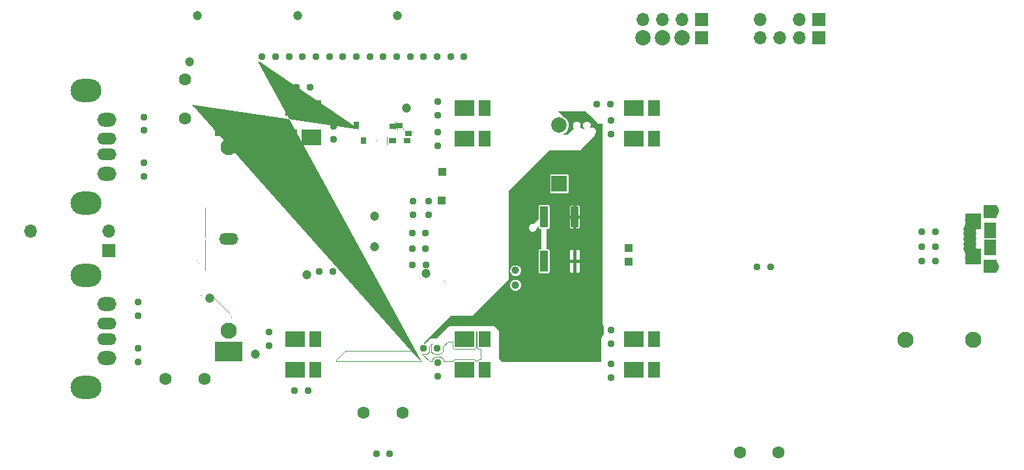
<source format=gbr>
From 8e1bf42f397407695667b24a44055b0c60a2ef04 Mon Sep 17 00:00:00 2001
From: jaseg <git@jaseg.net>
Date: Thu, 29 Nov 2018 10:18:56 +0900
Subject: Some small fixes, add silk artwork

---
 pcb/gerber/securehid-B.Cu.gbr | 4249 ++++++++++++++++++++---------------------
 1 file changed, 2068 insertions(+), 2181 deletions(-)

(limited to 'pcb/gerber/securehid-B.Cu.gbr')

diff --git a/pcb/gerber/securehid-B.Cu.gbr b/pcb/gerber/securehid-B.Cu.gbr
index e28fb1d..23908bf 100644
--- a/pcb/gerber/securehid-B.Cu.gbr
+++ b/pcb/gerber/securehid-B.Cu.gbr
@@ -1,81 +1,81 @@
 G04 #@! TF.GenerationSoftware,KiCad,Pcbnew,(5.0.1)*
-G04 #@! TF.CreationDate,2018-11-27T11:36:47+09:00*
+G04 #@! TF.CreationDate,2018-11-29T09:51:47+09:00*
 G04 #@! TF.ProjectId,securehid,7365637572656869642E6B696361645F,rev?*
 G04 #@! TF.SameCoordinates,Original*
 G04 #@! TF.FileFunction,Copper,L2,Bot,Signal*
 G04 #@! TF.FilePolarity,Positive*
 %FSLAX46Y46*%
 G04 Gerber Fmt 4.6, Leading zero omitted, Abs format (unit mm)*
-G04 Created by KiCad (PCBNEW (5.0.1)) date Tue Nov 27 11:36:47 2018*
+G04 Created by KiCad (PCBNEW (5.0.1)) date Thu Nov 29 09:51:47 2018*
 %MOMM*%
 %LPD*%
 G01*
 G04 APERTURE LIST*
-G04 #@! TA.AperFunction,Conductor*
-%ADD10C,0.100000*%
-G04 #@! TD*
 G04 #@! TA.AperFunction,SMDPad,CuDef*
-%ADD11C,0.950000*%
+%ADD10R,1.350000X0.400000*%
 G04 #@! TD*
 G04 #@! TA.AperFunction,ComponentPad*
-%ADD12O,4.000000X3.000000*%
+%ADD11O,2.000000X1.500000*%
 G04 #@! TD*
 G04 #@! TA.AperFunction,ComponentPad*
-%ADD13O,2.500000X1.800000*%
+%ADD12O,1.500000X1.000000*%
 G04 #@! TD*
-G04 #@! TA.AperFunction,ComponentPad*
-%ADD14O,2.500000X1.500000*%
+G04 #@! TA.AperFunction,Conductor*
+%ADD13C,0.100000*%
 G04 #@! TD*
 G04 #@! TA.AperFunction,SMDPad,CuDef*
-%ADD15C,2.100000*%
+%ADD14C,0.950000*%
 G04 #@! TD*
-G04 #@! TA.AperFunction,SMDPad,CuDef*
-%ADD16R,1.000000X1.000000*%
+G04 #@! TA.AperFunction,ComponentPad*
+%ADD15O,4.000000X3.000000*%
 G04 #@! TD*
-G04 #@! TA.AperFunction,SMDPad,CuDef*
-%ADD17R,5.560000X8.000000*%
+G04 #@! TA.AperFunction,ComponentPad*
+%ADD16O,2.500000X1.800000*%
 G04 #@! TD*
-G04 #@! TA.AperFunction,SMDPad,CuDef*
-%ADD18R,5.560000X2.600000*%
+G04 #@! TA.AperFunction,ComponentPad*
+%ADD17O,2.500000X1.500000*%
 G04 #@! TD*
 G04 #@! TA.AperFunction,SMDPad,CuDef*
-%ADD19R,2.500000X2.100000*%
+%ADD18C,2.100000*%
 G04 #@! TD*
 G04 #@! TA.AperFunction,SMDPad,CuDef*
-%ADD20R,1.500000X2.100000*%
+%ADD19R,1.000000X1.000000*%
 G04 #@! TD*
 G04 #@! TA.AperFunction,SMDPad,CuDef*
-%ADD21R,1.900000X1.750000*%
+%ADD20R,2.500000X2.100000*%
 G04 #@! TD*
 G04 #@! TA.AperFunction,SMDPad,CuDef*
-%ADD22R,1.400000X0.400000*%
+%ADD21R,1.500000X2.100000*%
 G04 #@! TD*
 G04 #@! TA.AperFunction,ComponentPad*
-%ADD23O,1.900000X1.050000*%
-G04 #@! TD*
-G04 #@! TA.AperFunction,SMDPad,CuDef*
-%ADD24R,1.450000X1.150000*%
+%ADD22O,1.700000X1.700000*%
 G04 #@! TD*
 G04 #@! TA.AperFunction,ComponentPad*
-%ADD25O,1.700000X1.700000*%
+%ADD23R,1.700000X1.700000*%
 G04 #@! TD*
 G04 #@! TA.AperFunction,ComponentPad*
-%ADD26R,1.700000X1.700000*%
+%ADD24R,2.000000X2.000000*%
 G04 #@! TD*
 G04 #@! TA.AperFunction,ComponentPad*
-%ADD27R,2.000000X2.000000*%
+%ADD25C,2.000000*%
 G04 #@! TD*
-G04 #@! TA.AperFunction,ComponentPad*
-%ADD28C,2.000000*%
+G04 #@! TA.AperFunction,SMDPad,CuDef*
+%ADD26R,0.900000X0.800000*%
+G04 #@! TD*
+G04 #@! TA.AperFunction,SMDPad,CuDef*
+%ADD27R,0.800000X0.900000*%
 G04 #@! TD*
 G04 #@! TA.AperFunction,SMDPad,CuDef*
-%ADD29R,0.800000X0.900000*%
+%ADD28R,1.000000X2.750000*%
 G04 #@! TD*
 G04 #@! TA.AperFunction,SMDPad,CuDef*
-%ADD30R,1.000000X2.750000*%
+%ADD29C,1.600000*%
 G04 #@! TD*
 G04 #@! TA.AperFunction,SMDPad,CuDef*
-%ADD31C,1.600000*%
+%ADD30R,3.600000X2.600000*%
+G04 #@! TD*
+G04 #@! TA.AperFunction,ComponentPad*
+%ADD31C,1.000000*%
 G04 #@! TD*
 G04 #@! TA.AperFunction,ViaPad*
 %ADD32C,1.200000*%
@@ -100,6 +100,32 @@ G04 #@! TA.AperFunction,Conductor*
 G04 #@! TD*
 G04 APERTURE END LIST*
 D10*
+G04 #@! TO.P,J1,5*
+G04 #@! TO.N,GND*
+X159500000Y-82300000D03*
+G04 #@! TO.P,J1,4*
+G04 #@! TO.N,Net-(J1-Pad4)*
+X159500000Y-81650000D03*
+G04 #@! TO.P,J1,1*
+G04 #@! TO.N,VBUS*
+X159500000Y-79700000D03*
+G04 #@! TO.P,J1,2*
+G04 #@! TO.N,Net-(J1-Pad2)*
+X159500000Y-80350000D03*
+G04 #@! TO.P,J1,3*
+G04 #@! TO.N,Net-(J1-Pad3)*
+X159500000Y-81000000D03*
+D11*
+G04 #@! TO.P,J1,6*
+G04 #@! TO.N,GND*
+X162150000Y-77375000D03*
+D12*
+X159500000Y-78575000D03*
+X159500000Y-83425000D03*
+D11*
+X162150000Y-84625000D03*
+G04 #@! TD*
+D13*
 G04 #@! TO.N,Net-(D6-Pad1)*
 G04 #@! TO.C,R14*
 G36*
@@ -174,13 +200,13 @@ X90412500Y-94775000D01*
 X90435779Y-94776144D01*
 X90435779Y-94776144D01*
 G37*
-D11*
+D14*
 G04 #@! TD*
 G04 #@! TO.P,R14,1*
 G04 #@! TO.N,Net-(D6-Pad1)*
 X90125000Y-95250000D03*
-D10*
-G04 #@! TO.N,Net-(Q1-Pad2)*
+D13*
+G04 #@! TO.N,Net-(Q1-Pad3)*
 G04 #@! TO.C,R14*
 G36*
 X88685779Y-94776144D02*
@@ -254,24 +280,24 @@ X88662500Y-94775000D01*
 X88685779Y-94776144D01*
 X88685779Y-94776144D01*
 G37*
-D11*
+D14*
 G04 #@! TD*
 G04 #@! TO.P,R14,2*
-G04 #@! TO.N,Net-(Q1-Pad2)*
+G04 #@! TO.N,Net-(Q1-Pad3)*
 X88375000Y-95250000D03*
-D12*
+D15*
 G04 #@! TO.P,J8,5*
 G04 #@! TO.N,GND*
 X44500000Y-76300000D03*
 X44500000Y-61700000D03*
-D13*
+D16*
 G04 #@! TO.P,J8,1*
 G04 #@! TO.N,VBUS*
 X47210000Y-72500000D03*
 G04 #@! TO.P,J8,4*
 G04 #@! TO.N,GND*
 X47210000Y-65500000D03*
-D14*
+D17*
 G04 #@! TO.P,J8,3*
 G04 #@! TO.N,Net-(J8-Pad3)*
 X47210000Y-68000000D03*
@@ -279,7 +305,7 @@ G04 #@! TO.P,J8,2*
 G04 #@! TO.N,Net-(J8-Pad2)*
 X47210000Y-70000000D03*
 G04 #@! TD*
-D10*
+D13*
 G04 #@! TO.N,VBUS*
 G04 #@! TO.C,C9*
 G36*
@@ -354,12 +380,12 @@ X161850000Y-93050000D01*
 X161874504Y-93051204D01*
 X161874504Y-93051204D01*
 G37*
-D15*
+D18*
 G04 #@! TD*
 G04 #@! TO.P,C9,1*
 G04 #@! TO.N,VBUS*
 X159800000Y-94100000D03*
-D10*
+D13*
 G04 #@! TO.N,GND*
 G04 #@! TO.C,C9*
 G36*
@@ -434,12 +460,12 @@ X153050000Y-93050000D01*
 X153074504Y-93051204D01*
 X153074504Y-93051204D01*
 G37*
-D15*
+D18*
 G04 #@! TD*
 G04 #@! TO.P,C9,2*
 G04 #@! TO.N,GND*
 X151000000Y-94100000D03*
-D16*
+D19*
 G04 #@! TO.P,TP3,1*
 G04 #@! TO.N,Net-(TP3-Pad1)*
 X90800000Y-72250000D03*
@@ -448,17 +474,7 @@ G04 #@! TO.P,TP47,1*
 G04 #@! TO.N,Net-(TP47-Pad1)*
 X73250000Y-75000000D03*
 G04 #@! TD*
-D17*
-G04 #@! TO.P,BT1,2*
-G04 #@! TO.N,GND*
-X63000000Y-81000000D03*
-D18*
-G04 #@! TO.P,BT1,1*
-G04 #@! TO.N,Net-(BT1-Pad1)*
-X63000000Y-92905000D03*
-X63000000Y-69095000D03*
-G04 #@! TD*
-D10*
+D13*
 G04 #@! TO.N,GND*
 G04 #@! TO.C,C5*
 G36*
@@ -533,12 +549,12 @@ X75087500Y-84725000D01*
 X75110779Y-84726144D01*
 X75110779Y-84726144D01*
 G37*
-D11*
+D14*
 G04 #@! TD*
 G04 #@! TO.P,C5,2*
 G04 #@! TO.N,GND*
 X74800000Y-85200000D03*
-D10*
+D13*
 G04 #@! TO.N,+3V3*
 G04 #@! TO.C,C5*
 G36*
@@ -613,12 +629,12 @@ X76837500Y-84725000D01*
 X76860779Y-84726144D01*
 X76860779Y-84726144D01*
 G37*
-D11*
+D14*
 G04 #@! TD*
 G04 #@! TO.P,C5,1*
 G04 #@! TO.N,+3V3*
 X76550000Y-85200000D03*
-D10*
+D13*
 G04 #@! TO.N,+3V3*
 G04 #@! TO.C,C6*
 G36*
@@ -693,12 +709,12 @@ X88962500Y-83925000D01*
 X88985779Y-83926144D01*
 X88985779Y-83926144D01*
 G37*
-D11*
+D14*
 G04 #@! TD*
 G04 #@! TO.P,C6,1*
 G04 #@! TO.N,+3V3*
 X88675000Y-84400000D03*
-D10*
+D13*
 G04 #@! TO.N,GND*
 G04 #@! TO.C,C6*
 G36*
@@ -773,12 +789,12 @@ X87212500Y-83925000D01*
 X87235779Y-83926144D01*
 X87235779Y-83926144D01*
 G37*
-D11*
+D14*
 G04 #@! TD*
 G04 #@! TO.P,C6,2*
 G04 #@! TO.N,GND*
 X86925000Y-84400000D03*
-D10*
+D13*
 G04 #@! TO.N,VSSA*
 G04 #@! TO.C,C7*
 G36*
@@ -853,12 +869,12 @@ X88912500Y-79775000D01*
 X88935779Y-79776144D01*
 X88935779Y-79776144D01*
 G37*
-D11*
+D14*
 G04 #@! TD*
 G04 #@! TO.P,C7,1*
 G04 #@! TO.N,VSSA*
 X88625000Y-80250000D03*
-D10*
+D13*
 G04 #@! TO.N,VDDA*
 G04 #@! TO.C,C7*
 G36*
@@ -933,12 +949,12 @@ X87162500Y-79775000D01*
 X87185779Y-79776144D01*
 X87185779Y-79776144D01*
 G37*
-D11*
+D14*
 G04 #@! TD*
 G04 #@! TO.P,C7,2*
 G04 #@! TO.N,VDDA*
 X86875000Y-80250000D03*
-D10*
+D13*
 G04 #@! TO.N,VDDA*
 G04 #@! TO.C,C8*
 G36*
@@ -1013,12 +1029,12 @@ X89237500Y-75600000D01*
 X89260779Y-75601144D01*
 X89260779Y-75601144D01*
 G37*
-D11*
+D14*
 G04 #@! TD*
 G04 #@! TO.P,C8,1*
 G04 #@! TO.N,VDDA*
 X89000000Y-76125000D03*
-D10*
+D13*
 G04 #@! TO.N,VSSA*
 G04 #@! TO.C,C8*
 G36*
@@ -1093,12 +1109,12 @@ X89237500Y-77350000D01*
 X89260779Y-77351144D01*
 X89260779Y-77351144D01*
 G37*
-D11*
+D14*
 G04 #@! TD*
 G04 #@! TO.P,C8,2*
 G04 #@! TO.N,VSSA*
 X89000000Y-77875000D03*
-D10*
+D13*
 G04 #@! TO.N,VBUS*
 G04 #@! TO.C,C10*
 G36*
@@ -1173,12 +1189,12 @@ X82512500Y-108475000D01*
 X82535779Y-108476144D01*
 X82535779Y-108476144D01*
 G37*
-D11*
+D14*
 G04 #@! TD*
 G04 #@! TO.P,C10,1*
 G04 #@! TO.N,VBUS*
 X82225000Y-108950000D03*
-D10*
+D13*
 G04 #@! TO.N,GND*
 G04 #@! TO.C,C10*
 G36*
@@ -1253,12 +1269,12 @@ X84262500Y-108475000D01*
 X84285779Y-108476144D01*
 X84285779Y-108476144D01*
 G37*
-D11*
+D14*
 G04 #@! TD*
 G04 #@! TO.P,C10,2*
 G04 #@! TO.N,GND*
 X83975000Y-108950000D03*
-D10*
+D13*
 G04 #@! TO.N,VBUS*
 G04 #@! TO.C,D1*
 G36*
@@ -1333,12 +1349,12 @@ X92162500Y-56775000D01*
 X92185779Y-56776144D01*
 X92185779Y-56776144D01*
 G37*
-D11*
+D14*
 G04 #@! TD*
 G04 #@! TO.P,D1,2*
 G04 #@! TO.N,VBUS*
 X91875000Y-57250000D03*
-D10*
+D13*
 G04 #@! TO.N,Net-(D1-Pad1)*
 G04 #@! TO.C,D1*
 G36*
@@ -1413,12 +1429,12 @@ X93912500Y-56775000D01*
 X93935779Y-56776144D01*
 X93935779Y-56776144D01*
 G37*
-D11*
+D14*
 G04 #@! TD*
 G04 #@! TO.P,D1,1*
 G04 #@! TO.N,Net-(D1-Pad1)*
 X93625000Y-57250000D03*
-D10*
+D13*
 G04 #@! TO.N,Net-(D2-Pad1)*
 G04 #@! TO.C,D2*
 G36*
@@ -1493,12 +1509,12 @@ X90412500Y-56775000D01*
 X90435779Y-56776144D01*
 X90435779Y-56776144D01*
 G37*
-D11*
+D14*
 G04 #@! TD*
 G04 #@! TO.P,D2,1*
 G04 #@! TO.N,Net-(D2-Pad1)*
 X90125000Y-57250000D03*
-D10*
+D13*
 G04 #@! TO.N,VBUS*
 G04 #@! TO.C,D2*
 G36*
@@ -1573,12 +1589,12 @@ X88662500Y-56775000D01*
 X88685779Y-56776144D01*
 X88685779Y-56776144D01*
 G37*
-D11*
+D14*
 G04 #@! TD*
 G04 #@! TO.P,D2,2*
 G04 #@! TO.N,VBUS*
 X88375000Y-57250000D03*
-D10*
+D13*
 G04 #@! TO.N,VBUS*
 G04 #@! TO.C,D3*
 G36*
@@ -1653,12 +1669,12 @@ X85162500Y-56775000D01*
 X85185779Y-56776144D01*
 X85185779Y-56776144D01*
 G37*
-D11*
+D14*
 G04 #@! TD*
 G04 #@! TO.P,D3,2*
 G04 #@! TO.N,VBUS*
 X84875000Y-57250000D03*
-D10*
+D13*
 G04 #@! TO.N,Net-(D3-Pad1)*
 G04 #@! TO.C,D3*
 G36*
@@ -1733,25 +1749,25 @@ X86912500Y-56775000D01*
 X86935779Y-56776144D01*
 X86935779Y-56776144D01*
 G37*
-D11*
+D14*
 G04 #@! TD*
 G04 #@! TO.P,D3,1*
 G04 #@! TO.N,Net-(D3-Pad1)*
 X86625000Y-57250000D03*
-D19*
+D20*
 G04 #@! TO.P,D4,1*
 G04 #@! TO.N,Net-(D4-Pad1)*
 X73830000Y-67800000D03*
-D20*
+D21*
 G04 #@! TO.P,D4,2*
 G04 #@! TO.N,VBUS*
 X71170000Y-67800000D03*
 G04 #@! TD*
-D19*
+D20*
 G04 #@! TO.P,D5,1*
 G04 #@! TO.N,Net-(D5-Pad1)*
 X115670000Y-94000000D03*
-D20*
+D21*
 G04 #@! TO.P,D5,2*
 G04 #@! TO.N,VBUS*
 X118330000Y-94000000D03*
@@ -1759,7 +1775,7 @@ G04 #@! TD*
 G04 #@! TO.P,D6,2*
 G04 #@! TO.N,VBUS*
 X96330000Y-94000000D03*
-D19*
+D20*
 G04 #@! TO.P,D6,1*
 G04 #@! TO.N,Net-(D6-Pad1)*
 X93670000Y-94000000D03*
@@ -1767,7 +1783,7 @@ G04 #@! TD*
 G04 #@! TO.P,D7,1*
 G04 #@! TO.N,Net-(D7-Pad1)*
 X93670000Y-68000000D03*
-D20*
+D21*
 G04 #@! TO.P,D7,2*
 G04 #@! TO.N,VBUS*
 X96330000Y-68000000D03*
@@ -1775,25 +1791,25 @@ G04 #@! TD*
 G04 #@! TO.P,D8,2*
 G04 #@! TO.N,VBUS*
 X118330000Y-68000000D03*
-D19*
+D20*
 G04 #@! TO.P,D8,1*
 G04 #@! TO.N,Net-(D8-Pad1)*
 X115670000Y-68000000D03*
 G04 #@! TD*
-D20*
+D21*
 G04 #@! TO.P,D9,2*
 G04 #@! TO.N,VBUS*
 X74330000Y-94000000D03*
-D19*
+D20*
 G04 #@! TO.P,D9,1*
 G04 #@! TO.N,Net-(D9-Pad1)*
 X71670000Y-94000000D03*
 G04 #@! TD*
-D20*
+D21*
 G04 #@! TO.P,D10,2*
 G04 #@! TO.N,VBUS*
 X118330000Y-98000000D03*
-D19*
+D20*
 G04 #@! TO.P,D10,1*
 G04 #@! TO.N,Net-(D10-Pad1)*
 X115670000Y-98000000D03*
@@ -1801,7 +1817,7 @@ G04 #@! TD*
 G04 #@! TO.P,D11,1*
 G04 #@! TO.N,Net-(D11-Pad1)*
 X93670000Y-64000000D03*
-D20*
+D21*
 G04 #@! TO.P,D11,2*
 G04 #@! TO.N,VBUS*
 X96330000Y-64000000D03*
@@ -1809,16 +1825,16 @@ G04 #@! TD*
 G04 #@! TO.P,D12,2*
 G04 #@! TO.N,VBUS*
 X118330000Y-64000000D03*
-D19*
+D20*
 G04 #@! TO.P,D12,1*
 G04 #@! TO.N,Net-(D12-Pad1)*
 X115670000Y-64000000D03*
 G04 #@! TD*
-D20*
+D21*
 G04 #@! TO.P,D13,2*
 G04 #@! TO.N,VBUS*
 X74330000Y-64000000D03*
-D19*
+D20*
 G04 #@! TO.P,D13,1*
 G04 #@! TO.N,Net-(D13-Pad1)*
 X71670000Y-64000000D03*
@@ -1826,21 +1842,21 @@ G04 #@! TD*
 G04 #@! TO.P,D14,1*
 G04 #@! TO.N,Net-(D14-Pad1)*
 X71670000Y-98000000D03*
-D20*
+D21*
 G04 #@! TO.P,D14,2*
 G04 #@! TO.N,VBUS*
 X74330000Y-98000000D03*
 G04 #@! TD*
-D19*
+D20*
 G04 #@! TO.P,D15,1*
 G04 #@! TO.N,Net-(D15-Pad1)*
 X93670000Y-98000000D03*
-D20*
+D21*
 G04 #@! TO.P,D15,2*
 G04 #@! TO.N,VBUS*
 X96330000Y-98000000D03*
 G04 #@! TD*
-D10*
+D13*
 G04 #@! TO.N,Net-(D16-Pad1)*
 G04 #@! TO.C,D16*
 G36*
@@ -1915,12 +1931,12 @@ X83412500Y-56775000D01*
 X83435779Y-56776144D01*
 X83435779Y-56776144D01*
 G37*
-D11*
+D14*
 G04 #@! TD*
 G04 #@! TO.P,D16,1*
 G04 #@! TO.N,Net-(D16-Pad1)*
 X83125000Y-57250000D03*
-D10*
+D13*
 G04 #@! TO.N,VBUS*
 G04 #@! TO.C,D16*
 G36*
@@ -1995,12 +2011,12 @@ X81662500Y-56775000D01*
 X81685779Y-56776144D01*
 X81685779Y-56776144D01*
 G37*
-D11*
+D14*
 G04 #@! TD*
 G04 #@! TO.P,D16,2*
 G04 #@! TO.N,VBUS*
 X81375000Y-57250000D03*
-D10*
+D13*
 G04 #@! TO.N,VBUS*
 G04 #@! TO.C,D17*
 G36*
@@ -2075,12 +2091,12 @@ X78162500Y-56775000D01*
 X78185779Y-56776144D01*
 X78185779Y-56776144D01*
 G37*
-D11*
+D14*
 G04 #@! TD*
 G04 #@! TO.P,D17,2*
 G04 #@! TO.N,VBUS*
 X77875000Y-57250000D03*
-D10*
+D13*
 G04 #@! TO.N,Net-(D17-Pad1)*
 G04 #@! TO.C,D17*
 G36*
@@ -2155,12 +2171,12 @@ X79912500Y-56775000D01*
 X79935779Y-56776144D01*
 X79935779Y-56776144D01*
 G37*
-D11*
+D14*
 G04 #@! TD*
 G04 #@! TO.P,D17,1*
 G04 #@! TO.N,Net-(D17-Pad1)*
 X79625000Y-57250000D03*
-D10*
+D13*
 G04 #@! TO.N,Net-(D18-Pad1)*
 G04 #@! TO.C,D18*
 G36*
@@ -2235,12 +2251,12 @@ X76412500Y-56775000D01*
 X76435779Y-56776144D01*
 X76435779Y-56776144D01*
 G37*
-D11*
+D14*
 G04 #@! TD*
 G04 #@! TO.P,D18,1*
 G04 #@! TO.N,Net-(D18-Pad1)*
 X76125000Y-57250000D03*
-D10*
+D13*
 G04 #@! TO.N,VBUS*
 G04 #@! TO.C,D18*
 G36*
@@ -2315,12 +2331,12 @@ X74662500Y-56775000D01*
 X74685779Y-56776144D01*
 X74685779Y-56776144D01*
 G37*
-D11*
+D14*
 G04 #@! TD*
 G04 #@! TO.P,D18,2*
 G04 #@! TO.N,VBUS*
 X74375000Y-57250000D03*
-D10*
+D13*
 G04 #@! TO.N,VBUS*
 G04 #@! TO.C,D19*
 G36*
@@ -2395,12 +2411,12 @@ X71162500Y-56775000D01*
 X71185779Y-56776144D01*
 X71185779Y-56776144D01*
 G37*
-D11*
+D14*
 G04 #@! TD*
 G04 #@! TO.P,D19,2*
 G04 #@! TO.N,VBUS*
 X70875000Y-57250000D03*
-D10*
+D13*
 G04 #@! TO.N,Net-(D19-Pad1)*
 G04 #@! TO.C,D19*
 G36*
@@ -2475,12 +2491,12 @@ X72912500Y-56775000D01*
 X72935779Y-56776144D01*
 X72935779Y-56776144D01*
 G37*
-D11*
+D14*
 G04 #@! TD*
 G04 #@! TO.P,D19,1*
 G04 #@! TO.N,Net-(D19-Pad1)*
 X72625000Y-57250000D03*
-D10*
+D13*
 G04 #@! TO.N,Net-(D20-Pad1)*
 G04 #@! TO.C,D20*
 G36*
@@ -2555,12 +2571,12 @@ X69412500Y-56775000D01*
 X69435779Y-56776144D01*
 X69435779Y-56776144D01*
 G37*
-D11*
+D14*
 G04 #@! TD*
 G04 #@! TO.P,D20,1*
 G04 #@! TO.N,Net-(D20-Pad1)*
 X69125000Y-57250000D03*
-D10*
+D13*
 G04 #@! TO.N,VBUS*
 G04 #@! TO.C,D20*
 G36*
@@ -2635,12 +2651,12 @@ X67662500Y-56775000D01*
 X67685779Y-56776144D01*
 X67685779Y-56776144D01*
 G37*
-D11*
+D14*
 G04 #@! TD*
 G04 #@! TO.P,D20,2*
 G04 #@! TO.N,VBUS*
 X67375000Y-57250000D03*
-D10*
+D13*
 G04 #@! TO.N,VBUS*
 G04 #@! TO.C,D21*
 G36*
@@ -2715,12 +2731,12 @@ X51487500Y-96450000D01*
 X51510779Y-96451144D01*
 X51510779Y-96451144D01*
 G37*
-D11*
+D14*
 G04 #@! TD*
 G04 #@! TO.P,D21,2*
 G04 #@! TO.N,VBUS*
 X51250000Y-96975000D03*
-D10*
+D13*
 G04 #@! TO.N,Net-(D21-Pad1)*
 G04 #@! TO.C,D21*
 G36*
@@ -2795,12 +2811,12 @@ X51487500Y-94700000D01*
 X51510779Y-94701144D01*
 X51510779Y-94701144D01*
 G37*
-D11*
+D14*
 G04 #@! TD*
 G04 #@! TO.P,D21,1*
 G04 #@! TO.N,Net-(D21-Pad1)*
 X51250000Y-95225000D03*
-D10*
+D13*
 G04 #@! TO.N,Net-(D22-Pad1)*
 G04 #@! TO.C,D22*
 G36*
@@ -2875,12 +2891,12 @@ X51487500Y-88700000D01*
 X51510779Y-88701144D01*
 X51510779Y-88701144D01*
 G37*
-D11*
+D14*
 G04 #@! TD*
 G04 #@! TO.P,D22,1*
 G04 #@! TO.N,Net-(D22-Pad1)*
 X51250000Y-89225000D03*
-D10*
+D13*
 G04 #@! TO.N,VBUS*
 G04 #@! TO.C,D22*
 G36*
@@ -2955,12 +2971,12 @@ X51487500Y-90450000D01*
 X51510779Y-90451144D01*
 X51510779Y-90451144D01*
 G37*
-D11*
+D14*
 G04 #@! TD*
 G04 #@! TO.P,D22,2*
 G04 #@! TO.N,VBUS*
 X51250000Y-90975000D03*
-D10*
+D13*
 G04 #@! TO.N,VBUS*
 G04 #@! TO.C,D23*
 G36*
@@ -3035,12 +3051,12 @@ X52237500Y-72350000D01*
 X52260779Y-72351144D01*
 X52260779Y-72351144D01*
 G37*
-D11*
+D14*
 G04 #@! TD*
 G04 #@! TO.P,D23,2*
 G04 #@! TO.N,VBUS*
 X52000000Y-72875000D03*
-D10*
+D13*
 G04 #@! TO.N,Net-(D23-Pad1)*
 G04 #@! TO.C,D23*
 G36*
@@ -3115,12 +3131,12 @@ X52237500Y-70600000D01*
 X52260779Y-70601144D01*
 X52260779Y-70601144D01*
 G37*
-D11*
+D14*
 G04 #@! TD*
 G04 #@! TO.P,D23,1*
 G04 #@! TO.N,Net-(D23-Pad1)*
 X52000000Y-71125000D03*
-D10*
+D13*
 G04 #@! TO.N,Net-(D24-Pad1)*
 G04 #@! TO.C,D24*
 G36*
@@ -3195,12 +3211,12 @@ X52237500Y-64600000D01*
 X52260779Y-64601144D01*
 X52260779Y-64601144D01*
 G37*
-D11*
+D14*
 G04 #@! TD*
 G04 #@! TO.P,D24,1*
 G04 #@! TO.N,Net-(D24-Pad1)*
 X52000000Y-65125000D03*
-D10*
+D13*
 G04 #@! TO.N,VBUS*
 G04 #@! TO.C,D24*
 G36*
@@ -3275,43 +3291,12 @@ X52237500Y-66350000D01*
 X52260779Y-66351144D01*
 X52260779Y-66351144D01*
 G37*
-D11*
+D14*
 G04 #@! TD*
 G04 #@! TO.P,D24,2*
 G04 #@! TO.N,VBUS*
 X52000000Y-66875000D03*
-D21*
-G04 #@! TO.P,J1,6*
-G04 #@! TO.N,GND*
-X162000000Y-82125000D03*
 D22*
-G04 #@! TO.P,J1,2*
-G04 #@! TO.N,Net-(J1-Pad2)*
-X159350000Y-80350000D03*
-G04 #@! TO.P,J1,1*
-G04 #@! TO.N,VBUS*
-X159350000Y-79700000D03*
-G04 #@! TO.P,J1,5*
-G04 #@! TO.N,GND*
-X159350000Y-82300000D03*
-G04 #@! TO.P,J1,4*
-G04 #@! TO.N,Net-(J1-Pad4)*
-X159350000Y-81650000D03*
-G04 #@! TO.P,J1,3*
-G04 #@! TO.N,Net-(J1-Pad3)*
-X159350000Y-81000000D03*
-D21*
-G04 #@! TO.P,J1,6*
-G04 #@! TO.N,GND*
-X162000000Y-79875000D03*
-D23*
-X162000000Y-77425000D03*
-X162000000Y-84575000D03*
-D24*
-X159770000Y-83320000D03*
-X159770000Y-78680000D03*
-G04 #@! TD*
-D25*
 G04 #@! TO.P,J2,4*
 G04 #@! TO.N,/SWDIOH*
 X116880000Y-54860000D03*
@@ -3321,12 +3306,12 @@ X119420000Y-54860000D03*
 G04 #@! TO.P,J2,2*
 G04 #@! TO.N,/SWCLKH*
 X121960000Y-54860000D03*
-D26*
+D23*
 G04 #@! TO.P,J2,1*
 G04 #@! TO.N,+3V3*
 X124500000Y-54860000D03*
 G04 #@! TD*
-D25*
+D22*
 G04 #@! TO.P,J3,4*
 G04 #@! TO.N,/DBGH_TX*
 X132120000Y-54860000D03*
@@ -3336,12 +3321,12 @@ X134660000Y-54860000D03*
 G04 #@! TO.P,J3,2*
 G04 #@! TO.N,GNDA*
 X137200000Y-54860000D03*
-D26*
+D23*
 G04 #@! TO.P,J3,1*
 G04 #@! TO.N,VBUS*
 X139740000Y-54860000D03*
 G04 #@! TD*
-D25*
+D22*
 G04 #@! TO.P,J4,4*
 G04 #@! TO.N,/SWDIOD*
 X116880000Y-52500000D03*
@@ -3351,7 +3336,7 @@ X119420000Y-52500000D03*
 G04 #@! TO.P,J4,2*
 G04 #@! TO.N,/SWCLKD*
 X121960000Y-52500000D03*
-D26*
+D23*
 G04 #@! TO.P,J4,1*
 G04 #@! TO.N,+3V3*
 X124500000Y-52500000D03*
@@ -3359,7 +3344,7 @@ G04 #@! TD*
 G04 #@! TO.P,J5,1*
 G04 #@! TO.N,VBUS*
 X139740000Y-52500000D03*
-D25*
+D22*
 G04 #@! TO.P,J5,2*
 G04 #@! TO.N,GNDA*
 X137200000Y-52500000D03*
@@ -3370,11 +3355,11 @@ G04 #@! TO.P,J5,4*
 G04 #@! TO.N,/DBGD_TX*
 X132120000Y-52500000D03*
 G04 #@! TD*
-D26*
+D23*
 G04 #@! TO.P,J7,1*
 G04 #@! TO.N,VBUS*
 X47500000Y-82500000D03*
-D25*
+D22*
 G04 #@! TO.P,J7,2*
 X47500000Y-79960000D03*
 G04 #@! TO.P,J7,3*
@@ -3401,26 +3386,27 @@ G04 #@! TO.P,J7,10*
 G04 #@! TO.N,Net-(J7-Pad10)*
 X37340000Y-79960000D03*
 G04 #@! TD*
-D27*
+D24*
 G04 #@! TO.P,LS1,1*
 G04 #@! TO.N,Net-(LS1-Pad1)*
 X106000000Y-73800000D03*
-D28*
+D25*
 G04 #@! TO.P,LS1,2*
 G04 #@! TO.N,VBUS*
 X106000000Y-66200000D03*
 G04 #@! TD*
-D29*
+D26*
 G04 #@! TO.P,Q1,3*
-G04 #@! TO.N,GND*
-X85250000Y-66250000D03*
+G04 #@! TO.N,Net-(Q1-Pad3)*
+X86400000Y-67300000D03*
 G04 #@! TO.P,Q1,2*
-G04 #@! TO.N,Net-(Q1-Pad2)*
-X84300000Y-68250000D03*
+G04 #@! TO.N,GND*
+X84400000Y-66350000D03*
 G04 #@! TO.P,Q1,1*
 G04 #@! TO.N,/ALARM_LED_BLUE*
-X86200000Y-68250000D03*
+X84400000Y-68250000D03*
 G04 #@! TD*
+D27*
 G04 #@! TO.P,Q2,1*
 G04 #@! TO.N,/ALARM_LED_PINK*
 X80550000Y-68200000D03*
@@ -3431,7 +3417,7 @@ G04 #@! TO.P,Q2,3*
 G04 #@! TO.N,GND*
 X79600000Y-66200000D03*
 G04 #@! TD*
-D10*
+D13*
 G04 #@! TO.N,VDDA*
 G04 #@! TO.C,R1*
 G36*
@@ -3506,12 +3492,12 @@ X87162500Y-81775000D01*
 X87185779Y-81776144D01*
 X87185779Y-81776144D01*
 G37*
-D11*
+D14*
 G04 #@! TD*
 G04 #@! TO.P,R1,2*
 G04 #@! TO.N,VDDA*
 X86875000Y-82250000D03*
-D10*
+D13*
 G04 #@! TO.N,+3V3*
 G04 #@! TO.C,R1*
 G36*
@@ -3586,12 +3572,12 @@ X88912500Y-81775000D01*
 X88935779Y-81776144D01*
 X88935779Y-81776144D01*
 G37*
-D11*
+D14*
 G04 #@! TD*
 G04 #@! TO.P,R1,1*
 G04 #@! TO.N,+3V3*
 X88625000Y-82250000D03*
-D10*
+D13*
 G04 #@! TO.N,Net-(R5-Pad1)*
 G04 #@! TO.C,R5*
 G36*
@@ -3666,12 +3652,12 @@ X87237500Y-77350000D01*
 X87260779Y-77351144D01*
 X87260779Y-77351144D01*
 G37*
-D11*
+D14*
 G04 #@! TD*
 G04 #@! TO.P,R5,1*
 G04 #@! TO.N,Net-(R5-Pad1)*
 X87000000Y-77875000D03*
-D10*
+D13*
 G04 #@! TO.N,VDDA*
 G04 #@! TO.C,R5*
 G36*
@@ -3746,12 +3732,12 @@ X87237500Y-75600000D01*
 X87260779Y-75601144D01*
 X87260779Y-75601144D01*
 G37*
-D11*
+D14*
 G04 #@! TD*
 G04 #@! TO.P,R5,2*
 G04 #@! TO.N,VDDA*
 X87000000Y-76125000D03*
-D10*
+D13*
 G04 #@! TO.N,+3.3VA*
 G04 #@! TO.C,R6*
 G36*
@@ -3826,12 +3812,12 @@ X153412500Y-83425000D01*
 X153435779Y-83426144D01*
 X153435779Y-83426144D01*
 G37*
-D11*
+D14*
 G04 #@! TD*
 G04 #@! TO.P,R6,1*
 G04 #@! TO.N,+3.3VA*
 X153125000Y-83900000D03*
-D10*
+D13*
 G04 #@! TO.N,Net-(J1-Pad3)*
 G04 #@! TO.C,R6*
 G36*
@@ -3906,12 +3892,12 @@ X155162500Y-83425000D01*
 X155185779Y-83426144D01*
 X155185779Y-83426144D01*
 G37*
-D11*
+D14*
 G04 #@! TD*
 G04 #@! TO.P,R6,2*
 G04 #@! TO.N,Net-(J1-Pad3)*
 X154875000Y-83900000D03*
-D10*
+D13*
 G04 #@! TO.N,Net-(J1-Pad3)*
 G04 #@! TO.C,R7*
 G36*
@@ -3986,12 +3972,12 @@ X155162500Y-81525000D01*
 X155185779Y-81526144D01*
 X155185779Y-81526144D01*
 G37*
-D11*
+D14*
 G04 #@! TD*
 G04 #@! TO.P,R7,2*
 G04 #@! TO.N,Net-(J1-Pad3)*
 X154875000Y-82000000D03*
-D10*
+D13*
 G04 #@! TO.N,/USBD_DP*
 G04 #@! TO.C,R7*
 G36*
@@ -4066,12 +4052,12 @@ X153412500Y-81525000D01*
 X153435779Y-81526144D01*
 X153435779Y-81526144D01*
 G37*
-D11*
+D14*
 G04 #@! TD*
 G04 #@! TO.P,R7,1*
 G04 #@! TO.N,/USBD_DP*
 X153125000Y-82000000D03*
-D10*
+D13*
 G04 #@! TO.N,Net-(J1-Pad2)*
 G04 #@! TO.C,R9*
 G36*
@@ -4146,12 +4132,12 @@ X155162500Y-79625000D01*
 X155185779Y-79626144D01*
 X155185779Y-79626144D01*
 G37*
-D11*
+D14*
 G04 #@! TD*
 G04 #@! TO.P,R9,1*
 G04 #@! TO.N,Net-(J1-Pad2)*
 X154875000Y-80100000D03*
-D10*
+D13*
 G04 #@! TO.N,/USBD_DM*
 G04 #@! TO.C,R9*
 G36*
@@ -4226,13 +4212,13 @@ X153412500Y-79625000D01*
 X153435779Y-79626144D01*
 X153435779Y-79626144D01*
 G37*
-D11*
+D14*
 G04 #@! TD*
 G04 #@! TO.P,R9,2*
 G04 #@! TO.N,/USBD_DM*
 X153125000Y-80100000D03*
-D10*
-G04 #@! TO.N,Net-(Q1-Pad2)*
+D13*
+G04 #@! TO.N,Net-(Q1-Pad3)*
 G04 #@! TO.C,R12*
 G36*
 X76960779Y-65801144D02*
@@ -4306,12 +4292,12 @@ X76937500Y-65800000D01*
 X76960779Y-65801144D01*
 X76960779Y-65801144D01*
 G37*
-D11*
+D14*
 G04 #@! TD*
 G04 #@! TO.P,R12,2*
-G04 #@! TO.N,Net-(Q1-Pad2)*
+G04 #@! TO.N,Net-(Q1-Pad3)*
 X76700000Y-66325000D03*
-D10*
+D13*
 G04 #@! TO.N,Net-(D4-Pad1)*
 G04 #@! TO.C,R12*
 G36*
@@ -4386,12 +4372,12 @@ X76937500Y-67550000D01*
 X76960779Y-67551144D01*
 X76960779Y-67551144D01*
 G37*
-D11*
+D14*
 G04 #@! TD*
 G04 #@! TO.P,R12,1*
 G04 #@! TO.N,Net-(D4-Pad1)*
 X76700000Y-68075000D03*
-D10*
+D13*
 G04 #@! TO.N,Net-(D5-Pad1)*
 G04 #@! TO.C,R13*
 G36*
@@ -4466,13 +4452,13 @@ X112987500Y-94100000D01*
 X113010779Y-94101144D01*
 X113010779Y-94101144D01*
 G37*
-D11*
+D14*
 G04 #@! TD*
 G04 #@! TO.P,R13,1*
 G04 #@! TO.N,Net-(D5-Pad1)*
 X112750000Y-94625000D03*
-D10*
-G04 #@! TO.N,Net-(Q1-Pad2)*
+D13*
+G04 #@! TO.N,Net-(Q1-Pad3)*
 G04 #@! TO.C,R13*
 G36*
 X113010779Y-92351144D02*
@@ -4546,13 +4532,13 @@ X112987500Y-92350000D01*
 X113010779Y-92351144D01*
 X113010779Y-92351144D01*
 G37*
-D11*
+D14*
 G04 #@! TD*
 G04 #@! TO.P,R13,2*
-G04 #@! TO.N,Net-(Q1-Pad2)*
+G04 #@! TO.N,Net-(Q1-Pad3)*
 X112750000Y-92875000D03*
-D10*
-G04 #@! TO.N,Net-(Q1-Pad2)*
+D13*
+G04 #@! TO.N,Net-(Q1-Pad3)*
 G04 #@! TO.C,R15*
 G36*
 X90510779Y-66601144D02*
@@ -4626,12 +4612,12 @@ X90487500Y-66600000D01*
 X90510779Y-66601144D01*
 X90510779Y-66601144D01*
 G37*
-D11*
+D14*
 G04 #@! TD*
 G04 #@! TO.P,R15,2*
-G04 #@! TO.N,Net-(Q1-Pad2)*
+G04 #@! TO.N,Net-(Q1-Pad3)*
 X90250000Y-67125000D03*
-D10*
+D13*
 G04 #@! TO.N,Net-(D7-Pad1)*
 G04 #@! TO.C,R15*
 G36*
@@ -4706,12 +4692,12 @@ X90487500Y-68350000D01*
 X90510779Y-68351144D01*
 X90510779Y-68351144D01*
 G37*
-D11*
+D14*
 G04 #@! TD*
 G04 #@! TO.P,R15,1*
 G04 #@! TO.N,Net-(D7-Pad1)*
 X90250000Y-68875000D03*
-D10*
+D13*
 G04 #@! TO.N,Net-(D8-Pad1)*
 G04 #@! TO.C,R16*
 G36*
@@ -4786,13 +4772,13 @@ X112987500Y-66850000D01*
 X113010779Y-66851144D01*
 X113010779Y-66851144D01*
 G37*
-D11*
+D14*
 G04 #@! TD*
 G04 #@! TO.P,R16,1*
 G04 #@! TO.N,Net-(D8-Pad1)*
 X112750000Y-67375000D03*
-D10*
-G04 #@! TO.N,Net-(Q1-Pad2)*
+D13*
+G04 #@! TO.N,Net-(Q1-Pad3)*
 G04 #@! TO.C,R16*
 G36*
 X113010779Y-65101144D02*
@@ -4866,13 +4852,13 @@ X112987500Y-65100000D01*
 X113010779Y-65101144D01*
 X113010779Y-65101144D01*
 G37*
-D11*
+D14*
 G04 #@! TD*
 G04 #@! TO.P,R16,2*
-G04 #@! TO.N,Net-(Q1-Pad2)*
+G04 #@! TO.N,Net-(Q1-Pad3)*
 X112750000Y-65625000D03*
-D10*
-G04 #@! TO.N,Net-(Q1-Pad2)*
+D13*
+G04 #@! TO.N,Net-(Q1-Pad3)*
 G04 #@! TO.C,R17*
 G36*
 X68510779Y-92601144D02*
@@ -4946,12 +4932,12 @@ X68487500Y-92600000D01*
 X68510779Y-92601144D01*
 X68510779Y-92601144D01*
 G37*
-D11*
+D14*
 G04 #@! TD*
 G04 #@! TO.P,R17,2*
-G04 #@! TO.N,Net-(Q1-Pad2)*
+G04 #@! TO.N,Net-(Q1-Pad3)*
 X68250000Y-93125000D03*
-D10*
+D13*
 G04 #@! TO.N,Net-(D9-Pad1)*
 G04 #@! TO.C,R17*
 G36*
@@ -5026,12 +5012,12 @@ X68487500Y-94350000D01*
 X68510779Y-94351144D01*
 X68510779Y-94351144D01*
 G37*
-D11*
+D14*
 G04 #@! TD*
 G04 #@! TO.P,R17,1*
 G04 #@! TO.N,Net-(D9-Pad1)*
 X68250000Y-94875000D03*
-D10*
+D13*
 G04 #@! TO.N,Net-(Q2-Pad2)*
 G04 #@! TO.C,R18*
 G36*
@@ -5106,12 +5092,12 @@ X112987500Y-96725000D01*
 X113010779Y-96726144D01*
 X113010779Y-96726144D01*
 G37*
-D11*
+D14*
 G04 #@! TD*
 G04 #@! TO.P,R18,2*
 G04 #@! TO.N,Net-(Q2-Pad2)*
 X112750000Y-97250000D03*
-D10*
+D13*
 G04 #@! TO.N,Net-(D10-Pad1)*
 G04 #@! TO.C,R18*
 G36*
@@ -5186,12 +5172,12 @@ X112987500Y-98475000D01*
 X113010779Y-98476144D01*
 X113010779Y-98476144D01*
 G37*
-D11*
+D14*
 G04 #@! TD*
 G04 #@! TO.P,R18,1*
 G04 #@! TO.N,Net-(D10-Pad1)*
 X112750000Y-99000000D03*
-D10*
+D13*
 G04 #@! TO.N,Net-(D11-Pad1)*
 G04 #@! TO.C,R19*
 G36*
@@ -5266,12 +5252,12 @@ X90487500Y-64350000D01*
 X90510779Y-64351144D01*
 X90510779Y-64351144D01*
 G37*
-D11*
+D14*
 G04 #@! TD*
 G04 #@! TO.P,R19,1*
 G04 #@! TO.N,Net-(D11-Pad1)*
 X90250000Y-64875000D03*
-D10*
+D13*
 G04 #@! TO.N,Net-(Q2-Pad2)*
 G04 #@! TO.C,R19*
 G36*
@@ -5346,12 +5332,12 @@ X90487500Y-62600000D01*
 X90510779Y-62601144D01*
 X90510779Y-62601144D01*
 G37*
-D11*
+D14*
 G04 #@! TD*
 G04 #@! TO.P,R19,2*
 G04 #@! TO.N,Net-(Q2-Pad2)*
 X90250000Y-63125000D03*
-D10*
+D13*
 G04 #@! TO.N,Net-(Q2-Pad2)*
 G04 #@! TO.C,R20*
 G36*
@@ -5426,12 +5412,12 @@ X111162500Y-63025000D01*
 X111185779Y-63026144D01*
 X111185779Y-63026144D01*
 G37*
-D11*
+D14*
 G04 #@! TD*
 G04 #@! TO.P,R20,2*
 G04 #@! TO.N,Net-(Q2-Pad2)*
 X110875000Y-63500000D03*
-D10*
+D13*
 G04 #@! TO.N,Net-(D12-Pad1)*
 G04 #@! TO.C,R20*
 G36*
@@ -5506,12 +5492,12 @@ X112912500Y-63025000D01*
 X112935779Y-63026144D01*
 X112935779Y-63026144D01*
 G37*
-D11*
+D14*
 G04 #@! TD*
 G04 #@! TO.P,R20,1*
 G04 #@! TO.N,Net-(D12-Pad1)*
 X112625000Y-63500000D03*
-D10*
+D13*
 G04 #@! TO.N,Net-(Q2-Pad2)*
 G04 #@! TO.C,R21*
 G36*
@@ -5586,12 +5572,12 @@ X73912500Y-60775000D01*
 X73935779Y-60776144D01*
 X73935779Y-60776144D01*
 G37*
-D11*
+D14*
 G04 #@! TD*
 G04 #@! TO.P,R21,2*
 G04 #@! TO.N,Net-(Q2-Pad2)*
 X73625000Y-61250000D03*
-D10*
+D13*
 G04 #@! TO.N,Net-(D13-Pad1)*
 G04 #@! TO.C,R21*
 G36*
@@ -5666,12 +5652,12 @@ X72162500Y-60775000D01*
 X72185779Y-60776144D01*
 X72185779Y-60776144D01*
 G37*
-D11*
+D14*
 G04 #@! TD*
 G04 #@! TO.P,R21,1*
 G04 #@! TO.N,Net-(D13-Pad1)*
 X71875000Y-61250000D03*
-D10*
+D13*
 G04 #@! TO.N,Net-(Q2-Pad2)*
 G04 #@! TO.C,R22*
 G36*
@@ -5746,12 +5732,12 @@ X73662500Y-100275000D01*
 X73685779Y-100276144D01*
 X73685779Y-100276144D01*
 G37*
-D11*
+D14*
 G04 #@! TD*
 G04 #@! TO.P,R22,2*
 G04 #@! TO.N,Net-(Q2-Pad2)*
 X73375000Y-100750000D03*
-D10*
+D13*
 G04 #@! TO.N,Net-(D14-Pad1)*
 G04 #@! TO.C,R22*
 G36*
@@ -5826,12 +5812,12 @@ X71912500Y-100275000D01*
 X71935779Y-100276144D01*
 X71935779Y-100276144D01*
 G37*
-D11*
+D14*
 G04 #@! TD*
 G04 #@! TO.P,R22,1*
 G04 #@! TO.N,Net-(D14-Pad1)*
 X71625000Y-100750000D03*
-D10*
+D13*
 G04 #@! TO.N,Net-(D15-Pad1)*
 G04 #@! TO.C,R23*
 G36*
@@ -5906,12 +5892,12 @@ X90487500Y-96600000D01*
 X90510779Y-96601144D01*
 X90510779Y-96601144D01*
 G37*
-D11*
+D14*
 G04 #@! TD*
 G04 #@! TO.P,R23,1*
 G04 #@! TO.N,Net-(D15-Pad1)*
 X90250000Y-97125000D03*
-D10*
+D13*
 G04 #@! TO.N,Net-(Q2-Pad2)*
 G04 #@! TO.C,R23*
 G36*
@@ -5986,12 +5972,12 @@ X90487500Y-98350000D01*
 X90510779Y-98351144D01*
 X90510779Y-98351144D01*
 G37*
-D11*
+D14*
 G04 #@! TD*
 G04 #@! TO.P,R23,2*
 G04 #@! TO.N,Net-(Q2-Pad2)*
 X90250000Y-98875000D03*
-D30*
+D28*
 G04 #@! TO.P,SW1,1*
 G04 #@! TO.N,GND*
 X108000000Y-78120000D03*
@@ -6001,7 +5987,7 @@ G04 #@! TO.N,Net-(SW1-Pad2)*
 X104000000Y-83880000D03*
 X104000000Y-78120000D03*
 G04 #@! TD*
-D16*
+D19*
 G04 #@! TO.P,TP1,1*
 G04 #@! TO.N,Net-(TP1-Pad1)*
 X90750000Y-76000000D03*
@@ -6310,27 +6296,27 @@ G04 #@! TO.P,TP80,1*
 G04 #@! TO.N,Net-(TP80-Pad1)*
 X76750000Y-80500000D03*
 G04 #@! TD*
-D14*
+D17*
 G04 #@! TO.P,J6,2*
 G04 #@! TO.N,Net-(J6-Pad2)*
 X47210000Y-94000000D03*
 G04 #@! TO.P,J6,3*
 G04 #@! TO.N,Net-(J6-Pad3)*
 X47210000Y-92000000D03*
-D13*
+D16*
 G04 #@! TO.P,J6,4*
 G04 #@! TO.N,GND*
 X47210000Y-89500000D03*
 G04 #@! TO.P,J6,1*
 G04 #@! TO.N,VBUS*
 X47210000Y-96500000D03*
-D12*
+D15*
 G04 #@! TO.P,J6,5*
 G04 #@! TO.N,GND*
 X44500000Y-85700000D03*
 X44500000Y-100300000D03*
 G04 #@! TD*
-D10*
+D13*
 G04 #@! TO.N,+3V3*
 G04 #@! TO.C,C12*
 G36*
@@ -6405,12 +6391,12 @@ X81975000Y-102800000D01*
 X81999504Y-102801204D01*
 X81999504Y-102801204D01*
 G37*
-D31*
+D29*
 G04 #@! TD*
 G04 #@! TO.P,C12,1*
 G04 #@! TO.N,+3V3*
 X80562500Y-103600000D03*
-D10*
+D13*
 G04 #@! TO.N,GND*
 G04 #@! TO.C,C12*
 G36*
@@ -6485,12 +6471,12 @@ X87050000Y-102800000D01*
 X87074504Y-102801204D01*
 X87074504Y-102801204D01*
 G37*
-D31*
+D29*
 G04 #@! TD*
 G04 #@! TO.P,C12,2*
 G04 #@! TO.N,GND*
 X85637500Y-103600000D03*
-D10*
+D13*
 G04 #@! TO.N,VBUS*
 G04 #@! TO.C,C25*
 G36*
@@ -6565,12 +6551,12 @@ X57950000Y-58600000D01*
 X57974504Y-58601204D01*
 X57974504Y-58601204D01*
 G37*
-D31*
+D29*
 G04 #@! TD*
 G04 #@! TO.P,C25,2*
 G04 #@! TO.N,VBUS*
 X57400000Y-60262500D03*
-D10*
+D13*
 G04 #@! TO.N,GND*
 G04 #@! TO.C,C25*
 G36*
@@ -6645,12 +6631,12 @@ X57950000Y-63675000D01*
 X57974504Y-63676204D01*
 X57974504Y-63676204D01*
 G37*
-D31*
+D29*
 G04 #@! TD*
 G04 #@! TO.P,C25,1*
 G04 #@! TO.N,GND*
 X57400000Y-65337500D03*
-D10*
+D13*
 G04 #@! TO.N,GND*
 G04 #@! TO.C,C27*
 G36*
@@ -6725,12 +6711,12 @@ X56275000Y-98400000D01*
 X56299504Y-98401204D01*
 X56299504Y-98401204D01*
 G37*
-D31*
+D29*
 G04 #@! TD*
 G04 #@! TO.P,C27,1*
 G04 #@! TO.N,GND*
 X54862500Y-99200000D03*
-D10*
+D13*
 G04 #@! TO.N,VBUS*
 G04 #@! TO.C,C27*
 G36*
@@ -6805,12 +6791,12 @@ X61350000Y-98400000D01*
 X61374504Y-98401204D01*
 X61374504Y-98401204D01*
 G37*
-D31*
+D29*
 G04 #@! TD*
 G04 #@! TO.P,C27,2*
 G04 #@! TO.N,VBUS*
 X59937500Y-99200000D03*
-D10*
+D13*
 G04 #@! TO.N,+3.3VA*
 G04 #@! TO.C,C34*
 G36*
@@ -6885,12 +6871,12 @@ X135950000Y-108000000D01*
 X135974504Y-108001204D01*
 X135974504Y-108001204D01*
 G37*
-D31*
+D29*
 G04 #@! TD*
 G04 #@! TO.P,C34,1*
 G04 #@! TO.N,+3.3VA*
 X134537500Y-108800000D03*
-D10*
+D13*
 G04 #@! TO.N,GNDA*
 G04 #@! TO.C,C34*
 G36*
@@ -6965,12 +6951,12 @@ X130875000Y-108000000D01*
 X130899504Y-108001204D01*
 X130899504Y-108001204D01*
 G37*
-D31*
+D29*
 G04 #@! TD*
 G04 #@! TO.P,C34,2*
 G04 #@! TO.N,GNDA*
 X129462500Y-108800000D03*
-D10*
+D13*
 G04 #@! TO.N,GNDA*
 G04 #@! TO.C,C35*
 G36*
@@ -7045,12 +7031,12 @@ X133762500Y-84125000D01*
 X133785779Y-84126144D01*
 X133785779Y-84126144D01*
 G37*
-D11*
+D14*
 G04 #@! TD*
 G04 #@! TO.P,C35,2*
 G04 #@! TO.N,GNDA*
 X133475000Y-84600000D03*
-D10*
+D13*
 G04 #@! TO.N,+3.3VA*
 G04 #@! TO.C,C35*
 G36*
@@ -7125,12 +7111,12 @@ X132012500Y-84125000D01*
 X132035779Y-84126144D01*
 X132035779Y-84126144D01*
 G37*
-D11*
+D14*
 G04 #@! TD*
 G04 #@! TO.P,C35,1*
 G04 #@! TO.N,+3.3VA*
 X131725000Y-84600000D03*
-D16*
+D19*
 G04 #@! TO.P,TP81,1*
 G04 #@! TO.N,/SECURE_IF_F4RX*
 X115000000Y-82200000D03*
@@ -7143,6 +7129,22 @@ G04 #@! TO.P,TP83,1*
 G04 #@! TO.N,GNDA*
 X115000000Y-84000000D03*
 G04 #@! TD*
+D30*
+G04 #@! TO.P,BT1,2*
+G04 #@! TO.N,GND*
+X63000000Y-66350000D03*
+G04 #@! TO.P,BT1,1*
+G04 #@! TO.N,Net-(BT1-Pad1)*
+X63000000Y-95650000D03*
+G04 #@! TD*
+D31*
+G04 #@! TO.P,Y3,1*
+G04 #@! TO.N,Net-(C19-Pad2)*
+X100300000Y-87000000D03*
+G04 #@! TO.P,Y3,2*
+G04 #@! TO.N,Net-(C22-Pad2)*
+X100300000Y-85100000D03*
+G04 #@! TD*
 D32*
 G04 #@! TO.N,*
 X86125010Y-64000000D03*
@@ -7156,7 +7158,6 @@ X58000000Y-58000000D03*
 X59000000Y-52000000D03*
 X72000000Y-52000000D03*
 X85000000Y-52000000D03*
-X64000000Y-96000000D03*
 X82000000Y-78000000D03*
 X82000000Y-82000000D03*
 X104000000Y-88000000D03*
@@ -7202,6 +7203,10 @@ G04 #@! TO.N,Net-(BT1-Pad1)*
 X88675000Y-85460662D03*
 X73195094Y-85625000D03*
 X60600000Y-88700000D03*
+D32*
+G04 #@! TO.N,GND*
+X66500000Y-96000000D03*
+D33*
 G04 #@! TO.N,+3V3*
 X89600000Y-82400000D03*
 X77600000Y-85300000D03*
@@ -7577,19 +7582,8 @@ X85000000Y-98800000D02*
 X87100000Y-98800000D01*
 X87100000Y-98800000D02*
 X88700000Y-100400000D01*
-D37*
-G04 #@! TO.N,Net-(BT1-Pad1)*
-X63000000Y-91105000D02*
-X59500000Y-87605000D01*
-X63000000Y-92905000D02*
-X63000000Y-91105000D01*
-X63000000Y-70895000D02*
-X63000000Y-69095000D01*
-X59500000Y-74395000D02*
-X63000000Y-70895000D01*
-X59500000Y-87605000D02*
-X59500000Y-74395000D01*
 D38*
+G04 #@! TO.N,Net-(BT1-Pad1)*
 X87960653Y-86175009D02*
 X73975009Y-86175009D01*
 X88675000Y-85460662D02*
@@ -7598,6 +7592,10 @@ X73975009Y-86175009D02*
 X73425000Y-85625000D01*
 X73425000Y-85625000D02*
 X73195094Y-85625000D01*
+X63000000Y-91100000D02*
+X60600000Y-88700000D01*
+X63000000Y-95650000D02*
+X63000000Y-91100000D01*
 G04 #@! TO.N,+3V3*
 X88775000Y-82400000D02*
 X88625000Y-82250000D01*
@@ -8228,14 +8226,12 @@ X47210000Y-70000000D01*
 X49180000Y-74280000D02*
 X49180000Y-70500000D01*
 G04 #@! TO.N,/ALARM_LED_BLUE*
-X87800000Y-70596411D02*
-X87800000Y-70975736D01*
-X87800000Y-70975736D02*
-X87800000Y-71400000D01*
-X86200000Y-68996411D02*
+X85453589Y-68250000D02*
+X84400000Y-68250000D01*
+X87800000Y-71400000D02*
 X87800000Y-70596411D01*
-X86200000Y-68250000D02*
-X86200000Y-68996411D01*
+X87800000Y-70596411D02*
+X85453589Y-68250000D01*
 G04 #@! TO.N,/ALARM_LED_PINK*
 X81800000Y-68200000D02*
 X81600000Y-68200000D01*
@@ -8881,7 +8877,7 @@ X92170000Y-98000000D02*
 X93670000Y-98000000D01*
 X90250000Y-97125000D02*
 X91125000Y-98000000D01*
-G04 #@! TO.N,Net-(Q1-Pad2)*
+G04 #@! TO.N,Net-(Q1-Pad3)*
 X90250000Y-67125000D02*
 X89449990Y-66324990D01*
 X89449990Y-63449990D02*
@@ -8910,26 +8906,6 @@ X68250000Y-93125000D02*
 X69125000Y-92250000D01*
 X69125000Y-92250000D02*
 X74918274Y-92250000D01*
-X89260000Y-68115000D02*
-X90250000Y-67125000D01*
-X89260000Y-68890000D02*
-X89260000Y-68115000D01*
-X88730000Y-69420000D02*
-X89260000Y-68890000D01*
-X87530000Y-69420000D02*
-X88730000Y-69420000D01*
-X84840000Y-68250000D02*
-X85710000Y-67380000D01*
-X84300000Y-68250000D02*
-X84840000Y-68250000D01*
-X85710000Y-67380000D02*
-X86830000Y-67380000D01*
-X86830000Y-67380000D02*
-X87070000Y-67620000D01*
-X87070000Y-67620000D02*
-X87070000Y-68960000D01*
-X87070000Y-68960000D02*
-X87530000Y-69420000D01*
 X99320000Y-98270000D02*
 X110640000Y-98270000D01*
 X97810000Y-96760000D02*
@@ -9059,8 +9035,21 @@ X73625000Y-61250000D02*
 X88050000Y-61250000D01*
 X88050000Y-61250000D02*
 X89925000Y-63125000D01*
+G04 #@! TO.N,Net-(Q1-Pad3)*
+X87530000Y-69420000D02*
+X86400000Y-68290000D01*
+X88730000Y-69420000D02*
+X87530000Y-69420000D01*
+X90250000Y-67125000D02*
+X89260000Y-68115000D01*
+X86400000Y-68290000D02*
+X86400000Y-67300000D01*
+X89260000Y-68890000D02*
+X88730000Y-69420000D01*
+X89260000Y-68115000D02*
+X89260000Y-68890000D01*
 G04 #@! TD*
-D10*
+D13*
 G04 #@! TO.N,GND*
 G36*
 X50950000Y-51973563D02*
@@ -9520,6 +9509,14 @@ X53815021Y-97486906D01*
 X53822366Y-97449980D01*
 X53815021Y-97413053D01*
 X53815021Y-97050000D01*
+X60966146Y-97050000D01*
+X61019761Y-97130239D01*
+X61102455Y-97185494D01*
+X61200000Y-97204897D01*
+X64800000Y-97204897D01*
+X64897545Y-97185494D01*
+X64980239Y-97130239D01*
+X65033854Y-97050000D01*
 X70165103Y-97050000D01*
 X70165103Y-99050000D01*
 X70184506Y-99147545D01*
@@ -9838,320 +9835,213 @@ X155619238Y-93600000D01*
 X155568195Y-93548957D01*
 X155329293Y-93450000D01*
 X155250000Y-93450000D01*
-X155250000Y-84779000D01*
-X160971021Y-84779000D01*
-X160971399Y-84877144D01*
-X161128217Y-85120551D01*
-X161371000Y-85250000D01*
-X161796000Y-85250000D01*
-X161796000Y-84779000D01*
-X162204000Y-84779000D01*
-X162204000Y-85250000D01*
-X162629000Y-85250000D01*
-X162871783Y-85120551D01*
-X163028601Y-84877144D01*
-X163028979Y-84779000D01*
-X162204000Y-84779000D01*
-X161796000Y-84779000D01*
-X160971021Y-84779000D01*
-X155250000Y-84779000D01*
+X155250000Y-84829000D01*
+X161061972Y-84829000D01*
+X161066130Y-84963615D01*
+X161194721Y-85194274D01*
+X161466259Y-85420839D01*
+X161803830Y-85526245D01*
+X161946000Y-85492693D01*
+X161946000Y-84829000D01*
+X161061972Y-84829000D01*
+X155250000Y-84829000D01*
 X155250000Y-84612492D01*
 X155350932Y-84592416D01*
 X155510677Y-84485677D01*
-X155587302Y-84371000D01*
-X160971021Y-84371000D01*
-X161796000Y-84371000D01*
-X161796000Y-83900000D01*
-X162204000Y-83900000D01*
-X162204000Y-84371000D01*
-X163028979Y-84371000D01*
-X163028601Y-84272856D01*
-X162871783Y-84029449D01*
-X162629000Y-83900000D01*
-X162204000Y-83900000D01*
-X161796000Y-83900000D01*
-X161371000Y-83900000D01*
-X161128217Y-84029449D01*
-X160971399Y-84272856D01*
-X160971021Y-84371000D01*
-X155587302Y-84371000D01*
+X155553893Y-84421000D01*
+X161061972Y-84421000D01*
+X161946000Y-84421000D01*
+X161946000Y-83757307D01*
+X161803830Y-83723755D01*
+X161466259Y-83829161D01*
+X161194721Y-84055726D01*
+X161066130Y-84286385D01*
+X161061972Y-84421000D01*
+X155553893Y-84421000D01*
 X155617416Y-84325932D01*
 X155654897Y-84137500D01*
+X155654897Y-83723033D01*
+X158672353Y-83723033D01*
+X158745375Y-83848490D01*
+X158945850Y-84009365D01*
+X159192629Y-84081276D01*
+X159296000Y-84044671D01*
+X159296000Y-83629000D01*
+X159704000Y-83629000D01*
+X159704000Y-84044671D01*
+X159807371Y-84081276D01*
+X160054150Y-84009365D01*
+X160254625Y-83848490D01*
+X160327647Y-83723033D01*
+X160327529Y-83629000D01*
+X159704000Y-83629000D01*
+X159296000Y-83629000D01*
+X158672471Y-83629000D01*
+X158672353Y-83723033D01*
+X155654897Y-83723033D01*
 X155654897Y-83662500D01*
-X155634808Y-83561500D01*
-X158895000Y-83561500D01*
-X158895000Y-83924837D01*
-X158917836Y-83979968D01*
-X158960032Y-84022164D01*
-X159015163Y-84045000D01*
-X159528500Y-84045000D01*
-X159566000Y-84007500D01*
-X159566000Y-83524000D01*
-X159974000Y-83524000D01*
-X159974000Y-84007500D01*
-X160011500Y-84045000D01*
-X160524837Y-84045000D01*
-X160579968Y-84022164D01*
-X160622164Y-83979968D01*
-X160645000Y-83924837D01*
-X160645000Y-83561500D01*
-X160607500Y-83524000D01*
-X159974000Y-83524000D01*
-X159566000Y-83524000D01*
-X158932500Y-83524000D01*
-X158895000Y-83561500D01*
-X155634808Y-83561500D01*
 X155617416Y-83474068D01*
 X155510677Y-83314323D01*
 X155350932Y-83207584D01*
 X155250000Y-83187508D01*
+X155250000Y-83126967D01*
+X158672353Y-83126967D01*
+X158672471Y-83221000D01*
+X159296000Y-83221000D01*
+X159296000Y-82805329D01*
+X159704000Y-82805329D01*
+X159704000Y-83221000D01*
+X160327529Y-83221000D01*
+X160327647Y-83126967D01*
+X160254625Y-83001510D01*
+X160054150Y-82840635D01*
+X159807371Y-82768724D01*
+X159704000Y-82805329D01*
+X159296000Y-82805329D01*
+X159192629Y-82768724D01*
+X158945850Y-82840635D01*
+X158745375Y-83001510D01*
+X158672353Y-83126967D01*
+X155250000Y-83126967D01*
 X155250000Y-82712492D01*
 X155350932Y-82692416D01*
 X155510677Y-82585677D01*
 X155609686Y-82437500D01*
-X158500000Y-82437500D01*
-X158500000Y-82529837D01*
-X158522836Y-82584968D01*
-X158565032Y-82627164D01*
-X158620163Y-82650000D01*
-X158927868Y-82650000D01*
-X158917836Y-82660032D01*
-X158895000Y-82715163D01*
-X158895000Y-83078500D01*
-X158932500Y-83116000D01*
-X159566000Y-83116000D01*
-X159566000Y-83096000D01*
-X159974000Y-83096000D01*
-X159974000Y-83116000D01*
-X160607500Y-83116000D01*
-X160645000Y-83078500D01*
-X160645000Y-82715163D01*
-X160622164Y-82660032D01*
-X160579968Y-82617836D01*
-X160524837Y-82595000D01*
-X160167132Y-82595000D01*
-X160177164Y-82584968D01*
-X160200000Y-82529837D01*
-X160200000Y-82437500D01*
-X160162500Y-82400000D01*
-X159554000Y-82400000D01*
-X159554000Y-82500000D01*
-X159146000Y-82500000D01*
-X159146000Y-82400000D01*
-X158537500Y-82400000D01*
-X158500000Y-82437500D01*
+X158675000Y-82437500D01*
+X158675000Y-82529837D01*
+X158697836Y-82584968D01*
+X158740032Y-82627164D01*
+X158795163Y-82650000D01*
+X159258500Y-82650000D01*
+X159296000Y-82612500D01*
+X159296000Y-82400000D01*
+X159704000Y-82400000D01*
+X159704000Y-82612500D01*
+X159741500Y-82650000D01*
+X160204837Y-82650000D01*
+X160259968Y-82627164D01*
+X160302164Y-82584968D01*
+X160325000Y-82529837D01*
+X160325000Y-82437500D01*
+X160287500Y-82400000D01*
+X159704000Y-82400000D01*
+X159296000Y-82400000D01*
+X158712500Y-82400000D01*
+X158675000Y-82437500D01*
 X155609686Y-82437500D01*
 X155617416Y-82425932D01*
-X155629237Y-82366500D01*
-X160900000Y-82366500D01*
-X160900000Y-83029837D01*
-X160922836Y-83084968D01*
-X160965032Y-83127164D01*
-X161020163Y-83150000D01*
-X161758500Y-83150000D01*
-X161796000Y-83112500D01*
-X161796000Y-82329000D01*
-X162204000Y-82329000D01*
-X162204000Y-83112500D01*
-X162241500Y-83150000D01*
-X162979837Y-83150000D01*
-X163034968Y-83127164D01*
-X163077164Y-83084968D01*
-X163100000Y-83029837D01*
-X163100000Y-82366500D01*
-X163062500Y-82329000D01*
-X162204000Y-82329000D01*
-X161796000Y-82329000D01*
-X160937500Y-82329000D01*
-X160900000Y-82366500D01*
-X155629237Y-82366500D01*
 X155654897Y-82237500D01*
 X155654897Y-81775432D01*
 X156055330Y-81375000D01*
-X158410021Y-81375000D01*
-X158395103Y-81450000D01*
-X158395103Y-81850000D01*
-X158414506Y-81947545D01*
-X158469761Y-82030239D01*
-X158506397Y-82054719D01*
-X158500000Y-82070163D01*
-X158500000Y-82162500D01*
-X158537500Y-82200000D01*
-X159146000Y-82200000D01*
-X159146000Y-82104897D01*
-X159554000Y-82104897D01*
-X159554000Y-82200000D01*
-X160162500Y-82200000D01*
-X160200000Y-82162500D01*
-X160200000Y-82070163D01*
-X160193603Y-82054719D01*
-X160230239Y-82030239D01*
-X160285494Y-81947545D01*
-X160304897Y-81850000D01*
-X160304897Y-81450000D01*
-X160285494Y-81352455D01*
-X160267149Y-81325000D01*
-X160285494Y-81297545D01*
-X160300886Y-81220163D01*
-X160900000Y-81220163D01*
-X160900000Y-81883500D01*
-X160937500Y-81921000D01*
-X161796000Y-81921000D01*
-X161796000Y-81137500D01*
-X162204000Y-81137500D01*
-X162204000Y-81921000D01*
-X163062500Y-81921000D01*
-X163100000Y-81883500D01*
-X163100000Y-81220163D01*
-X163077164Y-81165032D01*
-X163034968Y-81122836D01*
-X162979837Y-81100000D01*
-X162241500Y-81100000D01*
-X162204000Y-81137500D01*
-X161796000Y-81137500D01*
-X161758500Y-81100000D01*
-X161020163Y-81100000D01*
-X160965032Y-81122836D01*
-X160922836Y-81165032D01*
-X160900000Y-81220163D01*
-X160300886Y-81220163D01*
-X160304897Y-81200000D01*
-X160304897Y-80800000D01*
-X160285494Y-80702455D01*
-X160267149Y-80675000D01*
-X160285494Y-80647545D01*
-X160304897Y-80550000D01*
-X160304897Y-80150000D01*
-X160298234Y-80116500D01*
-X160900000Y-80116500D01*
-X160900000Y-80779837D01*
-X160922836Y-80834968D01*
-X160965032Y-80877164D01*
-X161020163Y-80900000D01*
-X161758500Y-80900000D01*
-X161796000Y-80862500D01*
-X161796000Y-80079000D01*
-X162204000Y-80079000D01*
-X162204000Y-80862500D01*
-X162241500Y-80900000D01*
-X162979837Y-80900000D01*
-X163034968Y-80877164D01*
-X163077164Y-80834968D01*
-X163100000Y-80779837D01*
-X163100000Y-80116500D01*
-X163062500Y-80079000D01*
-X162204000Y-80079000D01*
-X161796000Y-80079000D01*
-X160937500Y-80079000D01*
-X160900000Y-80116500D01*
-X160298234Y-80116500D01*
-X160285494Y-80052455D01*
-X160267149Y-80025000D01*
-X160285494Y-79997545D01*
-X160304897Y-79900000D01*
-X160304897Y-79500000D01*
-X160286000Y-79405000D01*
-X160524837Y-79405000D01*
-X160579968Y-79382164D01*
-X160622164Y-79339968D01*
-X160645000Y-79284837D01*
-X160645000Y-78970163D01*
-X160900000Y-78970163D01*
-X160900000Y-79633500D01*
-X160937500Y-79671000D01*
-X161796000Y-79671000D01*
-X161796000Y-78887500D01*
-X162204000Y-78887500D01*
-X162204000Y-79671000D01*
-X163062500Y-79671000D01*
-X163100000Y-79633500D01*
-X163100000Y-78970163D01*
-X163077164Y-78915032D01*
-X163034968Y-78872836D01*
-X162979837Y-78850000D01*
-X162241500Y-78850000D01*
-X162204000Y-78887500D01*
-X161796000Y-78887500D01*
-X161758500Y-78850000D01*
-X161020163Y-78850000D01*
-X160965032Y-78872836D01*
-X160922836Y-78915032D01*
-X160900000Y-78970163D01*
-X160645000Y-78970163D01*
-X160645000Y-78921500D01*
-X160607500Y-78884000D01*
-X159974000Y-78884000D01*
-X159974000Y-78904000D01*
-X159566000Y-78904000D01*
-X159566000Y-78884000D01*
-X158932500Y-78884000D01*
-X158895000Y-78921500D01*
-X158895000Y-79200000D01*
+X158585021Y-81375000D01*
+X158570103Y-81450000D01*
+X158570103Y-81850000D01*
+X158589506Y-81947545D01*
+X158644761Y-82030239D01*
+X158681397Y-82054719D01*
+X158675000Y-82070163D01*
+X158675000Y-82162500D01*
+X158712500Y-82200000D01*
+X159296000Y-82200000D01*
+X159296000Y-82104897D01*
+X159704000Y-82104897D01*
+X159704000Y-82200000D01*
+X160287500Y-82200000D01*
+X160325000Y-82162500D01*
+X160325000Y-82070163D01*
+X160318603Y-82054719D01*
+X160355239Y-82030239D01*
+X160410494Y-81947545D01*
+X160429897Y-81850000D01*
+X160429897Y-81450000D01*
+X160410494Y-81352455D01*
+X160392149Y-81325000D01*
+X160410494Y-81297545D01*
+X160429897Y-81200000D01*
+X160429897Y-80800000D01*
+X160410494Y-80702455D01*
+X160392149Y-80675000D01*
+X160410494Y-80647545D01*
+X160429897Y-80550000D01*
+X160429897Y-80150000D01*
+X160410494Y-80052455D01*
+X160392149Y-80025000D01*
+X160410494Y-79997545D01*
+X160429897Y-79900000D01*
+X160429897Y-79500000D01*
+X160410494Y-79402455D01*
+X160355239Y-79319761D01*
+X160272545Y-79264506D01*
+X160175000Y-79245103D01*
+X159119174Y-79245103D01*
+X159095090Y-79229011D01*
+X158949243Y-79200000D01*
 X156807107Y-79200000D01*
+X156480140Y-78873033D01*
+X158672353Y-78873033D01*
+X158745375Y-78998490D01*
+X158945850Y-79159365D01*
+X159192629Y-79231276D01*
+X159296000Y-79194671D01*
+X159296000Y-78779000D01*
+X159704000Y-78779000D01*
+X159704000Y-79194671D01*
+X159807371Y-79231276D01*
+X160054150Y-79159365D01*
+X160254625Y-78998490D01*
+X160327647Y-78873033D01*
+X160327529Y-78779000D01*
+X159704000Y-78779000D01*
+X159296000Y-78779000D01*
+X158672471Y-78779000D01*
+X158672353Y-78873033D01*
+X156480140Y-78873033D01*
 X156250000Y-78642894D01*
 X156250000Y-78570707D01*
 X156151043Y-78331805D01*
+X156096205Y-78276967D01*
+X158672353Y-78276967D01*
+X158672471Y-78371000D01*
+X159296000Y-78371000D01*
+X159296000Y-77955329D01*
+X159704000Y-77955329D01*
+X159704000Y-78371000D01*
+X160327529Y-78371000D01*
+X160327647Y-78276967D01*
+X160254625Y-78151510D01*
+X160054150Y-77990635D01*
+X159807371Y-77918724D01*
+X159704000Y-77955329D01*
+X159296000Y-77955329D01*
+X159192629Y-77918724D01*
+X158945850Y-77990635D01*
+X158745375Y-78151510D01*
+X158672353Y-78276967D01*
+X156096205Y-78276967D01*
 X155968195Y-78148957D01*
-X155790042Y-78075163D01*
-X158895000Y-78075163D01*
-X158895000Y-78438500D01*
-X158932500Y-78476000D01*
-X159566000Y-78476000D01*
-X159566000Y-77992500D01*
-X159974000Y-77992500D01*
-X159974000Y-78476000D01*
-X160607500Y-78476000D01*
-X160645000Y-78438500D01*
-X160645000Y-78075163D01*
-X160622164Y-78020032D01*
-X160579968Y-77977836D01*
-X160524837Y-77955000D01*
-X160011500Y-77955000D01*
-X159974000Y-77992500D01*
-X159566000Y-77992500D01*
-X159528500Y-77955000D01*
-X159015163Y-77955000D01*
-X158960032Y-77977836D01*
-X158917836Y-78020032D01*
-X158895000Y-78075163D01*
-X155790042Y-78075163D01*
 X155729293Y-78050000D01*
 X155470707Y-78050000D01*
 X155250000Y-78141420D01*
-X155250000Y-77629000D01*
-X160971021Y-77629000D01*
-X160971399Y-77727144D01*
-X161128217Y-77970551D01*
-X161371000Y-78100000D01*
-X161796000Y-78100000D01*
-X161796000Y-77629000D01*
-X162204000Y-77629000D01*
-X162204000Y-78100000D01*
-X162629000Y-78100000D01*
-X162871783Y-77970551D01*
-X163028601Y-77727144D01*
-X163028979Y-77629000D01*
-X162204000Y-77629000D01*
-X161796000Y-77629000D01*
-X160971021Y-77629000D01*
-X155250000Y-77629000D01*
-X155250000Y-77221000D01*
-X160971021Y-77221000D01*
-X161796000Y-77221000D01*
-X161796000Y-76750000D01*
-X162204000Y-76750000D01*
-X162204000Y-77221000D01*
-X163028979Y-77221000D01*
-X163028601Y-77122856D01*
-X162871783Y-76879449D01*
-X162629000Y-76750000D01*
-X162204000Y-76750000D01*
-X161796000Y-76750000D01*
-X161371000Y-76750000D01*
-X161128217Y-76879449D01*
-X160971399Y-77122856D01*
-X160971021Y-77221000D01*
-X155250000Y-77221000D01*
+X155250000Y-77579000D01*
+X161061972Y-77579000D01*
+X161066130Y-77713615D01*
+X161194721Y-77944274D01*
+X161466259Y-78170839D01*
+X161803830Y-78276245D01*
+X161946000Y-78242693D01*
+X161946000Y-77579000D01*
+X161061972Y-77579000D01*
+X155250000Y-77579000D01*
+X155250000Y-77171000D01*
+X161061972Y-77171000D01*
+X161946000Y-77171000D01*
+X161946000Y-76507307D01*
+X161803830Y-76473755D01*
+X161466259Y-76579161D01*
+X161194721Y-76805726D01*
+X161066130Y-77036385D01*
+X161061972Y-77171000D01*
+X155250000Y-77171000D01*
 X155250000Y-59622972D01*
 X155284391Y-59626374D01*
 X155319594Y-59629858D01*
@@ -10162,6 +10052,34 @@ X156458445Y-59742509D01*
 X156470667Y-59743718D01*
 X156482995Y-59742509D01*
 X163220868Y-59742509D01*
+X163220868Y-77013062D01*
+X163105279Y-76805726D01*
+X162833741Y-76579161D01*
+X162496170Y-76473755D01*
+X162354000Y-76507307D01*
+X162354000Y-77171000D01*
+X162374000Y-77171000D01*
+X162374000Y-77579000D01*
+X162354000Y-77579000D01*
+X162354000Y-78242693D01*
+X162496170Y-78276245D01*
+X162833741Y-78170839D01*
+X163105279Y-77944274D01*
+X163220868Y-77736938D01*
+X163220867Y-84263062D01*
+X163105279Y-84055726D01*
+X162833741Y-83829161D01*
+X162496170Y-83723755D01*
+X162354000Y-83757307D01*
+X162354000Y-84421000D01*
+X162374000Y-84421000D01*
+X162374000Y-84829000D01*
+X162354000Y-84829000D01*
+X162354000Y-85492693D01*
+X162496170Y-85526245D01*
+X162833741Y-85420839D01*
+X163105279Y-85194274D01*
+X163220867Y-84986938D01*
 X163220867Y-102241954D01*
 X156482995Y-102241954D01*
 X156470667Y-102240745D01*
@@ -11432,6 +11350,14 @@ X53815021Y-97486906D01*
 X53822366Y-97449980D01*
 X53815021Y-97413053D01*
 X53815021Y-97050000D01*
+X60966146Y-97050000D01*
+X61019761Y-97130239D01*
+X61102455Y-97185494D01*
+X61200000Y-97204897D01*
+X64800000Y-97204897D01*
+X64897545Y-97185494D01*
+X64980239Y-97130239D01*
+X65033854Y-97050000D01*
 X70165103Y-97050000D01*
 X70165103Y-99050000D01*
 X70184506Y-99147545D01*
@@ -11750,320 +11676,213 @@ X155619238Y-93600000D01*
 X155568195Y-93548957D01*
 X155329293Y-93450000D01*
 X155250000Y-93450000D01*
-X155250000Y-84779000D01*
-X160971021Y-84779000D01*
-X160971399Y-84877144D01*
-X161128217Y-85120551D01*
-X161371000Y-85250000D01*
-X161796000Y-85250000D01*
-X161796000Y-84779000D01*
-X162204000Y-84779000D01*
-X162204000Y-85250000D01*
-X162629000Y-85250000D01*
-X162871783Y-85120551D01*
-X163028601Y-84877144D01*
-X163028979Y-84779000D01*
-X162204000Y-84779000D01*
-X161796000Y-84779000D01*
-X160971021Y-84779000D01*
-X155250000Y-84779000D01*
+X155250000Y-84829000D01*
+X161061972Y-84829000D01*
+X161066130Y-84963615D01*
+X161194721Y-85194274D01*
+X161466259Y-85420839D01*
+X161803830Y-85526245D01*
+X161946000Y-85492693D01*
+X161946000Y-84829000D01*
+X161061972Y-84829000D01*
+X155250000Y-84829000D01*
 X155250000Y-84612492D01*
 X155350932Y-84592416D01*
 X155510677Y-84485677D01*
-X155587302Y-84371000D01*
-X160971021Y-84371000D01*
-X161796000Y-84371000D01*
-X161796000Y-83900000D01*
-X162204000Y-83900000D01*
-X162204000Y-84371000D01*
-X163028979Y-84371000D01*
-X163028601Y-84272856D01*
-X162871783Y-84029449D01*
-X162629000Y-83900000D01*
-X162204000Y-83900000D01*
-X161796000Y-83900000D01*
-X161371000Y-83900000D01*
-X161128217Y-84029449D01*
-X160971399Y-84272856D01*
-X160971021Y-84371000D01*
-X155587302Y-84371000D01*
+X155553893Y-84421000D01*
+X161061972Y-84421000D01*
+X161946000Y-84421000D01*
+X161946000Y-83757307D01*
+X161803830Y-83723755D01*
+X161466259Y-83829161D01*
+X161194721Y-84055726D01*
+X161066130Y-84286385D01*
+X161061972Y-84421000D01*
+X155553893Y-84421000D01*
 X155617416Y-84325932D01*
 X155654897Y-84137500D01*
+X155654897Y-83723033D01*
+X158672353Y-83723033D01*
+X158745375Y-83848490D01*
+X158945850Y-84009365D01*
+X159192629Y-84081276D01*
+X159296000Y-84044671D01*
+X159296000Y-83629000D01*
+X159704000Y-83629000D01*
+X159704000Y-84044671D01*
+X159807371Y-84081276D01*
+X160054150Y-84009365D01*
+X160254625Y-83848490D01*
+X160327647Y-83723033D01*
+X160327529Y-83629000D01*
+X159704000Y-83629000D01*
+X159296000Y-83629000D01*
+X158672471Y-83629000D01*
+X158672353Y-83723033D01*
+X155654897Y-83723033D01*
 X155654897Y-83662500D01*
-X155634808Y-83561500D01*
-X158895000Y-83561500D01*
-X158895000Y-83924837D01*
-X158917836Y-83979968D01*
-X158960032Y-84022164D01*
-X159015163Y-84045000D01*
-X159528500Y-84045000D01*
-X159566000Y-84007500D01*
-X159566000Y-83524000D01*
-X159974000Y-83524000D01*
-X159974000Y-84007500D01*
-X160011500Y-84045000D01*
-X160524837Y-84045000D01*
-X160579968Y-84022164D01*
-X160622164Y-83979968D01*
-X160645000Y-83924837D01*
-X160645000Y-83561500D01*
-X160607500Y-83524000D01*
-X159974000Y-83524000D01*
-X159566000Y-83524000D01*
-X158932500Y-83524000D01*
-X158895000Y-83561500D01*
-X155634808Y-83561500D01*
 X155617416Y-83474068D01*
 X155510677Y-83314323D01*
 X155350932Y-83207584D01*
 X155250000Y-83187508D01*
+X155250000Y-83126967D01*
+X158672353Y-83126967D01*
+X158672471Y-83221000D01*
+X159296000Y-83221000D01*
+X159296000Y-82805329D01*
+X159704000Y-82805329D01*
+X159704000Y-83221000D01*
+X160327529Y-83221000D01*
+X160327647Y-83126967D01*
+X160254625Y-83001510D01*
+X160054150Y-82840635D01*
+X159807371Y-82768724D01*
+X159704000Y-82805329D01*
+X159296000Y-82805329D01*
+X159192629Y-82768724D01*
+X158945850Y-82840635D01*
+X158745375Y-83001510D01*
+X158672353Y-83126967D01*
+X155250000Y-83126967D01*
 X155250000Y-82712492D01*
 X155350932Y-82692416D01*
 X155510677Y-82585677D01*
 X155609686Y-82437500D01*
-X158500000Y-82437500D01*
-X158500000Y-82529837D01*
-X158522836Y-82584968D01*
-X158565032Y-82627164D01*
-X158620163Y-82650000D01*
-X158927868Y-82650000D01*
-X158917836Y-82660032D01*
-X158895000Y-82715163D01*
-X158895000Y-83078500D01*
-X158932500Y-83116000D01*
-X159566000Y-83116000D01*
-X159566000Y-83096000D01*
-X159974000Y-83096000D01*
-X159974000Y-83116000D01*
-X160607500Y-83116000D01*
-X160645000Y-83078500D01*
-X160645000Y-82715163D01*
-X160622164Y-82660032D01*
-X160579968Y-82617836D01*
-X160524837Y-82595000D01*
-X160167132Y-82595000D01*
-X160177164Y-82584968D01*
-X160200000Y-82529837D01*
-X160200000Y-82437500D01*
-X160162500Y-82400000D01*
-X159554000Y-82400000D01*
-X159554000Y-82500000D01*
-X159146000Y-82500000D01*
-X159146000Y-82400000D01*
-X158537500Y-82400000D01*
-X158500000Y-82437500D01*
+X158675000Y-82437500D01*
+X158675000Y-82529837D01*
+X158697836Y-82584968D01*
+X158740032Y-82627164D01*
+X158795163Y-82650000D01*
+X159258500Y-82650000D01*
+X159296000Y-82612500D01*
+X159296000Y-82400000D01*
+X159704000Y-82400000D01*
+X159704000Y-82612500D01*
+X159741500Y-82650000D01*
+X160204837Y-82650000D01*
+X160259968Y-82627164D01*
+X160302164Y-82584968D01*
+X160325000Y-82529837D01*
+X160325000Y-82437500D01*
+X160287500Y-82400000D01*
+X159704000Y-82400000D01*
+X159296000Y-82400000D01*
+X158712500Y-82400000D01*
+X158675000Y-82437500D01*
 X155609686Y-82437500D01*
 X155617416Y-82425932D01*
-X155629237Y-82366500D01*
-X160900000Y-82366500D01*
-X160900000Y-83029837D01*
-X160922836Y-83084968D01*
-X160965032Y-83127164D01*
-X161020163Y-83150000D01*
-X161758500Y-83150000D01*
-X161796000Y-83112500D01*
-X161796000Y-82329000D01*
-X162204000Y-82329000D01*
-X162204000Y-83112500D01*
-X162241500Y-83150000D01*
-X162979837Y-83150000D01*
-X163034968Y-83127164D01*
-X163077164Y-83084968D01*
-X163100000Y-83029837D01*
-X163100000Y-82366500D01*
-X163062500Y-82329000D01*
-X162204000Y-82329000D01*
-X161796000Y-82329000D01*
-X160937500Y-82329000D01*
-X160900000Y-82366500D01*
-X155629237Y-82366500D01*
 X155654897Y-82237500D01*
 X155654897Y-81775432D01*
 X156055330Y-81375000D01*
-X158410021Y-81375000D01*
-X158395103Y-81450000D01*
-X158395103Y-81850000D01*
-X158414506Y-81947545D01*
-X158469761Y-82030239D01*
-X158506397Y-82054719D01*
-X158500000Y-82070163D01*
-X158500000Y-82162500D01*
-X158537500Y-82200000D01*
-X159146000Y-82200000D01*
-X159146000Y-82104897D01*
-X159554000Y-82104897D01*
-X159554000Y-82200000D01*
-X160162500Y-82200000D01*
-X160200000Y-82162500D01*
-X160200000Y-82070163D01*
-X160193603Y-82054719D01*
-X160230239Y-82030239D01*
-X160285494Y-81947545D01*
-X160304897Y-81850000D01*
-X160304897Y-81450000D01*
-X160285494Y-81352455D01*
-X160267149Y-81325000D01*
-X160285494Y-81297545D01*
-X160300886Y-81220163D01*
-X160900000Y-81220163D01*
-X160900000Y-81883500D01*
-X160937500Y-81921000D01*
-X161796000Y-81921000D01*
-X161796000Y-81137500D01*
-X162204000Y-81137500D01*
-X162204000Y-81921000D01*
-X163062500Y-81921000D01*
-X163100000Y-81883500D01*
-X163100000Y-81220163D01*
-X163077164Y-81165032D01*
-X163034968Y-81122836D01*
-X162979837Y-81100000D01*
-X162241500Y-81100000D01*
-X162204000Y-81137500D01*
-X161796000Y-81137500D01*
-X161758500Y-81100000D01*
-X161020163Y-81100000D01*
-X160965032Y-81122836D01*
-X160922836Y-81165032D01*
-X160900000Y-81220163D01*
-X160300886Y-81220163D01*
-X160304897Y-81200000D01*
-X160304897Y-80800000D01*
-X160285494Y-80702455D01*
-X160267149Y-80675000D01*
-X160285494Y-80647545D01*
-X160304897Y-80550000D01*
-X160304897Y-80150000D01*
-X160298234Y-80116500D01*
-X160900000Y-80116500D01*
-X160900000Y-80779837D01*
-X160922836Y-80834968D01*
-X160965032Y-80877164D01*
-X161020163Y-80900000D01*
-X161758500Y-80900000D01*
-X161796000Y-80862500D01*
-X161796000Y-80079000D01*
-X162204000Y-80079000D01*
-X162204000Y-80862500D01*
-X162241500Y-80900000D01*
-X162979837Y-80900000D01*
-X163034968Y-80877164D01*
-X163077164Y-80834968D01*
-X163100000Y-80779837D01*
-X163100000Y-80116500D01*
-X163062500Y-80079000D01*
-X162204000Y-80079000D01*
-X161796000Y-80079000D01*
-X160937500Y-80079000D01*
-X160900000Y-80116500D01*
-X160298234Y-80116500D01*
-X160285494Y-80052455D01*
-X160267149Y-80025000D01*
-X160285494Y-79997545D01*
-X160304897Y-79900000D01*
-X160304897Y-79500000D01*
-X160286000Y-79405000D01*
-X160524837Y-79405000D01*
-X160579968Y-79382164D01*
-X160622164Y-79339968D01*
-X160645000Y-79284837D01*
-X160645000Y-78970163D01*
-X160900000Y-78970163D01*
-X160900000Y-79633500D01*
-X160937500Y-79671000D01*
-X161796000Y-79671000D01*
-X161796000Y-78887500D01*
-X162204000Y-78887500D01*
-X162204000Y-79671000D01*
-X163062500Y-79671000D01*
-X163100000Y-79633500D01*
-X163100000Y-78970163D01*
-X163077164Y-78915032D01*
-X163034968Y-78872836D01*
-X162979837Y-78850000D01*
-X162241500Y-78850000D01*
-X162204000Y-78887500D01*
-X161796000Y-78887500D01*
-X161758500Y-78850000D01*
-X161020163Y-78850000D01*
-X160965032Y-78872836D01*
-X160922836Y-78915032D01*
-X160900000Y-78970163D01*
-X160645000Y-78970163D01*
-X160645000Y-78921500D01*
-X160607500Y-78884000D01*
-X159974000Y-78884000D01*
-X159974000Y-78904000D01*
-X159566000Y-78904000D01*
-X159566000Y-78884000D01*
-X158932500Y-78884000D01*
-X158895000Y-78921500D01*
-X158895000Y-79200000D01*
+X158585021Y-81375000D01*
+X158570103Y-81450000D01*
+X158570103Y-81850000D01*
+X158589506Y-81947545D01*
+X158644761Y-82030239D01*
+X158681397Y-82054719D01*
+X158675000Y-82070163D01*
+X158675000Y-82162500D01*
+X158712500Y-82200000D01*
+X159296000Y-82200000D01*
+X159296000Y-82104897D01*
+X159704000Y-82104897D01*
+X159704000Y-82200000D01*
+X160287500Y-82200000D01*
+X160325000Y-82162500D01*
+X160325000Y-82070163D01*
+X160318603Y-82054719D01*
+X160355239Y-82030239D01*
+X160410494Y-81947545D01*
+X160429897Y-81850000D01*
+X160429897Y-81450000D01*
+X160410494Y-81352455D01*
+X160392149Y-81325000D01*
+X160410494Y-81297545D01*
+X160429897Y-81200000D01*
+X160429897Y-80800000D01*
+X160410494Y-80702455D01*
+X160392149Y-80675000D01*
+X160410494Y-80647545D01*
+X160429897Y-80550000D01*
+X160429897Y-80150000D01*
+X160410494Y-80052455D01*
+X160392149Y-80025000D01*
+X160410494Y-79997545D01*
+X160429897Y-79900000D01*
+X160429897Y-79500000D01*
+X160410494Y-79402455D01*
+X160355239Y-79319761D01*
+X160272545Y-79264506D01*
+X160175000Y-79245103D01*
+X159119174Y-79245103D01*
+X159095090Y-79229011D01*
+X158949243Y-79200000D01*
 X156807107Y-79200000D01*
+X156480140Y-78873033D01*
+X158672353Y-78873033D01*
+X158745375Y-78998490D01*
+X158945850Y-79159365D01*
+X159192629Y-79231276D01*
+X159296000Y-79194671D01*
+X159296000Y-78779000D01*
+X159704000Y-78779000D01*
+X159704000Y-79194671D01*
+X159807371Y-79231276D01*
+X160054150Y-79159365D01*
+X160254625Y-78998490D01*
+X160327647Y-78873033D01*
+X160327529Y-78779000D01*
+X159704000Y-78779000D01*
+X159296000Y-78779000D01*
+X158672471Y-78779000D01*
+X158672353Y-78873033D01*
+X156480140Y-78873033D01*
 X156250000Y-78642894D01*
 X156250000Y-78570707D01*
 X156151043Y-78331805D01*
+X156096205Y-78276967D01*
+X158672353Y-78276967D01*
+X158672471Y-78371000D01*
+X159296000Y-78371000D01*
+X159296000Y-77955329D01*
+X159704000Y-77955329D01*
+X159704000Y-78371000D01*
+X160327529Y-78371000D01*
+X160327647Y-78276967D01*
+X160254625Y-78151510D01*
+X160054150Y-77990635D01*
+X159807371Y-77918724D01*
+X159704000Y-77955329D01*
+X159296000Y-77955329D01*
+X159192629Y-77918724D01*
+X158945850Y-77990635D01*
+X158745375Y-78151510D01*
+X158672353Y-78276967D01*
+X156096205Y-78276967D01*
 X155968195Y-78148957D01*
-X155790042Y-78075163D01*
-X158895000Y-78075163D01*
-X158895000Y-78438500D01*
-X158932500Y-78476000D01*
-X159566000Y-78476000D01*
-X159566000Y-77992500D01*
-X159974000Y-77992500D01*
-X159974000Y-78476000D01*
-X160607500Y-78476000D01*
-X160645000Y-78438500D01*
-X160645000Y-78075163D01*
-X160622164Y-78020032D01*
-X160579968Y-77977836D01*
-X160524837Y-77955000D01*
-X160011500Y-77955000D01*
-X159974000Y-77992500D01*
-X159566000Y-77992500D01*
-X159528500Y-77955000D01*
-X159015163Y-77955000D01*
-X158960032Y-77977836D01*
-X158917836Y-78020032D01*
-X158895000Y-78075163D01*
-X155790042Y-78075163D01*
 X155729293Y-78050000D01*
 X155470707Y-78050000D01*
 X155250000Y-78141420D01*
-X155250000Y-77629000D01*
-X160971021Y-77629000D01*
-X160971399Y-77727144D01*
-X161128217Y-77970551D01*
-X161371000Y-78100000D01*
-X161796000Y-78100000D01*
-X161796000Y-77629000D01*
-X162204000Y-77629000D01*
-X162204000Y-78100000D01*
-X162629000Y-78100000D01*
-X162871783Y-77970551D01*
-X163028601Y-77727144D01*
-X163028979Y-77629000D01*
-X162204000Y-77629000D01*
-X161796000Y-77629000D01*
-X160971021Y-77629000D01*
-X155250000Y-77629000D01*
-X155250000Y-77221000D01*
-X160971021Y-77221000D01*
-X161796000Y-77221000D01*
-X161796000Y-76750000D01*
-X162204000Y-76750000D01*
-X162204000Y-77221000D01*
-X163028979Y-77221000D01*
-X163028601Y-77122856D01*
-X162871783Y-76879449D01*
-X162629000Y-76750000D01*
-X162204000Y-76750000D01*
-X161796000Y-76750000D01*
-X161371000Y-76750000D01*
-X161128217Y-76879449D01*
-X160971399Y-77122856D01*
-X160971021Y-77221000D01*
-X155250000Y-77221000D01*
+X155250000Y-77579000D01*
+X161061972Y-77579000D01*
+X161066130Y-77713615D01*
+X161194721Y-77944274D01*
+X161466259Y-78170839D01*
+X161803830Y-78276245D01*
+X161946000Y-78242693D01*
+X161946000Y-77579000D01*
+X161061972Y-77579000D01*
+X155250000Y-77579000D01*
+X155250000Y-77171000D01*
+X161061972Y-77171000D01*
+X161946000Y-77171000D01*
+X161946000Y-76507307D01*
+X161803830Y-76473755D01*
+X161466259Y-76579161D01*
+X161194721Y-76805726D01*
+X161066130Y-77036385D01*
+X161061972Y-77171000D01*
+X155250000Y-77171000D01*
 X155250000Y-59622972D01*
 X155284391Y-59626374D01*
 X155319594Y-59629858D01*
@@ -12074,6 +11893,34 @@ X156458445Y-59742509D01*
 X156470667Y-59743718D01*
 X156482995Y-59742509D01*
 X163220868Y-59742509D01*
+X163220868Y-77013062D01*
+X163105279Y-76805726D01*
+X162833741Y-76579161D01*
+X162496170Y-76473755D01*
+X162354000Y-76507307D01*
+X162354000Y-77171000D01*
+X162374000Y-77171000D01*
+X162374000Y-77579000D01*
+X162354000Y-77579000D01*
+X162354000Y-78242693D01*
+X162496170Y-78276245D01*
+X162833741Y-78170839D01*
+X163105279Y-77944274D01*
+X163220868Y-77736938D01*
+X163220867Y-84263062D01*
+X163105279Y-84055726D01*
+X162833741Y-83829161D01*
+X162496170Y-83723755D01*
+X162354000Y-83757307D01*
+X162354000Y-84421000D01*
+X162374000Y-84421000D01*
+X162374000Y-84829000D01*
+X162354000Y-84829000D01*
+X162354000Y-85492693D01*
+X162496170Y-85526245D01*
+X162833741Y-85420839D01*
+X163105279Y-85194274D01*
+X163220867Y-84986938D01*
 X163220867Y-102241954D01*
 X156482995Y-102241954D01*
 X156470667Y-102240745D01*
@@ -12958,697 +12805,6 @@ X89280330Y-97050000D01*
 X89520103Y-97050000D01*
 X89520103Y-97289773D01*
 G36*
-X110833721Y-65864051D02*
-X110854641Y-65895359D01*
-X110885948Y-65916278D01*
-X110885949Y-65916279D01*
-X110978681Y-65978241D01*
-X110978682Y-65978241D01*
-X110978683Y-65978242D01*
-X111088069Y-66000000D01*
-X111088073Y-66000000D01*
-X111124999Y-66007345D01*
-X111161926Y-66000000D01*
-X111574991Y-66000000D01*
-X111574990Y-92038064D01*
-X111567645Y-92074990D01*
-X111574990Y-92111916D01*
-X111574990Y-92111920D01*
-X111596748Y-92221306D01*
-X111596749Y-92221307D01*
-X111596749Y-92221308D01*
-X111615920Y-92249999D01*
-X111679631Y-92345349D01*
-X111710940Y-92366269D01*
-X111750000Y-92405329D01*
-X111750000Y-93344671D01*
-X111540948Y-93553723D01*
-X111509642Y-93574641D01*
-X111488723Y-93605948D01*
-X111488721Y-93605950D01*
-X111426759Y-93698682D01*
-X111397655Y-93845000D01*
-X111405001Y-93881931D01*
-X111405000Y-96950000D01*
-X98530329Y-96950000D01*
-X98185000Y-96604671D01*
-X98185000Y-93146926D01*
-X98192345Y-93110000D01*
-X98185000Y-93073073D01*
-X98185000Y-93073069D01*
-X98163242Y-92963683D01*
-X98163241Y-92963681D01*
-X98101279Y-92870949D01*
-X98101278Y-92870948D01*
-X98080359Y-92839641D01*
-X98049053Y-92818723D01*
-X97616278Y-92385949D01*
-X97595358Y-92354640D01*
-X97471316Y-92271757D01*
-X97361930Y-92249999D01*
-X97361925Y-92249999D01*
-X97324999Y-92242654D01*
-X97288073Y-92249999D01*
-X91881926Y-92249999D01*
-X91845000Y-92242654D01*
-X91808074Y-92249999D01*
-X91808070Y-92249999D01*
-X91698684Y-92271757D01*
-X91698683Y-92271758D01*
-X91698682Y-92271758D01*
-X91605949Y-92333720D01*
-X91605946Y-92333723D01*
-X91574642Y-92354640D01*
-X91553725Y-92385944D01*
-X90084671Y-93855000D01*
-X89431926Y-93855000D01*
-X89395000Y-93847655D01*
-X89358074Y-93855000D01*
-X89358069Y-93855000D01*
-X89248683Y-93876758D01*
-X89248681Y-93876759D01*
-X89248682Y-93876759D01*
-X89155949Y-93938721D01*
-X89155948Y-93938722D01*
-X89124641Y-93959641D01*
-X89103722Y-93990948D01*
-X88574568Y-94520103D01*
-X88406941Y-94520103D01*
-X88427691Y-94489049D01*
-X91941708Y-90975033D01*
-X94522274Y-90975033D01*
-X94559200Y-90982378D01*
-X94596126Y-90975033D01*
-X94596131Y-90975033D01*
-X94705517Y-90953275D01*
-X94829559Y-90870392D01*
-X94850480Y-90839082D01*
-X99339085Y-86350478D01*
-X99370392Y-86329559D01*
-X99394365Y-86293682D01*
-X99437155Y-86229642D01*
-X99453275Y-86205517D01*
-X99475033Y-86096131D01*
-X99475033Y-86096126D01*
-X99482378Y-86059200D01*
-X99475033Y-86022274D01*
-X99475033Y-79390598D01*
-X101950000Y-79390598D01*
-X101950000Y-79609402D01*
-X102033733Y-79811550D01*
-X102188450Y-79966267D01*
-X102390598Y-80050000D01*
-X102609402Y-80050000D01*
-X102811550Y-79966267D01*
-X102966267Y-79811550D01*
-X103050000Y-79609402D01*
-X103050000Y-79600329D01*
-X103245103Y-79405226D01*
-X103245103Y-79495000D01*
-X103264506Y-79592545D01*
-X103319761Y-79675239D01*
-X103402455Y-79730494D01*
-X103500000Y-79749897D01*
-X103625000Y-79749897D01*
-X103625001Y-82250103D01*
-X103500000Y-82250103D01*
-X103402455Y-82269506D01*
-X103319761Y-82324761D01*
-X103264506Y-82407455D01*
-X103245103Y-82505000D01*
-X103245103Y-85255000D01*
-X103264506Y-85352545D01*
-X103319761Y-85435239D01*
-X103402455Y-85490494D01*
-X103500000Y-85509897D01*
-X104500000Y-85509897D01*
-X104597545Y-85490494D01*
-X104680239Y-85435239D01*
-X104735494Y-85352545D01*
-X104754897Y-85255000D01*
-X104754897Y-84121500D01*
-X107350000Y-84121500D01*
-X107350000Y-85284837D01*
-X107372836Y-85339968D01*
-X107415032Y-85382164D01*
-X107470163Y-85405000D01*
-X107758500Y-85405000D01*
-X107796000Y-85367500D01*
-X107796000Y-84084000D01*
-X108204000Y-84084000D01*
-X108204000Y-85367500D01*
-X108241500Y-85405000D01*
-X108529837Y-85405000D01*
-X108584968Y-85382164D01*
-X108627164Y-85339968D01*
-X108650000Y-85284837D01*
-X108650000Y-84121500D01*
-X108612500Y-84084000D01*
-X108204000Y-84084000D01*
-X107796000Y-84084000D01*
-X107387500Y-84084000D01*
-X107350000Y-84121500D01*
-X104754897Y-84121500D01*
-X104754897Y-82505000D01*
-X104748963Y-82475163D01*
-X107350000Y-82475163D01*
-X107350000Y-83638500D01*
-X107387500Y-83676000D01*
-X107796000Y-83676000D01*
-X107796000Y-82392500D01*
-X108204000Y-82392500D01*
-X108204000Y-83676000D01*
-X108612500Y-83676000D01*
-X108650000Y-83638500D01*
-X108650000Y-82475163D01*
-X108627164Y-82420032D01*
-X108584968Y-82377836D01*
-X108529837Y-82355000D01*
-X108241500Y-82355000D01*
-X108204000Y-82392500D01*
-X107796000Y-82392500D01*
-X107758500Y-82355000D01*
-X107470163Y-82355000D01*
-X107415032Y-82377836D01*
-X107372836Y-82420032D01*
-X107350000Y-82475163D01*
-X104748963Y-82475163D01*
-X104735494Y-82407455D01*
-X104680239Y-82324761D01*
-X104597545Y-82269506D01*
-X104500000Y-82250103D01*
-X104375000Y-82250103D01*
-X104375000Y-79749897D01*
-X104500000Y-79749897D01*
-X104597545Y-79730494D01*
-X104680239Y-79675239D01*
-X104735494Y-79592545D01*
-X104754897Y-79495000D01*
-X104754897Y-78361500D01*
-X107350000Y-78361500D01*
-X107350000Y-79524837D01*
-X107372836Y-79579968D01*
-X107415032Y-79622164D01*
-X107470163Y-79645000D01*
-X107758500Y-79645000D01*
-X107796000Y-79607500D01*
-X107796000Y-78324000D01*
-X108204000Y-78324000D01*
-X108204000Y-79607500D01*
-X108241500Y-79645000D01*
-X108529837Y-79645000D01*
-X108584968Y-79622164D01*
-X108627164Y-79579968D01*
-X108650000Y-79524837D01*
-X108650000Y-78361500D01*
-X108612500Y-78324000D01*
-X108204000Y-78324000D01*
-X107796000Y-78324000D01*
-X107387500Y-78324000D01*
-X107350000Y-78361500D01*
-X104754897Y-78361500D01*
-X104754897Y-76745000D01*
-X104748963Y-76715163D01*
-X107350000Y-76715163D01*
-X107350000Y-77878500D01*
-X107387500Y-77916000D01*
-X107796000Y-77916000D01*
-X107796000Y-76632500D01*
-X108204000Y-76632500D01*
-X108204000Y-77916000D01*
-X108612500Y-77916000D01*
-X108650000Y-77878500D01*
-X108650000Y-76715163D01*
-X108627164Y-76660032D01*
-X108584968Y-76617836D01*
-X108529837Y-76595000D01*
-X108241500Y-76595000D01*
-X108204000Y-76632500D01*
-X107796000Y-76632500D01*
-X107758500Y-76595000D01*
-X107470163Y-76595000D01*
-X107415032Y-76617836D01*
-X107372836Y-76660032D01*
-X107350000Y-76715163D01*
-X104748963Y-76715163D01*
-X104735494Y-76647455D01*
-X104680239Y-76564761D01*
-X104597545Y-76509506D01*
-X104500000Y-76490103D01*
-X103500000Y-76490103D01*
-X103402455Y-76509506D01*
-X103319761Y-76564761D01*
-X103264506Y-76647455D01*
-X103245103Y-76745000D01*
-X103245103Y-78344567D01*
-X102630805Y-78958866D01*
-X102609402Y-78950000D01*
-X102390598Y-78950000D01*
-X102188450Y-79033733D01*
-X102033733Y-79188450D01*
-X101950000Y-79390598D01*
-X99475033Y-79390598D01*
-X99475033Y-74691706D01*
-X101366739Y-72800000D01*
-X104745103Y-72800000D01*
-X104745103Y-74800000D01*
-X104764506Y-74897545D01*
-X104819761Y-74980239D01*
-X104902455Y-75035494D01*
-X105000000Y-75054897D01*
-X107000000Y-75054897D01*
-X107097545Y-75035494D01*
-X107180239Y-74980239D01*
-X107235494Y-74897545D01*
-X107254897Y-74800000D01*
-X107254897Y-72800000D01*
-X107235494Y-72702455D01*
-X107180239Y-72619761D01*
-X107097545Y-72564506D01*
-X107000000Y-72545103D01*
-X105000000Y-72545103D01*
-X104902455Y-72564506D01*
-X104819761Y-72619761D01*
-X104764506Y-72702455D01*
-X104745103Y-72800000D01*
-X101366739Y-72800000D01*
-X104691710Y-69475030D01*
-X108537316Y-69475028D01*
-X108574247Y-69482374D01*
-X108720565Y-69453270D01*
-X108813297Y-69391308D01*
-X108813299Y-69391306D01*
-X108844606Y-69370387D01*
-X108865525Y-69339080D01*
-X110489064Y-67715542D01*
-X110520371Y-67694623D01*
-X110541836Y-67662500D01*
-X110584219Y-67599068D01*
-X110603254Y-67570581D01*
-X110625012Y-67461195D01*
-X110625012Y-67461190D01*
-X110632357Y-67424264D01*
-X110627580Y-67400249D01*
-X110716279Y-67311550D01*
-X110800012Y-67109402D01*
-X110800012Y-66890598D01*
-X110716279Y-66688450D01*
-X110561562Y-66533733D01*
-X110359414Y-66450000D01*
-X110140610Y-66450000D01*
-X110032387Y-66494828D01*
-X110115694Y-66293708D01*
-X110115694Y-66074904D01*
-X110031961Y-65872756D01*
-X109877244Y-65718039D01*
-X109675096Y-65634306D01*
-X109456292Y-65634306D01*
-X109254144Y-65718039D01*
-X109099427Y-65872756D01*
-X109015694Y-66074904D01*
-X109015694Y-66293708D01*
-X109099427Y-66495856D01*
-X109190694Y-66587123D01*
-X109190694Y-66645500D01*
-X109190695Y-66645505D01*
-X109190695Y-66662885D01*
-X109127240Y-66599430D01*
-X108925092Y-66515697D01*
-X108735264Y-66515697D01*
-X108800003Y-66359405D01*
-X108800003Y-66140601D01*
-X108716270Y-65938453D01*
-X108561553Y-65783736D01*
-X108359405Y-65700003D01*
-X108140601Y-65700003D01*
-X107938453Y-65783736D01*
-X107783736Y-65938453D01*
-X107700003Y-66140601D01*
-X107700003Y-66359405D01*
-X107783736Y-66561553D01*
-X107845927Y-66623744D01*
-X107094674Y-67374997D01*
-X106429714Y-67374997D01*
-X106708068Y-67259699D01*
-X107059699Y-66908068D01*
-X107250000Y-66448640D01*
-X107250000Y-65951360D01*
-X107059699Y-65491932D01*
-X106708068Y-65140301D01*
-X106479051Y-65045439D01*
-X106470989Y-65004910D01*
-X106360480Y-64839520D01*
-X106318732Y-64811625D01*
-X105882107Y-64375000D01*
-X109344671Y-64375000D01*
-X110833721Y-65864051D01*
-X110833721Y-65864051D01*
-G37*
-X110833721Y-65864051D02*
-X110854641Y-65895359D01*
-X110885948Y-65916278D01*
-X110885949Y-65916279D01*
-X110978681Y-65978241D01*
-X110978682Y-65978241D01*
-X110978683Y-65978242D01*
-X111088069Y-66000000D01*
-X111088073Y-66000000D01*
-X111124999Y-66007345D01*
-X111161926Y-66000000D01*
-X111574991Y-66000000D01*
-X111574990Y-92038064D01*
-X111567645Y-92074990D01*
-X111574990Y-92111916D01*
-X111574990Y-92111920D01*
-X111596748Y-92221306D01*
-X111596749Y-92221307D01*
-X111596749Y-92221308D01*
-X111615920Y-92249999D01*
-X111679631Y-92345349D01*
-X111710940Y-92366269D01*
-X111750000Y-92405329D01*
-X111750000Y-93344671D01*
-X111540948Y-93553723D01*
-X111509642Y-93574641D01*
-X111488723Y-93605948D01*
-X111488721Y-93605950D01*
-X111426759Y-93698682D01*
-X111397655Y-93845000D01*
-X111405001Y-93881931D01*
-X111405000Y-96950000D01*
-X98530329Y-96950000D01*
-X98185000Y-96604671D01*
-X98185000Y-93146926D01*
-X98192345Y-93110000D01*
-X98185000Y-93073073D01*
-X98185000Y-93073069D01*
-X98163242Y-92963683D01*
-X98163241Y-92963681D01*
-X98101279Y-92870949D01*
-X98101278Y-92870948D01*
-X98080359Y-92839641D01*
-X98049053Y-92818723D01*
-X97616278Y-92385949D01*
-X97595358Y-92354640D01*
-X97471316Y-92271757D01*
-X97361930Y-92249999D01*
-X97361925Y-92249999D01*
-X97324999Y-92242654D01*
-X97288073Y-92249999D01*
-X91881926Y-92249999D01*
-X91845000Y-92242654D01*
-X91808074Y-92249999D01*
-X91808070Y-92249999D01*
-X91698684Y-92271757D01*
-X91698683Y-92271758D01*
-X91698682Y-92271758D01*
-X91605949Y-92333720D01*
-X91605946Y-92333723D01*
-X91574642Y-92354640D01*
-X91553725Y-92385944D01*
-X90084671Y-93855000D01*
-X89431926Y-93855000D01*
-X89395000Y-93847655D01*
-X89358074Y-93855000D01*
-X89358069Y-93855000D01*
-X89248683Y-93876758D01*
-X89248681Y-93876759D01*
-X89248682Y-93876759D01*
-X89155949Y-93938721D01*
-X89155948Y-93938722D01*
-X89124641Y-93959641D01*
-X89103722Y-93990948D01*
-X88574568Y-94520103D01*
-X88406941Y-94520103D01*
-X88427691Y-94489049D01*
-X91941708Y-90975033D01*
-X94522274Y-90975033D01*
-X94559200Y-90982378D01*
-X94596126Y-90975033D01*
-X94596131Y-90975033D01*
-X94705517Y-90953275D01*
-X94829559Y-90870392D01*
-X94850480Y-90839082D01*
-X99339085Y-86350478D01*
-X99370392Y-86329559D01*
-X99394365Y-86293682D01*
-X99437155Y-86229642D01*
-X99453275Y-86205517D01*
-X99475033Y-86096131D01*
-X99475033Y-86096126D01*
-X99482378Y-86059200D01*
-X99475033Y-86022274D01*
-X99475033Y-79390598D01*
-X101950000Y-79390598D01*
-X101950000Y-79609402D01*
-X102033733Y-79811550D01*
-X102188450Y-79966267D01*
-X102390598Y-80050000D01*
-X102609402Y-80050000D01*
-X102811550Y-79966267D01*
-X102966267Y-79811550D01*
-X103050000Y-79609402D01*
-X103050000Y-79600329D01*
-X103245103Y-79405226D01*
-X103245103Y-79495000D01*
-X103264506Y-79592545D01*
-X103319761Y-79675239D01*
-X103402455Y-79730494D01*
-X103500000Y-79749897D01*
-X103625000Y-79749897D01*
-X103625001Y-82250103D01*
-X103500000Y-82250103D01*
-X103402455Y-82269506D01*
-X103319761Y-82324761D01*
-X103264506Y-82407455D01*
-X103245103Y-82505000D01*
-X103245103Y-85255000D01*
-X103264506Y-85352545D01*
-X103319761Y-85435239D01*
-X103402455Y-85490494D01*
-X103500000Y-85509897D01*
-X104500000Y-85509897D01*
-X104597545Y-85490494D01*
-X104680239Y-85435239D01*
-X104735494Y-85352545D01*
-X104754897Y-85255000D01*
-X104754897Y-84121500D01*
-X107350000Y-84121500D01*
-X107350000Y-85284837D01*
-X107372836Y-85339968D01*
-X107415032Y-85382164D01*
-X107470163Y-85405000D01*
-X107758500Y-85405000D01*
-X107796000Y-85367500D01*
-X107796000Y-84084000D01*
-X108204000Y-84084000D01*
-X108204000Y-85367500D01*
-X108241500Y-85405000D01*
-X108529837Y-85405000D01*
-X108584968Y-85382164D01*
-X108627164Y-85339968D01*
-X108650000Y-85284837D01*
-X108650000Y-84121500D01*
-X108612500Y-84084000D01*
-X108204000Y-84084000D01*
-X107796000Y-84084000D01*
-X107387500Y-84084000D01*
-X107350000Y-84121500D01*
-X104754897Y-84121500D01*
-X104754897Y-82505000D01*
-X104748963Y-82475163D01*
-X107350000Y-82475163D01*
-X107350000Y-83638500D01*
-X107387500Y-83676000D01*
-X107796000Y-83676000D01*
-X107796000Y-82392500D01*
-X108204000Y-82392500D01*
-X108204000Y-83676000D01*
-X108612500Y-83676000D01*
-X108650000Y-83638500D01*
-X108650000Y-82475163D01*
-X108627164Y-82420032D01*
-X108584968Y-82377836D01*
-X108529837Y-82355000D01*
-X108241500Y-82355000D01*
-X108204000Y-82392500D01*
-X107796000Y-82392500D01*
-X107758500Y-82355000D01*
-X107470163Y-82355000D01*
-X107415032Y-82377836D01*
-X107372836Y-82420032D01*
-X107350000Y-82475163D01*
-X104748963Y-82475163D01*
-X104735494Y-82407455D01*
-X104680239Y-82324761D01*
-X104597545Y-82269506D01*
-X104500000Y-82250103D01*
-X104375000Y-82250103D01*
-X104375000Y-79749897D01*
-X104500000Y-79749897D01*
-X104597545Y-79730494D01*
-X104680239Y-79675239D01*
-X104735494Y-79592545D01*
-X104754897Y-79495000D01*
-X104754897Y-78361500D01*
-X107350000Y-78361500D01*
-X107350000Y-79524837D01*
-X107372836Y-79579968D01*
-X107415032Y-79622164D01*
-X107470163Y-79645000D01*
-X107758500Y-79645000D01*
-X107796000Y-79607500D01*
-X107796000Y-78324000D01*
-X108204000Y-78324000D01*
-X108204000Y-79607500D01*
-X108241500Y-79645000D01*
-X108529837Y-79645000D01*
-X108584968Y-79622164D01*
-X108627164Y-79579968D01*
-X108650000Y-79524837D01*
-X108650000Y-78361500D01*
-X108612500Y-78324000D01*
-X108204000Y-78324000D01*
-X107796000Y-78324000D01*
-X107387500Y-78324000D01*
-X107350000Y-78361500D01*
-X104754897Y-78361500D01*
-X104754897Y-76745000D01*
-X104748963Y-76715163D01*
-X107350000Y-76715163D01*
-X107350000Y-77878500D01*
-X107387500Y-77916000D01*
-X107796000Y-77916000D01*
-X107796000Y-76632500D01*
-X108204000Y-76632500D01*
-X108204000Y-77916000D01*
-X108612500Y-77916000D01*
-X108650000Y-77878500D01*
-X108650000Y-76715163D01*
-X108627164Y-76660032D01*
-X108584968Y-76617836D01*
-X108529837Y-76595000D01*
-X108241500Y-76595000D01*
-X108204000Y-76632500D01*
-X107796000Y-76632500D01*
-X107758500Y-76595000D01*
-X107470163Y-76595000D01*
-X107415032Y-76617836D01*
-X107372836Y-76660032D01*
-X107350000Y-76715163D01*
-X104748963Y-76715163D01*
-X104735494Y-76647455D01*
-X104680239Y-76564761D01*
-X104597545Y-76509506D01*
-X104500000Y-76490103D01*
-X103500000Y-76490103D01*
-X103402455Y-76509506D01*
-X103319761Y-76564761D01*
-X103264506Y-76647455D01*
-X103245103Y-76745000D01*
-X103245103Y-78344567D01*
-X102630805Y-78958866D01*
-X102609402Y-78950000D01*
-X102390598Y-78950000D01*
-X102188450Y-79033733D01*
-X102033733Y-79188450D01*
-X101950000Y-79390598D01*
-X99475033Y-79390598D01*
-X99475033Y-74691706D01*
-X101366739Y-72800000D01*
-X104745103Y-72800000D01*
-X104745103Y-74800000D01*
-X104764506Y-74897545D01*
-X104819761Y-74980239D01*
-X104902455Y-75035494D01*
-X105000000Y-75054897D01*
-X107000000Y-75054897D01*
-X107097545Y-75035494D01*
-X107180239Y-74980239D01*
-X107235494Y-74897545D01*
-X107254897Y-74800000D01*
-X107254897Y-72800000D01*
-X107235494Y-72702455D01*
-X107180239Y-72619761D01*
-X107097545Y-72564506D01*
-X107000000Y-72545103D01*
-X105000000Y-72545103D01*
-X104902455Y-72564506D01*
-X104819761Y-72619761D01*
-X104764506Y-72702455D01*
-X104745103Y-72800000D01*
-X101366739Y-72800000D01*
-X104691710Y-69475030D01*
-X108537316Y-69475028D01*
-X108574247Y-69482374D01*
-X108720565Y-69453270D01*
-X108813297Y-69391308D01*
-X108813299Y-69391306D01*
-X108844606Y-69370387D01*
-X108865525Y-69339080D01*
-X110489064Y-67715542D01*
-X110520371Y-67694623D01*
-X110541836Y-67662500D01*
-X110584219Y-67599068D01*
-X110603254Y-67570581D01*
-X110625012Y-67461195D01*
-X110625012Y-67461190D01*
-X110632357Y-67424264D01*
-X110627580Y-67400249D01*
-X110716279Y-67311550D01*
-X110800012Y-67109402D01*
-X110800012Y-66890598D01*
-X110716279Y-66688450D01*
-X110561562Y-66533733D01*
-X110359414Y-66450000D01*
-X110140610Y-66450000D01*
-X110032387Y-66494828D01*
-X110115694Y-66293708D01*
-X110115694Y-66074904D01*
-X110031961Y-65872756D01*
-X109877244Y-65718039D01*
-X109675096Y-65634306D01*
-X109456292Y-65634306D01*
-X109254144Y-65718039D01*
-X109099427Y-65872756D01*
-X109015694Y-66074904D01*
-X109015694Y-66293708D01*
-X109099427Y-66495856D01*
-X109190694Y-66587123D01*
-X109190694Y-66645500D01*
-X109190695Y-66645505D01*
-X109190695Y-66662885D01*
-X109127240Y-66599430D01*
-X108925092Y-66515697D01*
-X108735264Y-66515697D01*
-X108800003Y-66359405D01*
-X108800003Y-66140601D01*
-X108716270Y-65938453D01*
-X108561553Y-65783736D01*
-X108359405Y-65700003D01*
-X108140601Y-65700003D01*
-X107938453Y-65783736D01*
-X107783736Y-65938453D01*
-X107700003Y-66140601D01*
-X107700003Y-66359405D01*
-X107783736Y-66561553D01*
-X107845927Y-66623744D01*
-X107094674Y-67374997D01*
-X106429714Y-67374997D01*
-X106708068Y-67259699D01*
-X107059699Y-66908068D01*
-X107250000Y-66448640D01*
-X107250000Y-65951360D01*
-X107059699Y-65491932D01*
-X106708068Y-65140301D01*
-X106479051Y-65045439D01*
-X106470989Y-65004910D01*
-X106360480Y-64839520D01*
-X106318732Y-64811625D01*
-X105882107Y-64375000D01*
-X109344671Y-64375000D01*
-X110833721Y-65864051D01*
-G36*
 X66739323Y-57835677D02*
 X66899068Y-57942416D01*
 X67087500Y-57979897D01*
@@ -13845,29 +13001,29 @@ X80029837Y-66800000D01*
 X80084968Y-66777164D01*
 X80127164Y-66734968D01*
 X80150000Y-66679837D01*
-X80150000Y-66491500D01*
-X84700000Y-66491500D01*
-X84700000Y-66729837D01*
-X84722836Y-66784968D01*
-X84765032Y-66827164D01*
-X84820163Y-66850000D01*
-X85012500Y-66850000D01*
-X85050000Y-66812500D01*
-X85050000Y-66454000D01*
-X85450000Y-66454000D01*
-X85450000Y-66812500D01*
-X85487500Y-66850000D01*
-X85679837Y-66850000D01*
-X85734968Y-66827164D01*
-X85777164Y-66784968D01*
-X85800000Y-66729837D01*
-X85800000Y-66491500D01*
-X85762500Y-66454000D01*
-X85450000Y-66454000D01*
-X85050000Y-66454000D01*
-X84737500Y-66454000D01*
-X84700000Y-66491500D01*
-X80150000Y-66491500D01*
+X80150000Y-66587500D01*
+X83800000Y-66587500D01*
+X83800000Y-66779837D01*
+X83822836Y-66834968D01*
+X83865032Y-66877164D01*
+X83920163Y-66900000D01*
+X84158500Y-66900000D01*
+X84196000Y-66862500D01*
+X84196000Y-66550000D01*
+X84604000Y-66550000D01*
+X84604000Y-66862500D01*
+X84641500Y-66900000D01*
+X84879837Y-66900000D01*
+X84934968Y-66877164D01*
+X84977164Y-66834968D01*
+X85000000Y-66779837D01*
+X85000000Y-66587500D01*
+X84962500Y-66550000D01*
+X84604000Y-66550000D01*
+X84196000Y-66550000D01*
+X83837500Y-66550000D01*
+X83800000Y-66587500D01*
+X80150000Y-66587500D01*
 X80150000Y-66441500D01*
 X80112500Y-66404000D01*
 X79800000Y-66404000D01*
@@ -13887,29 +13043,29 @@ X79800000Y-65637500D01*
 X79800000Y-65996000D01*
 X80112500Y-65996000D01*
 X80150000Y-65958500D01*
-X80150000Y-65770163D01*
-X84700000Y-65770163D01*
-X84700000Y-66008500D01*
-X84737500Y-66046000D01*
-X85050000Y-66046000D01*
-X85050000Y-65687500D01*
-X85450000Y-65687500D01*
-X85450000Y-66046000D01*
-X85762500Y-66046000D01*
-X85800000Y-66008500D01*
-X85800000Y-65770163D01*
-X85777164Y-65715032D01*
-X85734968Y-65672836D01*
-X85679837Y-65650000D01*
-X85487500Y-65650000D01*
-X85450000Y-65687500D01*
-X85050000Y-65687500D01*
-X85012500Y-65650000D01*
-X84820163Y-65650000D01*
-X84765032Y-65672836D01*
-X84722836Y-65715032D01*
-X84700000Y-65770163D01*
-X80150000Y-65770163D01*
+X80150000Y-65920163D01*
+X83800000Y-65920163D01*
+X83800000Y-66112500D01*
+X83837500Y-66150000D01*
+X84196000Y-66150000D01*
+X84196000Y-65837500D01*
+X84604000Y-65837500D01*
+X84604000Y-66150000D01*
+X84962500Y-66150000D01*
+X85000000Y-66112500D01*
+X85000000Y-65920163D01*
+X84977164Y-65865032D01*
+X84934968Y-65822836D01*
+X84879837Y-65800000D01*
+X84641500Y-65800000D01*
+X84604000Y-65837500D01*
+X84196000Y-65837500D01*
+X84158500Y-65800000D01*
+X83920163Y-65800000D01*
+X83865032Y-65822836D01*
+X83822836Y-65865032D01*
+X83800000Y-65920163D01*
+X80150000Y-65920163D01*
 X80150000Y-65720163D01*
 X80127164Y-65665032D01*
 X80084968Y-65622836D01*
@@ -13971,57 +13127,64 @@ X89179631Y-66595349D01*
 X89210940Y-66616269D01*
 X89520103Y-66925432D01*
 X89520103Y-67324567D01*
-X89020948Y-67823723D01*
-X88989642Y-67844641D01*
-X88968723Y-67875948D01*
+X89020950Y-67823720D01*
+X88989641Y-67844641D01*
 X88968721Y-67875950D01*
-X88906759Y-67968682D01*
+X88921703Y-67946318D01*
+X88906758Y-67968684D01*
+X88885000Y-68078070D01*
+X88885000Y-68078074D01*
 X88877655Y-68115000D01*
-X88885001Y-68151931D01*
-X88885000Y-68734669D01*
+X88885000Y-68151927D01*
+X88885001Y-68734669D01*
 X88574671Y-69045000D01*
 X87685330Y-69045000D01*
-X87445000Y-68804670D01*
-X87445000Y-67656925D01*
-X87452345Y-67619999D01*
-X87445000Y-67583073D01*
-X87445000Y-67583069D01*
-X87423242Y-67473683D01*
-X87413243Y-67458718D01*
-X87361279Y-67380948D01*
-X87361276Y-67380945D01*
-X87340359Y-67349641D01*
-X87309055Y-67328724D01*
-X87121279Y-67140950D01*
-X87100359Y-67109641D01*
-X86976317Y-67026758D01*
-X86866931Y-67005000D01*
-X86866926Y-67005000D01*
-X86830000Y-66997655D01*
-X86793074Y-67005000D01*
-X85746926Y-67005000D01*
-X85710000Y-66997655D01*
-X85673074Y-67005000D01*
-X85673069Y-67005000D01*
-X85563683Y-67026758D01*
-X85563681Y-67026759D01*
-X85563682Y-67026759D01*
-X85470949Y-67088721D01*
-X85470948Y-67088722D01*
-X85439641Y-67109641D01*
-X85418722Y-67140948D01*
-X84904140Y-67655531D01*
-X84880239Y-67619761D01*
-X84797545Y-67564506D01*
-X84700000Y-67545103D01*
-X83900000Y-67545103D01*
-X83802455Y-67564506D01*
-X83719761Y-67619761D01*
-X83664506Y-67702455D01*
-X83645103Y-67800000D01*
-X83645103Y-68700000D01*
-X83664506Y-68797545D01*
-X83682851Y-68825000D01*
+X86775000Y-68134671D01*
+X86775000Y-67954897D01*
+X86850000Y-67954897D01*
+X86947545Y-67935494D01*
+X87030239Y-67880239D01*
+X87085494Y-67797545D01*
+X87104897Y-67700000D01*
+X87104897Y-66900000D01*
+X87085494Y-66802455D01*
+X87030239Y-66719761D01*
+X86947545Y-66664506D01*
+X86850000Y-66645103D01*
+X85950000Y-66645103D01*
+X85852455Y-66664506D01*
+X85769761Y-66719761D01*
+X85714506Y-66802455D01*
+X85695103Y-66900000D01*
+X85695103Y-67700000D01*
+X85714506Y-67797545D01*
+X85769761Y-67880239D01*
+X85852455Y-67935494D01*
+X85950000Y-67954897D01*
+X86025000Y-67954897D01*
+X86025000Y-68253073D01*
+X86018694Y-68284776D01*
+X85744869Y-68010950D01*
+X85723948Y-67979641D01*
+X85599906Y-67896758D01*
+X85490520Y-67875000D01*
+X85490515Y-67875000D01*
+X85453589Y-67867655D01*
+X85416663Y-67875000D01*
+X85104897Y-67875000D01*
+X85104897Y-67850000D01*
+X85085494Y-67752455D01*
+X85030239Y-67669761D01*
+X84947545Y-67614506D01*
+X84850000Y-67595103D01*
+X83950000Y-67595103D01*
+X83852455Y-67614506D01*
+X83769761Y-67669761D01*
+X83714506Y-67752455D01*
+X83695103Y-67850000D01*
+X83695103Y-68650000D01*
+X83714506Y-68747545D01*
+X83766260Y-68825000D01*
 X82955330Y-68825000D01*
 X82091280Y-67960950D01*
 X82070359Y-67929641D01*
@@ -14348,6 +13511,9 @@ X91235340Y-86800000D01*
 X91227995Y-86763074D01*
 X91227995Y-86763070D01*
 X91206237Y-86653683D01*
+X91158571Y-86582346D01*
+X91144274Y-86560949D01*
+X91144273Y-86560948D01*
 X91123354Y-86529641D01*
 X91102996Y-86516038D01*
 X91102996Y-86390599D01*
@@ -15366,13 +14532,52 @@ X70322455Y-96714506D01*
 X70239761Y-96769761D01*
 X70184506Y-96852455D01*
 X70165103Y-96950000D01*
+X65054897Y-96950000D01*
+X65054897Y-94350000D01*
+X65035494Y-94252455D01*
+X64980239Y-94169761D01*
+X64897545Y-94114506D01*
+X64800000Y-94095103D01*
+X63375000Y-94095103D01*
+X63375000Y-91136926D01*
+X63382345Y-91100000D01*
+X63375000Y-91063074D01*
+X63375000Y-91063069D01*
+X63353242Y-90953683D01*
+X63305575Y-90882345D01*
+X63291279Y-90860949D01*
+X63291278Y-90860948D01*
+X63270359Y-90829641D01*
+X63239052Y-90808722D01*
+X61150000Y-88719671D01*
+X61150000Y-88590598D01*
+X61066267Y-88388450D01*
+X60911550Y-88233733D01*
+X60709402Y-88150000D01*
+X60490598Y-88150000D01*
+X60288450Y-88233733D01*
+X60133733Y-88388450D01*
+X60050000Y-88590598D01*
+X60050000Y-88809402D01*
+X60133733Y-89011550D01*
+X60288450Y-89166267D01*
+X60490598Y-89250000D01*
+X60619671Y-89250000D01*
+X62625001Y-91255331D01*
+X62625000Y-94095103D01*
+X61200000Y-94095103D01*
+X61102455Y-94114506D01*
+X61019761Y-94169761D01*
+X60964506Y-94252455D01*
+X60945103Y-94350000D01*
+X60945103Y-96950000D01*
 X53815021Y-96950000D01*
 X53815021Y-91696947D01*
 X53822366Y-91660020D01*
 X53815021Y-91623094D01*
 X53815021Y-91623090D01*
 X53793263Y-91513704D01*
-X53779678Y-91493373D01*
+X53789221Y-91507655D01*
 X53731300Y-91420970D01*
 X53731299Y-91420969D01*
 X53710380Y-91389662D01*
@@ -15407,164 +14612,16 @@ X59445510Y-88659402D01*
 X59445510Y-88440598D01*
 X59361777Y-88238450D01*
 X59270510Y-88147183D01*
-X59270510Y-88082616D01*
-X60087268Y-88899374D01*
-X60133733Y-89011550D01*
-X60288450Y-89166267D01*
-X60400626Y-89212732D01*
-X62500001Y-91312108D01*
-X62500001Y-91350103D01*
-X60220000Y-91350103D01*
-X60122455Y-91369506D01*
-X60039761Y-91424761D01*
-X59984506Y-91507455D01*
-X59965103Y-91605000D01*
-X59965103Y-94205000D01*
-X59984506Y-94302545D01*
-X60039761Y-94385239D01*
-X60122455Y-94440494D01*
-X60220000Y-94459897D01*
-X65780000Y-94459897D01*
-X65877545Y-94440494D01*
-X65960239Y-94385239D01*
-X66015494Y-94302545D01*
-X66034897Y-94205000D01*
-X66034897Y-91605000D01*
-X66015494Y-91507455D01*
-X65960239Y-91424761D01*
-X65877545Y-91369506D01*
-X65780000Y-91350103D01*
-X63500000Y-91350103D01*
-X63500000Y-91154240D01*
-X63509795Y-91104999D01*
-X63488909Y-91000000D01*
-X63470989Y-90909910D01*
-X63360480Y-90744520D01*
-X63318732Y-90716625D01*
-X61119803Y-88517697D01*
-X61066267Y-88388450D01*
-X60911550Y-88233733D01*
-X60782303Y-88180197D01*
-X60000000Y-87397894D01*
-X60000000Y-81241500D01*
-X60070000Y-81241500D01*
-X60070000Y-85029837D01*
-X60092836Y-85084968D01*
-X60135032Y-85127164D01*
-X60190163Y-85150000D01*
-X62758500Y-85150000D01*
-X62796000Y-85112500D01*
-X62796000Y-81204000D01*
-X63204000Y-81204000D01*
-X63204000Y-85112500D01*
-X63241500Y-85150000D01*
-X65809837Y-85150000D01*
-X65864968Y-85127164D01*
-X65907164Y-85084968D01*
-X65930000Y-85029837D01*
-X65930000Y-81241500D01*
-X65892500Y-81204000D01*
-X63204000Y-81204000D01*
-X62796000Y-81204000D01*
-X60107500Y-81204000D01*
-X60070000Y-81241500D01*
-X60000000Y-81241500D01*
-X60000000Y-76970163D01*
-X60070000Y-76970163D01*
-X60070000Y-80758500D01*
-X60107500Y-80796000D01*
-X62796000Y-80796000D01*
-X62796000Y-76887500D01*
-X63204000Y-76887500D01*
-X63204000Y-80796000D01*
-X65892500Y-80796000D01*
-X65930000Y-80758500D01*
-X65930000Y-76970163D01*
-X65907164Y-76915032D01*
-X65864968Y-76872836D01*
-X65809837Y-76850000D01*
-X63241500Y-76850000D01*
-X63204000Y-76887500D01*
-X62796000Y-76887500D01*
-X62758500Y-76850000D01*
-X60190163Y-76850000D01*
-X60135032Y-76872836D01*
-X60092836Y-76915032D01*
-X60070000Y-76970163D01*
-X60000000Y-76970163D01*
-X60000000Y-74602106D01*
-X63318733Y-71283374D01*
-X63360480Y-71255480D01*
-X63470989Y-71090090D01*
-X63485806Y-71015598D01*
-X76950000Y-71015598D01*
-X76950000Y-71234402D01*
-X77033733Y-71436550D01*
-X77188450Y-71591267D01*
-X77390598Y-71675000D01*
-X77609402Y-71675000D01*
-X77634341Y-71664670D01*
-X77995103Y-72025433D01*
-X77995103Y-72750000D01*
-X78014506Y-72847545D01*
-X78069761Y-72930239D01*
-X78152455Y-72985494D01*
-X78250000Y-73004897D01*
-X79250000Y-73004897D01*
-X79347545Y-72985494D01*
-X79430239Y-72930239D01*
-X79485494Y-72847545D01*
-X79504897Y-72750000D01*
-X79504897Y-71750000D01*
-X79485494Y-71652455D01*
-X79430239Y-71569761D01*
-X79347545Y-71514506D01*
-X79250000Y-71495103D01*
-X78525433Y-71495103D01*
-X78050000Y-71019671D01*
-X78050000Y-71015598D01*
-X77966267Y-70813450D01*
-X77811550Y-70658733D01*
-X77609402Y-70575000D01*
-X77390598Y-70575000D01*
-X77188450Y-70658733D01*
-X77033733Y-70813450D01*
-X76950000Y-71015598D01*
-X63485806Y-71015598D01*
-X63500000Y-70944243D01*
-X63500000Y-70944242D01*
-X63509795Y-70895001D01*
-X63500000Y-70845760D01*
-X63500000Y-70649897D01*
-X65780000Y-70649897D01*
-X65877545Y-70630494D01*
-X65960239Y-70575239D01*
-X66015494Y-70492545D01*
-X66034897Y-70395000D01*
-X66034897Y-67795000D01*
-X66015494Y-67697455D01*
-X65960239Y-67614761D01*
-X65877545Y-67559506D01*
-X65780000Y-67540103D01*
-X60220000Y-67540103D01*
-X60122455Y-67559506D01*
-X60039761Y-67614761D01*
-X59984506Y-67697455D01*
-X59965103Y-67795000D01*
-X59965103Y-70395000D01*
-X59984506Y-70492545D01*
-X60039761Y-70575239D01*
-X60122455Y-70630494D01*
-X60220000Y-70649897D01*
-X62500000Y-70649897D01*
-X62500000Y-70687893D01*
-X59181268Y-74006625D01*
-X59139521Y-74034520D01*
-X59111627Y-74076267D01*
-X59029012Y-74199910D01*
-X58990205Y-74395000D01*
-X59000001Y-74444246D01*
-X59000000Y-83919671D01*
+X59270510Y-84382436D01*
+X59277855Y-84345510D01*
+X59270510Y-84308584D01*
+X59270510Y-84308579D01*
+X59248752Y-84199193D01*
+X59205013Y-84133733D01*
+X59186789Y-84106459D01*
+X59186788Y-84106458D01*
+X59165869Y-84075151D01*
+X59134562Y-84054232D01*
 X58711279Y-83630950D01*
 X58690359Y-83599641D01*
 X58566317Y-83516758D01*
@@ -15667,6 +14724,41 @@ X53175010Y-72111921D01*
 X53175010Y-72111917D01*
 X53182355Y-72074990D01*
 X53175010Y-72038064D01*
+X53175010Y-71015598D01*
+X76950000Y-71015598D01*
+X76950000Y-71234402D01*
+X77033733Y-71436550D01*
+X77188450Y-71591267D01*
+X77390598Y-71675000D01*
+X77609402Y-71675000D01*
+X77634341Y-71664670D01*
+X77995103Y-72025433D01*
+X77995103Y-72750000D01*
+X78014506Y-72847545D01*
+X78069761Y-72930239D01*
+X78152455Y-72985494D01*
+X78250000Y-73004897D01*
+X79250000Y-73004897D01*
+X79347545Y-72985494D01*
+X79430239Y-72930239D01*
+X79485494Y-72847545D01*
+X79504897Y-72750000D01*
+X79504897Y-71750000D01*
+X79485494Y-71652455D01*
+X79430239Y-71569761D01*
+X79347545Y-71514506D01*
+X79250000Y-71495103D01*
+X78525433Y-71495103D01*
+X78050000Y-71019671D01*
+X78050000Y-71015598D01*
+X77966267Y-70813450D01*
+X77811550Y-70658733D01*
+X77609402Y-70575000D01*
+X77390598Y-70575000D01*
+X77188450Y-70658733D01*
+X77033733Y-70813450D01*
+X76950000Y-71015598D01*
+X53175010Y-71015598D01*
 X53175010Y-70476935D01*
 X53182355Y-70440009D01*
 X53175010Y-70403083D01*
@@ -15701,6 +14793,29 @@ X58229837Y-67150000D01*
 X58284968Y-67127164D01*
 X58327164Y-67084968D01*
 X58350000Y-67029837D01*
+X58350000Y-66591500D01*
+X61050000Y-66591500D01*
+X61050000Y-67679837D01*
+X61072836Y-67734968D01*
+X61115032Y-67777164D01*
+X61170163Y-67800000D01*
+X62758500Y-67800000D01*
+X62796000Y-67762500D01*
+X62796000Y-66554000D01*
+X63204000Y-66554000D01*
+X63204000Y-67762500D01*
+X63241500Y-67800000D01*
+X64829837Y-67800000D01*
+X64884968Y-67777164D01*
+X64927164Y-67734968D01*
+X64950000Y-67679837D01*
+X64950000Y-66591500D01*
+X64912500Y-66554000D01*
+X63204000Y-66554000D01*
+X62796000Y-66554000D01*
+X61087500Y-66554000D01*
+X61050000Y-66591500D01*
+X58350000Y-66591500D01*
 X58350000Y-65579000D01*
 X58312500Y-65541500D01*
 X57604000Y-65541500D01*
@@ -15728,6 +14843,29 @@ X57604000Y-63562500D01*
 X57604000Y-65133500D01*
 X58312500Y-65133500D01*
 X58350000Y-65096000D01*
+X58350000Y-65020163D01*
+X61050000Y-65020163D01*
+X61050000Y-66108500D01*
+X61087500Y-66146000D01*
+X62796000Y-66146000D01*
+X62796000Y-64937500D01*
+X63204000Y-64937500D01*
+X63204000Y-66146000D01*
+X64912500Y-66146000D01*
+X64950000Y-66108500D01*
+X64950000Y-65020163D01*
+X64927164Y-64965032D01*
+X64884968Y-64922836D01*
+X64829837Y-64900000D01*
+X63241500Y-64900000D01*
+X63204000Y-64937500D01*
+X62796000Y-64937500D01*
+X62758500Y-64900000D01*
+X61170163Y-64900000D01*
+X61115032Y-64922836D01*
+X61072836Y-64965032D01*
+X61050000Y-65020163D01*
+X58350000Y-65020163D01*
 X58350000Y-63645163D01*
 X58327164Y-63590032D01*
 X58284968Y-63547836D01*
@@ -15960,29 +15098,29 @@ X80029837Y-66800000D01*
 X80084968Y-66777164D01*
 X80127164Y-66734968D01*
 X80150000Y-66679837D01*
-X80150000Y-66491500D01*
-X84700000Y-66491500D01*
-X84700000Y-66729837D01*
-X84722836Y-66784968D01*
-X84765032Y-66827164D01*
-X84820163Y-66850000D01*
-X85012500Y-66850000D01*
-X85050000Y-66812500D01*
-X85050000Y-66454000D01*
-X85450000Y-66454000D01*
-X85450000Y-66812500D01*
-X85487500Y-66850000D01*
-X85679837Y-66850000D01*
-X85734968Y-66827164D01*
-X85777164Y-66784968D01*
-X85800000Y-66729837D01*
-X85800000Y-66491500D01*
-X85762500Y-66454000D01*
-X85450000Y-66454000D01*
-X85050000Y-66454000D01*
-X84737500Y-66454000D01*
-X84700000Y-66491500D01*
-X80150000Y-66491500D01*
+X80150000Y-66587500D01*
+X83800000Y-66587500D01*
+X83800000Y-66779837D01*
+X83822836Y-66834968D01*
+X83865032Y-66877164D01*
+X83920163Y-66900000D01*
+X84158500Y-66900000D01*
+X84196000Y-66862500D01*
+X84196000Y-66550000D01*
+X84604000Y-66550000D01*
+X84604000Y-66862500D01*
+X84641500Y-66900000D01*
+X84879837Y-66900000D01*
+X84934968Y-66877164D01*
+X84977164Y-66834968D01*
+X85000000Y-66779837D01*
+X85000000Y-66587500D01*
+X84962500Y-66550000D01*
+X84604000Y-66550000D01*
+X84196000Y-66550000D01*
+X83837500Y-66550000D01*
+X83800000Y-66587500D01*
+X80150000Y-66587500D01*
 X80150000Y-66441500D01*
 X80112500Y-66404000D01*
 X79800000Y-66404000D01*
@@ -16002,29 +15140,29 @@ X79800000Y-65637500D01*
 X79800000Y-65996000D01*
 X80112500Y-65996000D01*
 X80150000Y-65958500D01*
-X80150000Y-65770163D01*
-X84700000Y-65770163D01*
-X84700000Y-66008500D01*
-X84737500Y-66046000D01*
-X85050000Y-66046000D01*
-X85050000Y-65687500D01*
-X85450000Y-65687500D01*
-X85450000Y-66046000D01*
-X85762500Y-66046000D01*
-X85800000Y-66008500D01*
-X85800000Y-65770163D01*
-X85777164Y-65715032D01*
-X85734968Y-65672836D01*
-X85679837Y-65650000D01*
-X85487500Y-65650000D01*
-X85450000Y-65687500D01*
-X85050000Y-65687500D01*
-X85012500Y-65650000D01*
-X84820163Y-65650000D01*
-X84765032Y-65672836D01*
-X84722836Y-65715032D01*
-X84700000Y-65770163D01*
-X80150000Y-65770163D01*
+X80150000Y-65920163D01*
+X83800000Y-65920163D01*
+X83800000Y-66112500D01*
+X83837500Y-66150000D01*
+X84196000Y-66150000D01*
+X84196000Y-65837500D01*
+X84604000Y-65837500D01*
+X84604000Y-66150000D01*
+X84962500Y-66150000D01*
+X85000000Y-66112500D01*
+X85000000Y-65920163D01*
+X84977164Y-65865032D01*
+X84934968Y-65822836D01*
+X84879837Y-65800000D01*
+X84641500Y-65800000D01*
+X84604000Y-65837500D01*
+X84196000Y-65837500D01*
+X84158500Y-65800000D01*
+X83920163Y-65800000D01*
+X83865032Y-65822836D01*
+X83822836Y-65865032D01*
+X83800000Y-65920163D01*
+X80150000Y-65920163D01*
 X80150000Y-65720163D01*
 X80127164Y-65665032D01*
 X80084968Y-65622836D01*
@@ -16086,57 +15224,64 @@ X89179631Y-66595349D01*
 X89210940Y-66616269D01*
 X89520103Y-66925432D01*
 X89520103Y-67324567D01*
-X89020948Y-67823723D01*
-X88989642Y-67844641D01*
-X88968723Y-67875948D01*
+X89020950Y-67823720D01*
+X88989641Y-67844641D01*
 X88968721Y-67875950D01*
-X88906759Y-67968682D01*
+X88921703Y-67946318D01*
+X88906758Y-67968684D01*
+X88885000Y-68078070D01*
+X88885000Y-68078074D01*
 X88877655Y-68115000D01*
-X88885001Y-68151931D01*
-X88885000Y-68734669D01*
+X88885000Y-68151927D01*
+X88885001Y-68734669D01*
 X88574671Y-69045000D01*
 X87685330Y-69045000D01*
-X87445000Y-68804670D01*
-X87445000Y-67656925D01*
-X87452345Y-67619999D01*
-X87445000Y-67583073D01*
-X87445000Y-67583069D01*
-X87423242Y-67473683D01*
-X87413243Y-67458718D01*
-X87361279Y-67380948D01*
-X87361276Y-67380945D01*
-X87340359Y-67349641D01*
-X87309055Y-67328724D01*
-X87121279Y-67140950D01*
-X87100359Y-67109641D01*
-X86976317Y-67026758D01*
-X86866931Y-67005000D01*
-X86866926Y-67005000D01*
-X86830000Y-66997655D01*
-X86793074Y-67005000D01*
-X85746926Y-67005000D01*
-X85710000Y-66997655D01*
-X85673074Y-67005000D01*
-X85673069Y-67005000D01*
-X85563683Y-67026758D01*
-X85563681Y-67026759D01*
-X85563682Y-67026759D01*
-X85470949Y-67088721D01*
-X85470948Y-67088722D01*
-X85439641Y-67109641D01*
-X85418722Y-67140948D01*
-X84904140Y-67655531D01*
-X84880239Y-67619761D01*
-X84797545Y-67564506D01*
-X84700000Y-67545103D01*
-X83900000Y-67545103D01*
-X83802455Y-67564506D01*
-X83719761Y-67619761D01*
-X83664506Y-67702455D01*
-X83645103Y-67800000D01*
-X83645103Y-68700000D01*
-X83664506Y-68797545D01*
-X83682851Y-68825000D01*
+X86775000Y-68134671D01*
+X86775000Y-67954897D01*
+X86850000Y-67954897D01*
+X86947545Y-67935494D01*
+X87030239Y-67880239D01*
+X87085494Y-67797545D01*
+X87104897Y-67700000D01*
+X87104897Y-66900000D01*
+X87085494Y-66802455D01*
+X87030239Y-66719761D01*
+X86947545Y-66664506D01*
+X86850000Y-66645103D01*
+X85950000Y-66645103D01*
+X85852455Y-66664506D01*
+X85769761Y-66719761D01*
+X85714506Y-66802455D01*
+X85695103Y-66900000D01*
+X85695103Y-67700000D01*
+X85714506Y-67797545D01*
+X85769761Y-67880239D01*
+X85852455Y-67935494D01*
+X85950000Y-67954897D01*
+X86025000Y-67954897D01*
+X86025000Y-68253073D01*
+X86018694Y-68284776D01*
+X85744869Y-68010950D01*
+X85723948Y-67979641D01*
+X85599906Y-67896758D01*
+X85490520Y-67875000D01*
+X85490515Y-67875000D01*
+X85453589Y-67867655D01*
+X85416663Y-67875000D01*
+X85104897Y-67875000D01*
+X85104897Y-67850000D01*
+X85085494Y-67752455D01*
+X85030239Y-67669761D01*
+X84947545Y-67614506D01*
+X84850000Y-67595103D01*
+X83950000Y-67595103D01*
+X83852455Y-67614506D01*
+X83769761Y-67669761D01*
+X83714506Y-67752455D01*
+X83695103Y-67850000D01*
+X83695103Y-68650000D01*
+X83714506Y-68747545D01*
+X83766260Y-68825000D01*
 X82955330Y-68825000D01*
 X82091280Y-67960950D01*
 X82070359Y-67929641D01*
@@ -16463,6 +15608,9 @@ X91235340Y-86800000D01*
 X91227995Y-86763074D01*
 X91227995Y-86763070D01*
 X91206237Y-86653683D01*
+X91158571Y-86582346D01*
+X91144274Y-86560949D01*
+X91144273Y-86560948D01*
 X91123354Y-86529641D01*
 X91102996Y-86516038D01*
 X91102996Y-86390599D01*
@@ -17481,13 +16629,52 @@ X70322455Y-96714506D01*
 X70239761Y-96769761D01*
 X70184506Y-96852455D01*
 X70165103Y-96950000D01*
+X65054897Y-96950000D01*
+X65054897Y-94350000D01*
+X65035494Y-94252455D01*
+X64980239Y-94169761D01*
+X64897545Y-94114506D01*
+X64800000Y-94095103D01*
+X63375000Y-94095103D01*
+X63375000Y-91136926D01*
+X63382345Y-91100000D01*
+X63375000Y-91063074D01*
+X63375000Y-91063069D01*
+X63353242Y-90953683D01*
+X63305575Y-90882345D01*
+X63291279Y-90860949D01*
+X63291278Y-90860948D01*
+X63270359Y-90829641D01*
+X63239052Y-90808722D01*
+X61150000Y-88719671D01*
+X61150000Y-88590598D01*
+X61066267Y-88388450D01*
+X60911550Y-88233733D01*
+X60709402Y-88150000D01*
+X60490598Y-88150000D01*
+X60288450Y-88233733D01*
+X60133733Y-88388450D01*
+X60050000Y-88590598D01*
+X60050000Y-88809402D01*
+X60133733Y-89011550D01*
+X60288450Y-89166267D01*
+X60490598Y-89250000D01*
+X60619671Y-89250000D01*
+X62625001Y-91255331D01*
+X62625000Y-94095103D01*
+X61200000Y-94095103D01*
+X61102455Y-94114506D01*
+X61019761Y-94169761D01*
+X60964506Y-94252455D01*
+X60945103Y-94350000D01*
+X60945103Y-96950000D01*
 X53815021Y-96950000D01*
 X53815021Y-91696947D01*
 X53822366Y-91660020D01*
 X53815021Y-91623094D01*
 X53815021Y-91623090D01*
 X53793263Y-91513704D01*
-X53779678Y-91493373D01*
+X53789221Y-91507655D01*
 X53731300Y-91420970D01*
 X53731299Y-91420969D01*
 X53710380Y-91389662D01*
@@ -17522,164 +16709,16 @@ X59445510Y-88659402D01*
 X59445510Y-88440598D01*
 X59361777Y-88238450D01*
 X59270510Y-88147183D01*
-X59270510Y-88082616D01*
-X60087268Y-88899374D01*
-X60133733Y-89011550D01*
-X60288450Y-89166267D01*
-X60400626Y-89212732D01*
-X62500001Y-91312108D01*
-X62500001Y-91350103D01*
-X60220000Y-91350103D01*
-X60122455Y-91369506D01*
-X60039761Y-91424761D01*
-X59984506Y-91507455D01*
-X59965103Y-91605000D01*
-X59965103Y-94205000D01*
-X59984506Y-94302545D01*
-X60039761Y-94385239D01*
-X60122455Y-94440494D01*
-X60220000Y-94459897D01*
-X65780000Y-94459897D01*
-X65877545Y-94440494D01*
-X65960239Y-94385239D01*
-X66015494Y-94302545D01*
-X66034897Y-94205000D01*
-X66034897Y-91605000D01*
-X66015494Y-91507455D01*
-X65960239Y-91424761D01*
-X65877545Y-91369506D01*
-X65780000Y-91350103D01*
-X63500000Y-91350103D01*
-X63500000Y-91154240D01*
-X63509795Y-91104999D01*
-X63488909Y-91000000D01*
-X63470989Y-90909910D01*
-X63360480Y-90744520D01*
-X63318732Y-90716625D01*
-X61119803Y-88517697D01*
-X61066267Y-88388450D01*
-X60911550Y-88233733D01*
-X60782303Y-88180197D01*
-X60000000Y-87397894D01*
-X60000000Y-81241500D01*
-X60070000Y-81241500D01*
-X60070000Y-85029837D01*
-X60092836Y-85084968D01*
-X60135032Y-85127164D01*
-X60190163Y-85150000D01*
-X62758500Y-85150000D01*
-X62796000Y-85112500D01*
-X62796000Y-81204000D01*
-X63204000Y-81204000D01*
-X63204000Y-85112500D01*
-X63241500Y-85150000D01*
-X65809837Y-85150000D01*
-X65864968Y-85127164D01*
-X65907164Y-85084968D01*
-X65930000Y-85029837D01*
-X65930000Y-81241500D01*
-X65892500Y-81204000D01*
-X63204000Y-81204000D01*
-X62796000Y-81204000D01*
-X60107500Y-81204000D01*
-X60070000Y-81241500D01*
-X60000000Y-81241500D01*
-X60000000Y-76970163D01*
-X60070000Y-76970163D01*
-X60070000Y-80758500D01*
-X60107500Y-80796000D01*
-X62796000Y-80796000D01*
-X62796000Y-76887500D01*
-X63204000Y-76887500D01*
-X63204000Y-80796000D01*
-X65892500Y-80796000D01*
-X65930000Y-80758500D01*
-X65930000Y-76970163D01*
-X65907164Y-76915032D01*
-X65864968Y-76872836D01*
-X65809837Y-76850000D01*
-X63241500Y-76850000D01*
-X63204000Y-76887500D01*
-X62796000Y-76887500D01*
-X62758500Y-76850000D01*
-X60190163Y-76850000D01*
-X60135032Y-76872836D01*
-X60092836Y-76915032D01*
-X60070000Y-76970163D01*
-X60000000Y-76970163D01*
-X60000000Y-74602106D01*
-X63318733Y-71283374D01*
-X63360480Y-71255480D01*
-X63470989Y-71090090D01*
-X63485806Y-71015598D01*
-X76950000Y-71015598D01*
-X76950000Y-71234402D01*
-X77033733Y-71436550D01*
-X77188450Y-71591267D01*
-X77390598Y-71675000D01*
-X77609402Y-71675000D01*
-X77634341Y-71664670D01*
-X77995103Y-72025433D01*
-X77995103Y-72750000D01*
-X78014506Y-72847545D01*
-X78069761Y-72930239D01*
-X78152455Y-72985494D01*
-X78250000Y-73004897D01*
-X79250000Y-73004897D01*
-X79347545Y-72985494D01*
-X79430239Y-72930239D01*
-X79485494Y-72847545D01*
-X79504897Y-72750000D01*
-X79504897Y-71750000D01*
-X79485494Y-71652455D01*
-X79430239Y-71569761D01*
-X79347545Y-71514506D01*
-X79250000Y-71495103D01*
-X78525433Y-71495103D01*
-X78050000Y-71019671D01*
-X78050000Y-71015598D01*
-X77966267Y-70813450D01*
-X77811550Y-70658733D01*
-X77609402Y-70575000D01*
-X77390598Y-70575000D01*
-X77188450Y-70658733D01*
-X77033733Y-70813450D01*
-X76950000Y-71015598D01*
-X63485806Y-71015598D01*
-X63500000Y-70944243D01*
-X63500000Y-70944242D01*
-X63509795Y-70895001D01*
-X63500000Y-70845760D01*
-X63500000Y-70649897D01*
-X65780000Y-70649897D01*
-X65877545Y-70630494D01*
-X65960239Y-70575239D01*
-X66015494Y-70492545D01*
-X66034897Y-70395000D01*
-X66034897Y-67795000D01*
-X66015494Y-67697455D01*
-X65960239Y-67614761D01*
-X65877545Y-67559506D01*
-X65780000Y-67540103D01*
-X60220000Y-67540103D01*
-X60122455Y-67559506D01*
-X60039761Y-67614761D01*
-X59984506Y-67697455D01*
-X59965103Y-67795000D01*
-X59965103Y-70395000D01*
-X59984506Y-70492545D01*
-X60039761Y-70575239D01*
-X60122455Y-70630494D01*
-X60220000Y-70649897D01*
-X62500000Y-70649897D01*
-X62500000Y-70687893D01*
-X59181268Y-74006625D01*
-X59139521Y-74034520D01*
-X59111627Y-74076267D01*
-X59029012Y-74199910D01*
-X58990205Y-74395000D01*
-X59000001Y-74444246D01*
-X59000000Y-83919671D01*
+X59270510Y-84382436D01*
+X59277855Y-84345510D01*
+X59270510Y-84308584D01*
+X59270510Y-84308579D01*
+X59248752Y-84199193D01*
+X59205013Y-84133733D01*
+X59186789Y-84106459D01*
+X59186788Y-84106458D01*
+X59165869Y-84075151D01*
+X59134562Y-84054232D01*
 X58711279Y-83630950D01*
 X58690359Y-83599641D01*
 X58566317Y-83516758D01*
@@ -17782,6 +16821,41 @@ X53175010Y-72111921D01*
 X53175010Y-72111917D01*
 X53182355Y-72074990D01*
 X53175010Y-72038064D01*
+X53175010Y-71015598D01*
+X76950000Y-71015598D01*
+X76950000Y-71234402D01*
+X77033733Y-71436550D01*
+X77188450Y-71591267D01*
+X77390598Y-71675000D01*
+X77609402Y-71675000D01*
+X77634341Y-71664670D01*
+X77995103Y-72025433D01*
+X77995103Y-72750000D01*
+X78014506Y-72847545D01*
+X78069761Y-72930239D01*
+X78152455Y-72985494D01*
+X78250000Y-73004897D01*
+X79250000Y-73004897D01*
+X79347545Y-72985494D01*
+X79430239Y-72930239D01*
+X79485494Y-72847545D01*
+X79504897Y-72750000D01*
+X79504897Y-71750000D01*
+X79485494Y-71652455D01*
+X79430239Y-71569761D01*
+X79347545Y-71514506D01*
+X79250000Y-71495103D01*
+X78525433Y-71495103D01*
+X78050000Y-71019671D01*
+X78050000Y-71015598D01*
+X77966267Y-70813450D01*
+X77811550Y-70658733D01*
+X77609402Y-70575000D01*
+X77390598Y-70575000D01*
+X77188450Y-70658733D01*
+X77033733Y-70813450D01*
+X76950000Y-71015598D01*
+X53175010Y-71015598D01*
 X53175010Y-70476935D01*
 X53182355Y-70440009D01*
 X53175010Y-70403083D01*
@@ -17816,6 +16890,29 @@ X58229837Y-67150000D01*
 X58284968Y-67127164D01*
 X58327164Y-67084968D01*
 X58350000Y-67029837D01*
+X58350000Y-66591500D01*
+X61050000Y-66591500D01*
+X61050000Y-67679837D01*
+X61072836Y-67734968D01*
+X61115032Y-67777164D01*
+X61170163Y-67800000D01*
+X62758500Y-67800000D01*
+X62796000Y-67762500D01*
+X62796000Y-66554000D01*
+X63204000Y-66554000D01*
+X63204000Y-67762500D01*
+X63241500Y-67800000D01*
+X64829837Y-67800000D01*
+X64884968Y-67777164D01*
+X64927164Y-67734968D01*
+X64950000Y-67679837D01*
+X64950000Y-66591500D01*
+X64912500Y-66554000D01*
+X63204000Y-66554000D01*
+X62796000Y-66554000D01*
+X61087500Y-66554000D01*
+X61050000Y-66591500D01*
+X58350000Y-66591500D01*
 X58350000Y-65579000D01*
 X58312500Y-65541500D01*
 X57604000Y-65541500D01*
@@ -17843,6 +16940,29 @@ X57604000Y-63562500D01*
 X57604000Y-65133500D01*
 X58312500Y-65133500D01*
 X58350000Y-65096000D01*
+X58350000Y-65020163D01*
+X61050000Y-65020163D01*
+X61050000Y-66108500D01*
+X61087500Y-66146000D01*
+X62796000Y-66146000D01*
+X62796000Y-64937500D01*
+X63204000Y-64937500D01*
+X63204000Y-66146000D01*
+X64912500Y-66146000D01*
+X64950000Y-66108500D01*
+X64950000Y-65020163D01*
+X64927164Y-64965032D01*
+X64884968Y-64922836D01*
+X64829837Y-64900000D01*
+X63241500Y-64900000D01*
+X63204000Y-64937500D01*
+X62796000Y-64937500D01*
+X62758500Y-64900000D01*
+X61170163Y-64900000D01*
+X61115032Y-64922836D01*
+X61072836Y-64965032D01*
+X61050000Y-65020163D01*
+X58350000Y-65020163D01*
 X58350000Y-63645163D01*
 X58327164Y-63590032D01*
 X58284968Y-63547836D01*
@@ -17957,13 +17077,88 @@ X86744671Y-95575000D01*
 X88119671Y-96950000D01*
 X88119671Y-96950000D01*
 G37*
-X88119671Y-96950000D02*
-X76975000Y-96950000D01*
-X76975000Y-96755329D01*
-X78155330Y-95575000D01*
-X86744671Y-95575000D01*
-X88119671Y-96950000D01*
-G36*
+X88119671Y-96950000D02*
+X76975000Y-96950000D01*
+X76975000Y-96755329D01*
+X78155330Y-95575000D01*
+X86744671Y-95575000D01*
+X88119671Y-96950000D01*
+G36*
+X95325103Y-95050000D02*
+X95344506Y-95147545D01*
+X95399761Y-95230239D01*
+X95482455Y-95285494D01*
+X95580000Y-95304897D01*
+X95830000Y-95304897D01*
+X95830001Y-96695103D01*
+X95580000Y-96695103D01*
+X95482455Y-96714506D01*
+X95399761Y-96769761D01*
+X95344506Y-96852455D01*
+X95325103Y-96950000D01*
+X95174897Y-96950000D01*
+X95155494Y-96852455D01*
+X95100239Y-96769761D01*
+X95017545Y-96714506D01*
+X94920000Y-96695103D01*
+X92420000Y-96695103D01*
+X92322455Y-96714506D01*
+X92239761Y-96769761D01*
+X92184506Y-96852455D01*
+X92165103Y-96950000D01*
+X90979897Y-96950000D01*
+X90979897Y-96837500D01*
+X90942416Y-96649068D01*
+X90835677Y-96489323D01*
+X90675932Y-96382584D01*
+X90487500Y-96345103D01*
+X90012500Y-96345103D01*
+X89824068Y-96382584D01*
+X89664323Y-96489323D01*
+X89557584Y-96649068D01*
+X89520103Y-96837500D01*
+X89520103Y-96950000D01*
+X89180330Y-96950000D01*
+X88210226Y-95979897D01*
+X88662500Y-95979897D01*
+X88850932Y-95942416D01*
+X89010677Y-95835677D01*
+X89117416Y-95675932D01*
+X89154897Y-95487500D01*
+X89154897Y-95012500D01*
+X89152895Y-95002435D01*
+X89485932Y-94669398D01*
+X89382584Y-94824068D01*
+X89345103Y-95012500D01*
+X89345103Y-95487500D01*
+X89382584Y-95675932D01*
+X89489323Y-95835677D01*
+X89649068Y-95942416D01*
+X89837500Y-95979897D01*
+X90412500Y-95979897D01*
+X90600932Y-95942416D01*
+X90760677Y-95835677D01*
+X90867416Y-95675932D01*
+X90904897Y-95487500D01*
+X90904897Y-95012500D01*
+X90902895Y-95002435D01*
+X91530330Y-94375000D01*
+X92165103Y-94375000D01*
+X92165103Y-95050000D01*
+X92184506Y-95147545D01*
+X92239761Y-95230239D01*
+X92322455Y-95285494D01*
+X92420000Y-95304897D01*
+X94920000Y-95304897D01*
+X95017545Y-95285494D01*
+X95100239Y-95230239D01*
+X95155494Y-95147545D01*
+X95174897Y-95050000D01*
+X95174897Y-92999999D01*
+X95325103Y-92999999D01*
+X95325103Y-95050000D01*
+X95325103Y-95050000D01*
+G37*
 X95325103Y-95050000D02*
 X95344506Y-95147545D01*
 X95399761Y-95230239D01*
@@ -18037,81 +17232,773 @@ X95174897Y-95050000D01*
 X95174897Y-92999999D01*
 X95325103Y-92999999D01*
 X95325103Y-95050000D01*
-X95325103Y-95050000D01*
+G36*
+X110833721Y-65864051D02*
+X110854641Y-65895359D01*
+X110885948Y-65916278D01*
+X110885949Y-65916279D01*
+X110978681Y-65978241D01*
+X110978682Y-65978241D01*
+X110978683Y-65978242D01*
+X111088069Y-66000000D01*
+X111088073Y-66000000D01*
+X111124999Y-66007345D01*
+X111161926Y-66000000D01*
+X111574991Y-66000000D01*
+X111574990Y-92038064D01*
+X111567645Y-92074990D01*
+X111574990Y-92111916D01*
+X111574990Y-92111920D01*
+X111596748Y-92221306D01*
+X111596749Y-92221307D01*
+X111596749Y-92221308D01*
+X111615920Y-92249999D01*
+X111679631Y-92345349D01*
+X111710940Y-92366269D01*
+X111750000Y-92405329D01*
+X111750000Y-93344671D01*
+X111540948Y-93553723D01*
+X111509642Y-93574641D01*
+X111488723Y-93605948D01*
+X111488721Y-93605950D01*
+X111426759Y-93698682D01*
+X111397655Y-93845000D01*
+X111405001Y-93881931D01*
+X111405000Y-96950000D01*
+X98530329Y-96950000D01*
+X98185000Y-96604671D01*
+X98185000Y-93146926D01*
+X98192345Y-93110000D01*
+X98185000Y-93073073D01*
+X98185000Y-93073069D01*
+X98163242Y-92963683D01*
+X98154107Y-92950011D01*
+X98101279Y-92870949D01*
+X98101278Y-92870948D01*
+X98080359Y-92839641D01*
+X98049053Y-92818723D01*
+X97616278Y-92385949D01*
+X97595358Y-92354640D01*
+X97471316Y-92271757D01*
+X97361930Y-92249999D01*
+X97361925Y-92249999D01*
+X97324999Y-92242654D01*
+X97288073Y-92249999D01*
+X91881926Y-92249999D01*
+X91845000Y-92242654D01*
+X91808074Y-92249999D01*
+X91808070Y-92249999D01*
+X91698684Y-92271757D01*
+X91698683Y-92271758D01*
+X91698682Y-92271758D01*
+X91605949Y-92333720D01*
+X91605946Y-92333723D01*
+X91574642Y-92354640D01*
+X91553725Y-92385944D01*
+X90084671Y-93855000D01*
+X89431926Y-93855000D01*
+X89395000Y-93847655D01*
+X89358074Y-93855000D01*
+X89358069Y-93855000D01*
+X89248683Y-93876758D01*
+X89248681Y-93876759D01*
+X89248682Y-93876759D01*
+X89155949Y-93938721D01*
+X89155948Y-93938722D01*
+X89124641Y-93959641D01*
+X89103722Y-93990948D01*
+X88574568Y-94520103D01*
+X88406941Y-94520103D01*
+X88427691Y-94489049D01*
+X91941708Y-90975033D01*
+X94522274Y-90975033D01*
+X94559200Y-90982378D01*
+X94596126Y-90975033D01*
+X94596131Y-90975033D01*
+X94705517Y-90953275D01*
+X94829559Y-90870392D01*
+X94850480Y-90839082D01*
+X98838746Y-86850816D01*
+X99550000Y-86850816D01*
+X99550000Y-87149184D01*
+X99664181Y-87424841D01*
+X99875159Y-87635819D01*
+X100150816Y-87750000D01*
+X100449184Y-87750000D01*
+X100724841Y-87635819D01*
+X100935819Y-87424841D01*
+X101050000Y-87149184D01*
+X101050000Y-86850816D01*
+X100935819Y-86575159D01*
+X100724841Y-86364181D01*
+X100449184Y-86250000D01*
+X100150816Y-86250000D01*
+X99875159Y-86364181D01*
+X99664181Y-86575159D01*
+X99550000Y-86850816D01*
+X98838746Y-86850816D01*
+X99339085Y-86350478D01*
+X99370392Y-86329559D01*
+X99394365Y-86293682D01*
+X99437155Y-86229642D01*
+X99453275Y-86205517D01*
+X99475033Y-86096131D01*
+X99475033Y-86096126D01*
+X99482378Y-86059200D01*
+X99475033Y-86022274D01*
+X99475033Y-84950816D01*
+X99550000Y-84950816D01*
+X99550000Y-85249184D01*
+X99664181Y-85524841D01*
+X99875159Y-85735819D01*
+X100150816Y-85850000D01*
+X100449184Y-85850000D01*
+X100724841Y-85735819D01*
+X100935819Y-85524841D01*
+X101050000Y-85249184D01*
+X101050000Y-84950816D01*
+X100935819Y-84675159D01*
+X100724841Y-84464181D01*
+X100449184Y-84350000D01*
+X100150816Y-84350000D01*
+X99875159Y-84464181D01*
+X99664181Y-84675159D01*
+X99550000Y-84950816D01*
+X99475033Y-84950816D01*
+X99475033Y-79390598D01*
+X101950000Y-79390598D01*
+X101950000Y-79609402D01*
+X102033733Y-79811550D01*
+X102188450Y-79966267D01*
+X102390598Y-80050000D01*
+X102609402Y-80050000D01*
+X102811550Y-79966267D01*
+X102966267Y-79811550D01*
+X103050000Y-79609402D01*
+X103050000Y-79600329D01*
+X103245103Y-79405226D01*
+X103245103Y-79495000D01*
+X103264506Y-79592545D01*
+X103319761Y-79675239D01*
+X103402455Y-79730494D01*
+X103500000Y-79749897D01*
+X103625000Y-79749897D01*
+X103625001Y-82250103D01*
+X103500000Y-82250103D01*
+X103402455Y-82269506D01*
+X103319761Y-82324761D01*
+X103264506Y-82407455D01*
+X103245103Y-82505000D01*
+X103245103Y-85255000D01*
+X103264506Y-85352545D01*
+X103319761Y-85435239D01*
+X103402455Y-85490494D01*
+X103500000Y-85509897D01*
+X104500000Y-85509897D01*
+X104597545Y-85490494D01*
+X104680239Y-85435239D01*
+X104735494Y-85352545D01*
+X104754897Y-85255000D01*
+X104754897Y-84121500D01*
+X107350000Y-84121500D01*
+X107350000Y-85284837D01*
+X107372836Y-85339968D01*
+X107415032Y-85382164D01*
+X107470163Y-85405000D01*
+X107758500Y-85405000D01*
+X107796000Y-85367500D01*
+X107796000Y-84084000D01*
+X108204000Y-84084000D01*
+X108204000Y-85367500D01*
+X108241500Y-85405000D01*
+X108529837Y-85405000D01*
+X108584968Y-85382164D01*
+X108627164Y-85339968D01*
+X108650000Y-85284837D01*
+X108650000Y-84121500D01*
+X108612500Y-84084000D01*
+X108204000Y-84084000D01*
+X107796000Y-84084000D01*
+X107387500Y-84084000D01*
+X107350000Y-84121500D01*
+X104754897Y-84121500D01*
+X104754897Y-82505000D01*
+X104748963Y-82475163D01*
+X107350000Y-82475163D01*
+X107350000Y-83638500D01*
+X107387500Y-83676000D01*
+X107796000Y-83676000D01*
+X107796000Y-82392500D01*
+X108204000Y-82392500D01*
+X108204000Y-83676000D01*
+X108612500Y-83676000D01*
+X108650000Y-83638500D01*
+X108650000Y-82475163D01*
+X108627164Y-82420032D01*
+X108584968Y-82377836D01*
+X108529837Y-82355000D01*
+X108241500Y-82355000D01*
+X108204000Y-82392500D01*
+X107796000Y-82392500D01*
+X107758500Y-82355000D01*
+X107470163Y-82355000D01*
+X107415032Y-82377836D01*
+X107372836Y-82420032D01*
+X107350000Y-82475163D01*
+X104748963Y-82475163D01*
+X104735494Y-82407455D01*
+X104680239Y-82324761D01*
+X104597545Y-82269506D01*
+X104500000Y-82250103D01*
+X104375000Y-82250103D01*
+X104375000Y-79749897D01*
+X104500000Y-79749897D01*
+X104597545Y-79730494D01*
+X104680239Y-79675239D01*
+X104735494Y-79592545D01*
+X104754897Y-79495000D01*
+X104754897Y-78361500D01*
+X107350000Y-78361500D01*
+X107350000Y-79524837D01*
+X107372836Y-79579968D01*
+X107415032Y-79622164D01*
+X107470163Y-79645000D01*
+X107758500Y-79645000D01*
+X107796000Y-79607500D01*
+X107796000Y-78324000D01*
+X108204000Y-78324000D01*
+X108204000Y-79607500D01*
+X108241500Y-79645000D01*
+X108529837Y-79645000D01*
+X108584968Y-79622164D01*
+X108627164Y-79579968D01*
+X108650000Y-79524837D01*
+X108650000Y-78361500D01*
+X108612500Y-78324000D01*
+X108204000Y-78324000D01*
+X107796000Y-78324000D01*
+X107387500Y-78324000D01*
+X107350000Y-78361500D01*
+X104754897Y-78361500D01*
+X104754897Y-76745000D01*
+X104748963Y-76715163D01*
+X107350000Y-76715163D01*
+X107350000Y-77878500D01*
+X107387500Y-77916000D01*
+X107796000Y-77916000D01*
+X107796000Y-76632500D01*
+X108204000Y-76632500D01*
+X108204000Y-77916000D01*
+X108612500Y-77916000D01*
+X108650000Y-77878500D01*
+X108650000Y-76715163D01*
+X108627164Y-76660032D01*
+X108584968Y-76617836D01*
+X108529837Y-76595000D01*
+X108241500Y-76595000D01*
+X108204000Y-76632500D01*
+X107796000Y-76632500D01*
+X107758500Y-76595000D01*
+X107470163Y-76595000D01*
+X107415032Y-76617836D01*
+X107372836Y-76660032D01*
+X107350000Y-76715163D01*
+X104748963Y-76715163D01*
+X104735494Y-76647455D01*
+X104680239Y-76564761D01*
+X104597545Y-76509506D01*
+X104500000Y-76490103D01*
+X103500000Y-76490103D01*
+X103402455Y-76509506D01*
+X103319761Y-76564761D01*
+X103264506Y-76647455D01*
+X103245103Y-76745000D01*
+X103245103Y-78344567D01*
+X102630805Y-78958866D01*
+X102609402Y-78950000D01*
+X102390598Y-78950000D01*
+X102188450Y-79033733D01*
+X102033733Y-79188450D01*
+X101950000Y-79390598D01*
+X99475033Y-79390598D01*
+X99475033Y-74691706D01*
+X101366739Y-72800000D01*
+X104745103Y-72800000D01*
+X104745103Y-74800000D01*
+X104764506Y-74897545D01*
+X104819761Y-74980239D01*
+X104902455Y-75035494D01*
+X105000000Y-75054897D01*
+X107000000Y-75054897D01*
+X107097545Y-75035494D01*
+X107180239Y-74980239D01*
+X107235494Y-74897545D01*
+X107254897Y-74800000D01*
+X107254897Y-72800000D01*
+X107235494Y-72702455D01*
+X107180239Y-72619761D01*
+X107097545Y-72564506D01*
+X107000000Y-72545103D01*
+X105000000Y-72545103D01*
+X104902455Y-72564506D01*
+X104819761Y-72619761D01*
+X104764506Y-72702455D01*
+X104745103Y-72800000D01*
+X101366739Y-72800000D01*
+X104691710Y-69475030D01*
+X108537316Y-69475028D01*
+X108574247Y-69482374D01*
+X108720565Y-69453270D01*
+X108813297Y-69391308D01*
+X108813299Y-69391306D01*
+X108844606Y-69370387D01*
+X108865525Y-69339080D01*
+X110489064Y-67715542D01*
+X110520371Y-67694623D01*
+X110541836Y-67662500D01*
+X110586869Y-67595103D01*
+X110603254Y-67570581D01*
+X110625012Y-67461195D01*
+X110625012Y-67461190D01*
+X110632357Y-67424264D01*
+X110627580Y-67400249D01*
+X110716279Y-67311550D01*
+X110800012Y-67109402D01*
+X110800012Y-66890598D01*
+X110716279Y-66688450D01*
+X110561562Y-66533733D01*
+X110359414Y-66450000D01*
+X110140610Y-66450000D01*
+X110032387Y-66494828D01*
+X110115694Y-66293708D01*
+X110115694Y-66074904D01*
+X110031961Y-65872756D01*
+X109877244Y-65718039D01*
+X109675096Y-65634306D01*
+X109456292Y-65634306D01*
+X109254144Y-65718039D01*
+X109099427Y-65872756D01*
+X109015694Y-66074904D01*
+X109015694Y-66293708D01*
+X109099427Y-66495856D01*
+X109190694Y-66587123D01*
+X109190694Y-66645500D01*
+X109190695Y-66645505D01*
+X109190695Y-66662885D01*
+X109127240Y-66599430D01*
+X108925092Y-66515697D01*
+X108735264Y-66515697D01*
+X108800003Y-66359405D01*
+X108800003Y-66140601D01*
+X108716270Y-65938453D01*
+X108561553Y-65783736D01*
+X108359405Y-65700003D01*
+X108140601Y-65700003D01*
+X107938453Y-65783736D01*
+X107783736Y-65938453D01*
+X107700003Y-66140601D01*
+X107700003Y-66359405D01*
+X107783736Y-66561553D01*
+X107845927Y-66623744D01*
+X107094674Y-67374997D01*
+X106429714Y-67374997D01*
+X106708068Y-67259699D01*
+X107059699Y-66908068D01*
+X107250000Y-66448640D01*
+X107250000Y-65951360D01*
+X107059699Y-65491932D01*
+X106708068Y-65140301D01*
+X106479051Y-65045439D01*
+X106470989Y-65004910D01*
+X106360480Y-64839520D01*
+X106318732Y-64811625D01*
+X105882107Y-64375000D01*
+X109344671Y-64375000D01*
+X110833721Y-65864051D01*
+X110833721Y-65864051D01*
 G37*
-X95325103Y-95050000D02*
-X95344506Y-95147545D01*
-X95399761Y-95230239D01*
-X95482455Y-95285494D01*
-X95580000Y-95304897D01*
-X95830000Y-95304897D01*
-X95830001Y-96695103D01*
-X95580000Y-96695103D01*
-X95482455Y-96714506D01*
-X95399761Y-96769761D01*
-X95344506Y-96852455D01*
-X95325103Y-96950000D01*
-X95174897Y-96950000D01*
-X95155494Y-96852455D01*
-X95100239Y-96769761D01*
-X95017545Y-96714506D01*
-X94920000Y-96695103D01*
-X92420000Y-96695103D01*
-X92322455Y-96714506D01*
-X92239761Y-96769761D01*
-X92184506Y-96852455D01*
-X92165103Y-96950000D01*
-X90979897Y-96950000D01*
-X90979897Y-96837500D01*
-X90942416Y-96649068D01*
-X90835677Y-96489323D01*
-X90675932Y-96382584D01*
-X90487500Y-96345103D01*
-X90012500Y-96345103D01*
-X89824068Y-96382584D01*
-X89664323Y-96489323D01*
-X89557584Y-96649068D01*
-X89520103Y-96837500D01*
-X89520103Y-96950000D01*
-X89180330Y-96950000D01*
-X88210226Y-95979897D01*
-X88662500Y-95979897D01*
-X88850932Y-95942416D01*
-X89010677Y-95835677D01*
-X89117416Y-95675932D01*
-X89154897Y-95487500D01*
-X89154897Y-95012500D01*
-X89152895Y-95002435D01*
-X89485932Y-94669398D01*
-X89382584Y-94824068D01*
-X89345103Y-95012500D01*
-X89345103Y-95487500D01*
-X89382584Y-95675932D01*
-X89489323Y-95835677D01*
-X89649068Y-95942416D01*
-X89837500Y-95979897D01*
-X90412500Y-95979897D01*
-X90600932Y-95942416D01*
-X90760677Y-95835677D01*
-X90867416Y-95675932D01*
-X90904897Y-95487500D01*
-X90904897Y-95012500D01*
-X90902895Y-95002435D01*
-X91530330Y-94375000D01*
-X92165103Y-94375000D01*
-X92165103Y-95050000D01*
-X92184506Y-95147545D01*
-X92239761Y-95230239D01*
-X92322455Y-95285494D01*
-X92420000Y-95304897D01*
-X94920000Y-95304897D01*
-X95017545Y-95285494D01*
-X95100239Y-95230239D01*
-X95155494Y-95147545D01*
-X95174897Y-95050000D01*
-X95174897Y-92999999D01*
-X95325103Y-92999999D01*
-X95325103Y-95050000D01*
+X110833721Y-65864051D02*
+X110854641Y-65895359D01*
+X110885948Y-65916278D01*
+X110885949Y-65916279D01*
+X110978681Y-65978241D01*
+X110978682Y-65978241D01*
+X110978683Y-65978242D01*
+X111088069Y-66000000D01*
+X111088073Y-66000000D01*
+X111124999Y-66007345D01*
+X111161926Y-66000000D01*
+X111574991Y-66000000D01*
+X111574990Y-92038064D01*
+X111567645Y-92074990D01*
+X111574990Y-92111916D01*
+X111574990Y-92111920D01*
+X111596748Y-92221306D01*
+X111596749Y-92221307D01*
+X111596749Y-92221308D01*
+X111615920Y-92249999D01*
+X111679631Y-92345349D01*
+X111710940Y-92366269D01*
+X111750000Y-92405329D01*
+X111750000Y-93344671D01*
+X111540948Y-93553723D01*
+X111509642Y-93574641D01*
+X111488723Y-93605948D01*
+X111488721Y-93605950D01*
+X111426759Y-93698682D01*
+X111397655Y-93845000D01*
+X111405001Y-93881931D01*
+X111405000Y-96950000D01*
+X98530329Y-96950000D01*
+X98185000Y-96604671D01*
+X98185000Y-93146926D01*
+X98192345Y-93110000D01*
+X98185000Y-93073073D01*
+X98185000Y-93073069D01*
+X98163242Y-92963683D01*
+X98154107Y-92950011D01*
+X98101279Y-92870949D01*
+X98101278Y-92870948D01*
+X98080359Y-92839641D01*
+X98049053Y-92818723D01*
+X97616278Y-92385949D01*
+X97595358Y-92354640D01*
+X97471316Y-92271757D01*
+X97361930Y-92249999D01*
+X97361925Y-92249999D01*
+X97324999Y-92242654D01*
+X97288073Y-92249999D01*
+X91881926Y-92249999D01*
+X91845000Y-92242654D01*
+X91808074Y-92249999D01*
+X91808070Y-92249999D01*
+X91698684Y-92271757D01*
+X91698683Y-92271758D01*
+X91698682Y-92271758D01*
+X91605949Y-92333720D01*
+X91605946Y-92333723D01*
+X91574642Y-92354640D01*
+X91553725Y-92385944D01*
+X90084671Y-93855000D01*
+X89431926Y-93855000D01*
+X89395000Y-93847655D01*
+X89358074Y-93855000D01*
+X89358069Y-93855000D01*
+X89248683Y-93876758D01*
+X89248681Y-93876759D01*
+X89248682Y-93876759D01*
+X89155949Y-93938721D01*
+X89155948Y-93938722D01*
+X89124641Y-93959641D01*
+X89103722Y-93990948D01*
+X88574568Y-94520103D01*
+X88406941Y-94520103D01*
+X88427691Y-94489049D01*
+X91941708Y-90975033D01*
+X94522274Y-90975033D01*
+X94559200Y-90982378D01*
+X94596126Y-90975033D01*
+X94596131Y-90975033D01*
+X94705517Y-90953275D01*
+X94829559Y-90870392D01*
+X94850480Y-90839082D01*
+X98838746Y-86850816D01*
+X99550000Y-86850816D01*
+X99550000Y-87149184D01*
+X99664181Y-87424841D01*
+X99875159Y-87635819D01*
+X100150816Y-87750000D01*
+X100449184Y-87750000D01*
+X100724841Y-87635819D01*
+X100935819Y-87424841D01*
+X101050000Y-87149184D01*
+X101050000Y-86850816D01*
+X100935819Y-86575159D01*
+X100724841Y-86364181D01*
+X100449184Y-86250000D01*
+X100150816Y-86250000D01*
+X99875159Y-86364181D01*
+X99664181Y-86575159D01*
+X99550000Y-86850816D01*
+X98838746Y-86850816D01*
+X99339085Y-86350478D01*
+X99370392Y-86329559D01*
+X99394365Y-86293682D01*
+X99437155Y-86229642D01*
+X99453275Y-86205517D01*
+X99475033Y-86096131D01*
+X99475033Y-86096126D01*
+X99482378Y-86059200D01*
+X99475033Y-86022274D01*
+X99475033Y-84950816D01*
+X99550000Y-84950816D01*
+X99550000Y-85249184D01*
+X99664181Y-85524841D01*
+X99875159Y-85735819D01*
+X100150816Y-85850000D01*
+X100449184Y-85850000D01*
+X100724841Y-85735819D01*
+X100935819Y-85524841D01*
+X101050000Y-85249184D01*
+X101050000Y-84950816D01*
+X100935819Y-84675159D01*
+X100724841Y-84464181D01*
+X100449184Y-84350000D01*
+X100150816Y-84350000D01*
+X99875159Y-84464181D01*
+X99664181Y-84675159D01*
+X99550000Y-84950816D01*
+X99475033Y-84950816D01*
+X99475033Y-79390598D01*
+X101950000Y-79390598D01*
+X101950000Y-79609402D01*
+X102033733Y-79811550D01*
+X102188450Y-79966267D01*
+X102390598Y-80050000D01*
+X102609402Y-80050000D01*
+X102811550Y-79966267D01*
+X102966267Y-79811550D01*
+X103050000Y-79609402D01*
+X103050000Y-79600329D01*
+X103245103Y-79405226D01*
+X103245103Y-79495000D01*
+X103264506Y-79592545D01*
+X103319761Y-79675239D01*
+X103402455Y-79730494D01*
+X103500000Y-79749897D01*
+X103625000Y-79749897D01*
+X103625001Y-82250103D01*
+X103500000Y-82250103D01*
+X103402455Y-82269506D01*
+X103319761Y-82324761D01*
+X103264506Y-82407455D01*
+X103245103Y-82505000D01*
+X103245103Y-85255000D01*
+X103264506Y-85352545D01*
+X103319761Y-85435239D01*
+X103402455Y-85490494D01*
+X103500000Y-85509897D01*
+X104500000Y-85509897D01*
+X104597545Y-85490494D01*
+X104680239Y-85435239D01*
+X104735494Y-85352545D01*
+X104754897Y-85255000D01*
+X104754897Y-84121500D01*
+X107350000Y-84121500D01*
+X107350000Y-85284837D01*
+X107372836Y-85339968D01*
+X107415032Y-85382164D01*
+X107470163Y-85405000D01*
+X107758500Y-85405000D01*
+X107796000Y-85367500D01*
+X107796000Y-84084000D01*
+X108204000Y-84084000D01*
+X108204000Y-85367500D01*
+X108241500Y-85405000D01*
+X108529837Y-85405000D01*
+X108584968Y-85382164D01*
+X108627164Y-85339968D01*
+X108650000Y-85284837D01*
+X108650000Y-84121500D01*
+X108612500Y-84084000D01*
+X108204000Y-84084000D01*
+X107796000Y-84084000D01*
+X107387500Y-84084000D01*
+X107350000Y-84121500D01*
+X104754897Y-84121500D01*
+X104754897Y-82505000D01*
+X104748963Y-82475163D01*
+X107350000Y-82475163D01*
+X107350000Y-83638500D01*
+X107387500Y-83676000D01*
+X107796000Y-83676000D01*
+X107796000Y-82392500D01*
+X108204000Y-82392500D01*
+X108204000Y-83676000D01*
+X108612500Y-83676000D01*
+X108650000Y-83638500D01*
+X108650000Y-82475163D01*
+X108627164Y-82420032D01*
+X108584968Y-82377836D01*
+X108529837Y-82355000D01*
+X108241500Y-82355000D01*
+X108204000Y-82392500D01*
+X107796000Y-82392500D01*
+X107758500Y-82355000D01*
+X107470163Y-82355000D01*
+X107415032Y-82377836D01*
+X107372836Y-82420032D01*
+X107350000Y-82475163D01*
+X104748963Y-82475163D01*
+X104735494Y-82407455D01*
+X104680239Y-82324761D01*
+X104597545Y-82269506D01*
+X104500000Y-82250103D01*
+X104375000Y-82250103D01*
+X104375000Y-79749897D01*
+X104500000Y-79749897D01*
+X104597545Y-79730494D01*
+X104680239Y-79675239D01*
+X104735494Y-79592545D01*
+X104754897Y-79495000D01*
+X104754897Y-78361500D01*
+X107350000Y-78361500D01*
+X107350000Y-79524837D01*
+X107372836Y-79579968D01*
+X107415032Y-79622164D01*
+X107470163Y-79645000D01*
+X107758500Y-79645000D01*
+X107796000Y-79607500D01*
+X107796000Y-78324000D01*
+X108204000Y-78324000D01*
+X108204000Y-79607500D01*
+X108241500Y-79645000D01*
+X108529837Y-79645000D01*
+X108584968Y-79622164D01*
+X108627164Y-79579968D01*
+X108650000Y-79524837D01*
+X108650000Y-78361500D01*
+X108612500Y-78324000D01*
+X108204000Y-78324000D01*
+X107796000Y-78324000D01*
+X107387500Y-78324000D01*
+X107350000Y-78361500D01*
+X104754897Y-78361500D01*
+X104754897Y-76745000D01*
+X104748963Y-76715163D01*
+X107350000Y-76715163D01*
+X107350000Y-77878500D01*
+X107387500Y-77916000D01*
+X107796000Y-77916000D01*
+X107796000Y-76632500D01*
+X108204000Y-76632500D01*
+X108204000Y-77916000D01*
+X108612500Y-77916000D01*
+X108650000Y-77878500D01*
+X108650000Y-76715163D01*
+X108627164Y-76660032D01*
+X108584968Y-76617836D01*
+X108529837Y-76595000D01*
+X108241500Y-76595000D01*
+X108204000Y-76632500D01*
+X107796000Y-76632500D01*
+X107758500Y-76595000D01*
+X107470163Y-76595000D01*
+X107415032Y-76617836D01*
+X107372836Y-76660032D01*
+X107350000Y-76715163D01*
+X104748963Y-76715163D01*
+X104735494Y-76647455D01*
+X104680239Y-76564761D01*
+X104597545Y-76509506D01*
+X104500000Y-76490103D01*
+X103500000Y-76490103D01*
+X103402455Y-76509506D01*
+X103319761Y-76564761D01*
+X103264506Y-76647455D01*
+X103245103Y-76745000D01*
+X103245103Y-78344567D01*
+X102630805Y-78958866D01*
+X102609402Y-78950000D01*
+X102390598Y-78950000D01*
+X102188450Y-79033733D01*
+X102033733Y-79188450D01*
+X101950000Y-79390598D01*
+X99475033Y-79390598D01*
+X99475033Y-74691706D01*
+X101366739Y-72800000D01*
+X104745103Y-72800000D01*
+X104745103Y-74800000D01*
+X104764506Y-74897545D01*
+X104819761Y-74980239D01*
+X104902455Y-75035494D01*
+X105000000Y-75054897D01*
+X107000000Y-75054897D01*
+X107097545Y-75035494D01*
+X107180239Y-74980239D01*
+X107235494Y-74897545D01*
+X107254897Y-74800000D01*
+X107254897Y-72800000D01*
+X107235494Y-72702455D01*
+X107180239Y-72619761D01*
+X107097545Y-72564506D01*
+X107000000Y-72545103D01*
+X105000000Y-72545103D01*
+X104902455Y-72564506D01*
+X104819761Y-72619761D01*
+X104764506Y-72702455D01*
+X104745103Y-72800000D01*
+X101366739Y-72800000D01*
+X104691710Y-69475030D01*
+X108537316Y-69475028D01*
+X108574247Y-69482374D01*
+X108720565Y-69453270D01*
+X108813297Y-69391308D01*
+X108813299Y-69391306D01*
+X108844606Y-69370387D01*
+X108865525Y-69339080D01*
+X110489064Y-67715542D01*
+X110520371Y-67694623D01*
+X110541836Y-67662500D01*
+X110586869Y-67595103D01*
+X110603254Y-67570581D01*
+X110625012Y-67461195D01*
+X110625012Y-67461190D01*
+X110632357Y-67424264D01*
+X110627580Y-67400249D01*
+X110716279Y-67311550D01*
+X110800012Y-67109402D01*
+X110800012Y-66890598D01*
+X110716279Y-66688450D01*
+X110561562Y-66533733D01*
+X110359414Y-66450000D01*
+X110140610Y-66450000D01*
+X110032387Y-66494828D01*
+X110115694Y-66293708D01*
+X110115694Y-66074904D01*
+X110031961Y-65872756D01*
+X109877244Y-65718039D01*
+X109675096Y-65634306D01*
+X109456292Y-65634306D01*
+X109254144Y-65718039D01*
+X109099427Y-65872756D01*
+X109015694Y-66074904D01*
+X109015694Y-66293708D01*
+X109099427Y-66495856D01*
+X109190694Y-66587123D01*
+X109190694Y-66645500D01*
+X109190695Y-66645505D01*
+X109190695Y-66662885D01*
+X109127240Y-66599430D01*
+X108925092Y-66515697D01*
+X108735264Y-66515697D01*
+X108800003Y-66359405D01*
+X108800003Y-66140601D01*
+X108716270Y-65938453D01*
+X108561553Y-65783736D01*
+X108359405Y-65700003D01*
+X108140601Y-65700003D01*
+X107938453Y-65783736D01*
+X107783736Y-65938453D01*
+X107700003Y-66140601D01*
+X107700003Y-66359405D01*
+X107783736Y-66561553D01*
+X107845927Y-66623744D01*
+X107094674Y-67374997D01*
+X106429714Y-67374997D01*
+X106708068Y-67259699D01*
+X107059699Y-66908068D01*
+X107250000Y-66448640D01*
+X107250000Y-65951360D01*
+X107059699Y-65491932D01*
+X106708068Y-65140301D01*
+X106479051Y-65045439D01*
+X106470989Y-65004910D01*
+X106360480Y-64839520D01*
+X106318732Y-64811625D01*
+X105882107Y-64375000D01*
+X109344671Y-64375000D01*
+X110833721Y-65864051D01*
 G36*
 X51475001Y-93595331D02*
 X51475000Y-94445103D01*
-- 
cgit 


</source>
